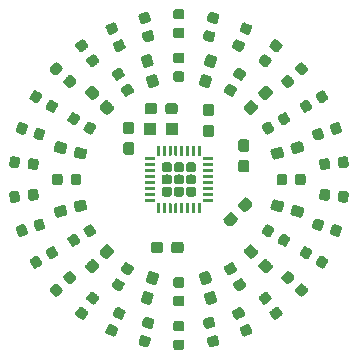
<source format=gtp>
G04 #@! TF.GenerationSoftware,KiCad,Pcbnew,5.0.1*
G04 #@! TF.CreationDate,2019-03-05T20:57:03+01:00*
G04 #@! TF.ProjectId,AnalogWatch,416E616C6F6757617463682E6B696361,rev?*
G04 #@! TF.SameCoordinates,Original*
G04 #@! TF.FileFunction,Paste,Top*
G04 #@! TF.FilePolarity,Positive*
%FSLAX46Y46*%
G04 Gerber Fmt 4.6, Leading zero omitted, Abs format (unit mm)*
G04 Created by KiCad (PCBNEW 5.0.1) date Di 05 Mär 2019 20:57:03 CET*
%MOMM*%
%LPD*%
G01*
G04 APERTURE LIST*
%ADD10C,0.100000*%
%ADD11C,0.875000*%
%ADD12C,0.950000*%
%ADD13R,1.050000X1.100000*%
%ADD14C,0.830000*%
%ADD15C,0.250000*%
G04 APERTURE END LIST*
D10*
G04 #@! TO.C,D38*
G36*
X100277691Y-113551053D02*
X100298926Y-113554203D01*
X100319750Y-113559419D01*
X100339962Y-113566651D01*
X100359368Y-113575830D01*
X100377781Y-113586866D01*
X100395024Y-113599654D01*
X100410930Y-113614070D01*
X100425346Y-113629976D01*
X100438134Y-113647219D01*
X100449170Y-113665632D01*
X100458349Y-113685038D01*
X100465581Y-113705250D01*
X100470797Y-113726074D01*
X100473947Y-113747309D01*
X100475000Y-113768750D01*
X100475000Y-114206250D01*
X100473947Y-114227691D01*
X100470797Y-114248926D01*
X100465581Y-114269750D01*
X100458349Y-114289962D01*
X100449170Y-114309368D01*
X100438134Y-114327781D01*
X100425346Y-114345024D01*
X100410930Y-114360930D01*
X100395024Y-114375346D01*
X100377781Y-114388134D01*
X100359368Y-114399170D01*
X100339962Y-114408349D01*
X100319750Y-114415581D01*
X100298926Y-114420797D01*
X100277691Y-114423947D01*
X100256250Y-114425000D01*
X99743750Y-114425000D01*
X99722309Y-114423947D01*
X99701074Y-114420797D01*
X99680250Y-114415581D01*
X99660038Y-114408349D01*
X99640632Y-114399170D01*
X99622219Y-114388134D01*
X99604976Y-114375346D01*
X99589070Y-114360930D01*
X99574654Y-114345024D01*
X99561866Y-114327781D01*
X99550830Y-114309368D01*
X99541651Y-114289962D01*
X99534419Y-114269750D01*
X99529203Y-114248926D01*
X99526053Y-114227691D01*
X99525000Y-114206250D01*
X99525000Y-113768750D01*
X99526053Y-113747309D01*
X99529203Y-113726074D01*
X99534419Y-113705250D01*
X99541651Y-113685038D01*
X99550830Y-113665632D01*
X99561866Y-113647219D01*
X99574654Y-113629976D01*
X99589070Y-113614070D01*
X99604976Y-113599654D01*
X99622219Y-113586866D01*
X99640632Y-113575830D01*
X99660038Y-113566651D01*
X99680250Y-113559419D01*
X99701074Y-113554203D01*
X99722309Y-113551053D01*
X99743750Y-113550000D01*
X100256250Y-113550000D01*
X100277691Y-113551053D01*
X100277691Y-113551053D01*
G37*
D11*
X100000000Y-113987500D03*
D10*
G36*
X100277691Y-111976053D02*
X100298926Y-111979203D01*
X100319750Y-111984419D01*
X100339962Y-111991651D01*
X100359368Y-112000830D01*
X100377781Y-112011866D01*
X100395024Y-112024654D01*
X100410930Y-112039070D01*
X100425346Y-112054976D01*
X100438134Y-112072219D01*
X100449170Y-112090632D01*
X100458349Y-112110038D01*
X100465581Y-112130250D01*
X100470797Y-112151074D01*
X100473947Y-112172309D01*
X100475000Y-112193750D01*
X100475000Y-112631250D01*
X100473947Y-112652691D01*
X100470797Y-112673926D01*
X100465581Y-112694750D01*
X100458349Y-112714962D01*
X100449170Y-112734368D01*
X100438134Y-112752781D01*
X100425346Y-112770024D01*
X100410930Y-112785930D01*
X100395024Y-112800346D01*
X100377781Y-112813134D01*
X100359368Y-112824170D01*
X100339962Y-112833349D01*
X100319750Y-112840581D01*
X100298926Y-112845797D01*
X100277691Y-112848947D01*
X100256250Y-112850000D01*
X99743750Y-112850000D01*
X99722309Y-112848947D01*
X99701074Y-112845797D01*
X99680250Y-112840581D01*
X99660038Y-112833349D01*
X99640632Y-112824170D01*
X99622219Y-112813134D01*
X99604976Y-112800346D01*
X99589070Y-112785930D01*
X99574654Y-112770024D01*
X99561866Y-112752781D01*
X99550830Y-112734368D01*
X99541651Y-112714962D01*
X99534419Y-112694750D01*
X99529203Y-112673926D01*
X99526053Y-112652691D01*
X99525000Y-112631250D01*
X99525000Y-112193750D01*
X99526053Y-112172309D01*
X99529203Y-112151074D01*
X99534419Y-112130250D01*
X99541651Y-112110038D01*
X99550830Y-112090632D01*
X99561866Y-112072219D01*
X99574654Y-112054976D01*
X99589070Y-112039070D01*
X99604976Y-112024654D01*
X99622219Y-112011866D01*
X99640632Y-112000830D01*
X99660038Y-111991651D01*
X99680250Y-111984419D01*
X99701074Y-111979203D01*
X99722309Y-111976053D01*
X99743750Y-111975000D01*
X100256250Y-111975000D01*
X100277691Y-111976053D01*
X100277691Y-111976053D01*
G37*
D11*
X100000000Y-112412500D03*
G04 #@! TD*
D10*
G04 #@! TO.C,R12*
G36*
X102760779Y-95351144D02*
X102783834Y-95354563D01*
X102806443Y-95360227D01*
X102828387Y-95368079D01*
X102849457Y-95378044D01*
X102869448Y-95390026D01*
X102888168Y-95403910D01*
X102905438Y-95419562D01*
X102921090Y-95436832D01*
X102934974Y-95455552D01*
X102946956Y-95475543D01*
X102956921Y-95496613D01*
X102964773Y-95518557D01*
X102970437Y-95541166D01*
X102973856Y-95564221D01*
X102975000Y-95587500D01*
X102975000Y-96162500D01*
X102973856Y-96185779D01*
X102970437Y-96208834D01*
X102964773Y-96231443D01*
X102956921Y-96253387D01*
X102946956Y-96274457D01*
X102934974Y-96294448D01*
X102921090Y-96313168D01*
X102905438Y-96330438D01*
X102888168Y-96346090D01*
X102869448Y-96359974D01*
X102849457Y-96371956D01*
X102828387Y-96381921D01*
X102806443Y-96389773D01*
X102783834Y-96395437D01*
X102760779Y-96398856D01*
X102737500Y-96400000D01*
X102262500Y-96400000D01*
X102239221Y-96398856D01*
X102216166Y-96395437D01*
X102193557Y-96389773D01*
X102171613Y-96381921D01*
X102150543Y-96371956D01*
X102130552Y-96359974D01*
X102111832Y-96346090D01*
X102094562Y-96330438D01*
X102078910Y-96313168D01*
X102065026Y-96294448D01*
X102053044Y-96274457D01*
X102043079Y-96253387D01*
X102035227Y-96231443D01*
X102029563Y-96208834D01*
X102026144Y-96185779D01*
X102025000Y-96162500D01*
X102025000Y-95587500D01*
X102026144Y-95564221D01*
X102029563Y-95541166D01*
X102035227Y-95518557D01*
X102043079Y-95496613D01*
X102053044Y-95475543D01*
X102065026Y-95455552D01*
X102078910Y-95436832D01*
X102094562Y-95419562D01*
X102111832Y-95403910D01*
X102130552Y-95390026D01*
X102150543Y-95378044D01*
X102171613Y-95368079D01*
X102193557Y-95360227D01*
X102216166Y-95354563D01*
X102239221Y-95351144D01*
X102262500Y-95350000D01*
X102737500Y-95350000D01*
X102760779Y-95351144D01*
X102760779Y-95351144D01*
G37*
D12*
X102500000Y-95875000D03*
D10*
G36*
X102760779Y-93601144D02*
X102783834Y-93604563D01*
X102806443Y-93610227D01*
X102828387Y-93618079D01*
X102849457Y-93628044D01*
X102869448Y-93640026D01*
X102888168Y-93653910D01*
X102905438Y-93669562D01*
X102921090Y-93686832D01*
X102934974Y-93705552D01*
X102946956Y-93725543D01*
X102956921Y-93746613D01*
X102964773Y-93768557D01*
X102970437Y-93791166D01*
X102973856Y-93814221D01*
X102975000Y-93837500D01*
X102975000Y-94412500D01*
X102973856Y-94435779D01*
X102970437Y-94458834D01*
X102964773Y-94481443D01*
X102956921Y-94503387D01*
X102946956Y-94524457D01*
X102934974Y-94544448D01*
X102921090Y-94563168D01*
X102905438Y-94580438D01*
X102888168Y-94596090D01*
X102869448Y-94609974D01*
X102849457Y-94621956D01*
X102828387Y-94631921D01*
X102806443Y-94639773D01*
X102783834Y-94645437D01*
X102760779Y-94648856D01*
X102737500Y-94650000D01*
X102262500Y-94650000D01*
X102239221Y-94648856D01*
X102216166Y-94645437D01*
X102193557Y-94639773D01*
X102171613Y-94631921D01*
X102150543Y-94621956D01*
X102130552Y-94609974D01*
X102111832Y-94596090D01*
X102094562Y-94580438D01*
X102078910Y-94563168D01*
X102065026Y-94544448D01*
X102053044Y-94524457D01*
X102043079Y-94503387D01*
X102035227Y-94481443D01*
X102029563Y-94458834D01*
X102026144Y-94435779D01*
X102025000Y-94412500D01*
X102025000Y-93837500D01*
X102026144Y-93814221D01*
X102029563Y-93791166D01*
X102035227Y-93768557D01*
X102043079Y-93746613D01*
X102053044Y-93725543D01*
X102065026Y-93705552D01*
X102078910Y-93686832D01*
X102094562Y-93669562D01*
X102111832Y-93653910D01*
X102130552Y-93640026D01*
X102150543Y-93628044D01*
X102171613Y-93618079D01*
X102193557Y-93610227D01*
X102216166Y-93604563D01*
X102239221Y-93601144D01*
X102262500Y-93600000D01*
X102737500Y-93600000D01*
X102760779Y-93601144D01*
X102760779Y-93601144D01*
G37*
D12*
X102500000Y-94125000D03*
G04 #@! TD*
D13*
G04 #@! TO.C,Y1*
X97575000Y-95750000D03*
X99425000Y-95750000D03*
G04 #@! TD*
D10*
G04 #@! TO.C,D11*
G36*
X113448924Y-95148243D02*
X113470216Y-95150976D01*
X113491139Y-95155782D01*
X113511489Y-95162616D01*
X113531071Y-95171411D01*
X113549697Y-95182084D01*
X113567188Y-95194531D01*
X113583374Y-95208632D01*
X113598100Y-95224252D01*
X113611224Y-95241240D01*
X113622619Y-95259433D01*
X113632177Y-95278655D01*
X113639805Y-95298722D01*
X113798176Y-95786139D01*
X113803800Y-95806856D01*
X113807366Y-95828025D01*
X113808840Y-95849441D01*
X113808208Y-95870899D01*
X113805475Y-95892192D01*
X113800669Y-95913114D01*
X113793835Y-95933464D01*
X113785040Y-95953047D01*
X113774367Y-95971673D01*
X113761920Y-95989163D01*
X113747819Y-96005349D01*
X113732199Y-96020075D01*
X113715210Y-96033199D01*
X113697018Y-96044595D01*
X113677796Y-96054152D01*
X113657730Y-96061780D01*
X113241643Y-96196975D01*
X113220925Y-96202599D01*
X113199756Y-96206165D01*
X113178340Y-96207639D01*
X113156882Y-96207007D01*
X113135590Y-96204274D01*
X113114667Y-96199468D01*
X113094317Y-96192634D01*
X113074735Y-96183839D01*
X113056109Y-96173166D01*
X113038618Y-96160719D01*
X113022432Y-96146618D01*
X113007706Y-96130998D01*
X112994582Y-96114010D01*
X112983187Y-96095817D01*
X112973629Y-96076595D01*
X112966001Y-96056528D01*
X112807630Y-95569111D01*
X112802006Y-95548394D01*
X112798440Y-95527225D01*
X112796966Y-95505809D01*
X112797598Y-95484351D01*
X112800331Y-95463058D01*
X112805137Y-95442136D01*
X112811971Y-95421786D01*
X112820766Y-95402203D01*
X112831439Y-95383577D01*
X112843886Y-95366087D01*
X112857987Y-95349901D01*
X112873607Y-95335175D01*
X112890596Y-95322051D01*
X112908788Y-95310655D01*
X112928010Y-95301098D01*
X112948076Y-95293470D01*
X113364163Y-95158275D01*
X113384881Y-95152651D01*
X113406050Y-95149085D01*
X113427466Y-95147611D01*
X113448924Y-95148243D01*
X113448924Y-95148243D01*
G37*
D11*
X113302903Y-95677625D03*
D10*
G36*
X111951010Y-95634945D02*
X111972302Y-95637678D01*
X111993225Y-95642484D01*
X112013575Y-95649318D01*
X112033157Y-95658113D01*
X112051783Y-95668786D01*
X112069274Y-95681233D01*
X112085460Y-95695334D01*
X112100186Y-95710954D01*
X112113310Y-95727942D01*
X112124705Y-95746135D01*
X112134263Y-95765357D01*
X112141891Y-95785424D01*
X112300262Y-96272841D01*
X112305886Y-96293558D01*
X112309452Y-96314727D01*
X112310926Y-96336143D01*
X112310294Y-96357601D01*
X112307561Y-96378894D01*
X112302755Y-96399816D01*
X112295921Y-96420166D01*
X112287126Y-96439749D01*
X112276453Y-96458375D01*
X112264006Y-96475865D01*
X112249905Y-96492051D01*
X112234285Y-96506777D01*
X112217296Y-96519901D01*
X112199104Y-96531297D01*
X112179882Y-96540854D01*
X112159816Y-96548482D01*
X111743729Y-96683677D01*
X111723011Y-96689301D01*
X111701842Y-96692867D01*
X111680426Y-96694341D01*
X111658968Y-96693709D01*
X111637676Y-96690976D01*
X111616753Y-96686170D01*
X111596403Y-96679336D01*
X111576821Y-96670541D01*
X111558195Y-96659868D01*
X111540704Y-96647421D01*
X111524518Y-96633320D01*
X111509792Y-96617700D01*
X111496668Y-96600712D01*
X111485273Y-96582519D01*
X111475715Y-96563297D01*
X111468087Y-96543230D01*
X111309716Y-96055813D01*
X111304092Y-96035096D01*
X111300526Y-96013927D01*
X111299052Y-95992511D01*
X111299684Y-95971053D01*
X111302417Y-95949760D01*
X111307223Y-95928838D01*
X111314057Y-95908488D01*
X111322852Y-95888905D01*
X111333525Y-95870279D01*
X111345972Y-95852789D01*
X111360073Y-95836603D01*
X111375693Y-95821877D01*
X111392682Y-95808753D01*
X111410874Y-95797357D01*
X111430096Y-95787800D01*
X111450162Y-95780172D01*
X111866249Y-95644977D01*
X111886967Y-95639353D01*
X111908136Y-95635787D01*
X111929552Y-95634313D01*
X111951010Y-95634945D01*
X111951010Y-95634945D01*
G37*
D11*
X111804989Y-96164327D03*
G04 #@! TD*
D10*
G04 #@! TO.C,D12*
G36*
X110825165Y-93244174D02*
X110846491Y-93246628D01*
X110867475Y-93251160D01*
X110887913Y-93257727D01*
X110907609Y-93266265D01*
X110926373Y-93276693D01*
X110944025Y-93288910D01*
X110960394Y-93302798D01*
X110975323Y-93318224D01*
X110988668Y-93335039D01*
X111000301Y-93353081D01*
X111256551Y-93796919D01*
X111266359Y-93816014D01*
X111274249Y-93835979D01*
X111280144Y-93856621D01*
X111283987Y-93877741D01*
X111285741Y-93899137D01*
X111285390Y-93920601D01*
X111282936Y-93941927D01*
X111278404Y-93962911D01*
X111271837Y-93983349D01*
X111263299Y-94003045D01*
X111252871Y-94021809D01*
X111240654Y-94039461D01*
X111226766Y-94055830D01*
X111211340Y-94070759D01*
X111194525Y-94084104D01*
X111176483Y-94095737D01*
X110797597Y-94314487D01*
X110778502Y-94324295D01*
X110758537Y-94332185D01*
X110737895Y-94338080D01*
X110716775Y-94341923D01*
X110695379Y-94343677D01*
X110673915Y-94343326D01*
X110652589Y-94340872D01*
X110631605Y-94336340D01*
X110611167Y-94329773D01*
X110591471Y-94321235D01*
X110572707Y-94310807D01*
X110555055Y-94298590D01*
X110538686Y-94284702D01*
X110523757Y-94269276D01*
X110510412Y-94252461D01*
X110498779Y-94234419D01*
X110242529Y-93790581D01*
X110232721Y-93771486D01*
X110224831Y-93751521D01*
X110218936Y-93730879D01*
X110215093Y-93709759D01*
X110213339Y-93688363D01*
X110213690Y-93666899D01*
X110216144Y-93645573D01*
X110220676Y-93624589D01*
X110227243Y-93604151D01*
X110235781Y-93584455D01*
X110246209Y-93565691D01*
X110258426Y-93548039D01*
X110272314Y-93531670D01*
X110287740Y-93516741D01*
X110304555Y-93503396D01*
X110322597Y-93491763D01*
X110701483Y-93273013D01*
X110720578Y-93263205D01*
X110740543Y-93255315D01*
X110761185Y-93249420D01*
X110782305Y-93245577D01*
X110803701Y-93243823D01*
X110825165Y-93244174D01*
X110825165Y-93244174D01*
G37*
D11*
X110749540Y-93793750D03*
D10*
G36*
X112189155Y-92456674D02*
X112210481Y-92459128D01*
X112231465Y-92463660D01*
X112251903Y-92470227D01*
X112271599Y-92478765D01*
X112290363Y-92489193D01*
X112308015Y-92501410D01*
X112324384Y-92515298D01*
X112339313Y-92530724D01*
X112352658Y-92547539D01*
X112364291Y-92565581D01*
X112620541Y-93009419D01*
X112630349Y-93028514D01*
X112638239Y-93048479D01*
X112644134Y-93069121D01*
X112647977Y-93090241D01*
X112649731Y-93111637D01*
X112649380Y-93133101D01*
X112646926Y-93154427D01*
X112642394Y-93175411D01*
X112635827Y-93195849D01*
X112627289Y-93215545D01*
X112616861Y-93234309D01*
X112604644Y-93251961D01*
X112590756Y-93268330D01*
X112575330Y-93283259D01*
X112558515Y-93296604D01*
X112540473Y-93308237D01*
X112161587Y-93526987D01*
X112142492Y-93536795D01*
X112122527Y-93544685D01*
X112101885Y-93550580D01*
X112080765Y-93554423D01*
X112059369Y-93556177D01*
X112037905Y-93555826D01*
X112016579Y-93553372D01*
X111995595Y-93548840D01*
X111975157Y-93542273D01*
X111955461Y-93533735D01*
X111936697Y-93523307D01*
X111919045Y-93511090D01*
X111902676Y-93497202D01*
X111887747Y-93481776D01*
X111874402Y-93464961D01*
X111862769Y-93446919D01*
X111606519Y-93003081D01*
X111596711Y-92983986D01*
X111588821Y-92964021D01*
X111582926Y-92943379D01*
X111579083Y-92922259D01*
X111577329Y-92900863D01*
X111577680Y-92879399D01*
X111580134Y-92858073D01*
X111584666Y-92837089D01*
X111591233Y-92816651D01*
X111599771Y-92796955D01*
X111610199Y-92778191D01*
X111622416Y-92760539D01*
X111636304Y-92744170D01*
X111651730Y-92729241D01*
X111668545Y-92715896D01*
X111686587Y-92704263D01*
X112065473Y-92485513D01*
X112084568Y-92475705D01*
X112104533Y-92467815D01*
X112125175Y-92461920D01*
X112146295Y-92458077D01*
X112167691Y-92456323D01*
X112189155Y-92456674D01*
X112189155Y-92456674D01*
G37*
D11*
X112113530Y-93006250D03*
G04 #@! TD*
D10*
G04 #@! TO.C,D13*
G36*
X110397286Y-90085283D02*
X110418643Y-90087457D01*
X110439683Y-90091714D01*
X110460206Y-90098013D01*
X110480012Y-90106293D01*
X110498911Y-90116474D01*
X110516721Y-90128459D01*
X110533270Y-90142132D01*
X110548400Y-90157361D01*
X110891330Y-90538223D01*
X110904894Y-90554861D01*
X110916762Y-90572750D01*
X110926820Y-90591715D01*
X110934970Y-90611575D01*
X110941134Y-90632138D01*
X110945253Y-90653206D01*
X110947287Y-90674576D01*
X110947217Y-90696043D01*
X110945043Y-90717400D01*
X110940786Y-90738441D01*
X110934488Y-90758963D01*
X110926208Y-90778769D01*
X110916026Y-90797668D01*
X110904041Y-90815478D01*
X110890369Y-90832028D01*
X110875139Y-90847158D01*
X110550013Y-91139902D01*
X110533374Y-91153466D01*
X110515486Y-91165334D01*
X110496521Y-91175392D01*
X110476661Y-91183542D01*
X110456098Y-91189706D01*
X110435030Y-91193825D01*
X110413659Y-91195859D01*
X110392192Y-91195789D01*
X110370835Y-91193615D01*
X110349795Y-91189358D01*
X110329272Y-91183059D01*
X110309466Y-91174779D01*
X110290567Y-91164598D01*
X110272757Y-91152613D01*
X110256208Y-91138940D01*
X110241078Y-91123711D01*
X109898148Y-90742849D01*
X109884584Y-90726211D01*
X109872716Y-90708322D01*
X109862658Y-90689357D01*
X109854508Y-90669497D01*
X109848344Y-90648934D01*
X109844225Y-90627866D01*
X109842191Y-90606496D01*
X109842261Y-90585029D01*
X109844435Y-90563672D01*
X109848692Y-90542631D01*
X109854990Y-90522109D01*
X109863270Y-90502303D01*
X109873452Y-90483404D01*
X109885437Y-90465594D01*
X109899109Y-90449044D01*
X109914339Y-90433914D01*
X110239465Y-90141170D01*
X110256104Y-90127606D01*
X110273992Y-90115738D01*
X110292957Y-90105680D01*
X110312817Y-90097530D01*
X110333380Y-90091366D01*
X110354448Y-90087247D01*
X110375819Y-90085213D01*
X110397286Y-90085283D01*
X110397286Y-90085283D01*
G37*
D11*
X110394739Y-90640536D03*
D10*
G36*
X109226832Y-91139163D02*
X109248189Y-91141337D01*
X109269229Y-91145594D01*
X109289752Y-91151893D01*
X109309558Y-91160173D01*
X109328457Y-91170354D01*
X109346267Y-91182339D01*
X109362816Y-91196012D01*
X109377946Y-91211241D01*
X109720876Y-91592103D01*
X109734440Y-91608741D01*
X109746308Y-91626630D01*
X109756366Y-91645595D01*
X109764516Y-91665455D01*
X109770680Y-91686018D01*
X109774799Y-91707086D01*
X109776833Y-91728456D01*
X109776763Y-91749923D01*
X109774589Y-91771280D01*
X109770332Y-91792321D01*
X109764034Y-91812843D01*
X109755754Y-91832649D01*
X109745572Y-91851548D01*
X109733587Y-91869358D01*
X109719915Y-91885908D01*
X109704685Y-91901038D01*
X109379559Y-92193782D01*
X109362920Y-92207346D01*
X109345032Y-92219214D01*
X109326067Y-92229272D01*
X109306207Y-92237422D01*
X109285644Y-92243586D01*
X109264576Y-92247705D01*
X109243205Y-92249739D01*
X109221738Y-92249669D01*
X109200381Y-92247495D01*
X109179341Y-92243238D01*
X109158818Y-92236939D01*
X109139012Y-92228659D01*
X109120113Y-92218478D01*
X109102303Y-92206493D01*
X109085754Y-92192820D01*
X109070624Y-92177591D01*
X108727694Y-91796729D01*
X108714130Y-91780091D01*
X108702262Y-91762202D01*
X108692204Y-91743237D01*
X108684054Y-91723377D01*
X108677890Y-91702814D01*
X108673771Y-91681746D01*
X108671737Y-91660376D01*
X108671807Y-91638909D01*
X108673981Y-91617552D01*
X108678238Y-91596511D01*
X108684536Y-91575989D01*
X108692816Y-91556183D01*
X108702998Y-91537284D01*
X108714983Y-91519474D01*
X108728655Y-91502924D01*
X108743885Y-91487794D01*
X109069011Y-91195050D01*
X109085650Y-91181486D01*
X109103538Y-91169618D01*
X109122503Y-91159560D01*
X109142363Y-91151410D01*
X109162926Y-91145246D01*
X109183994Y-91141127D01*
X109205365Y-91139093D01*
X109226832Y-91139163D01*
X109226832Y-91139163D01*
G37*
D11*
X109224285Y-91694416D03*
G04 #@! TD*
D10*
G04 #@! TO.C,D14*
G36*
X107247123Y-89413798D02*
X107268217Y-89417779D01*
X107288820Y-89423809D01*
X107308733Y-89431829D01*
X107327764Y-89441762D01*
X107345729Y-89453512D01*
X107760351Y-89754752D01*
X107777078Y-89768207D01*
X107792406Y-89783237D01*
X107806187Y-89799697D01*
X107818288Y-89817428D01*
X107828593Y-89836260D01*
X107837002Y-89856012D01*
X107843435Y-89876492D01*
X107847830Y-89897505D01*
X107850144Y-89918847D01*
X107850354Y-89940313D01*
X107848460Y-89961696D01*
X107844479Y-89982791D01*
X107838449Y-90003394D01*
X107830429Y-90023307D01*
X107820496Y-90042337D01*
X107808745Y-90060303D01*
X107551589Y-90414247D01*
X107538134Y-90430974D01*
X107523104Y-90446302D01*
X107506645Y-90460083D01*
X107488913Y-90472184D01*
X107470081Y-90482489D01*
X107450330Y-90490898D01*
X107429849Y-90497331D01*
X107408837Y-90501726D01*
X107387495Y-90504040D01*
X107366029Y-90504250D01*
X107344645Y-90502356D01*
X107323551Y-90498375D01*
X107302948Y-90492345D01*
X107283035Y-90484325D01*
X107264004Y-90474392D01*
X107246039Y-90462642D01*
X106831417Y-90161402D01*
X106814690Y-90147947D01*
X106799362Y-90132917D01*
X106785581Y-90116457D01*
X106773480Y-90098726D01*
X106763175Y-90079894D01*
X106754766Y-90060142D01*
X106748333Y-90039662D01*
X106743938Y-90018649D01*
X106741624Y-89997307D01*
X106741414Y-89975841D01*
X106743308Y-89954458D01*
X106747289Y-89933363D01*
X106753319Y-89912760D01*
X106761339Y-89892847D01*
X106771272Y-89873817D01*
X106783023Y-89855851D01*
X107040179Y-89501907D01*
X107053634Y-89485180D01*
X107068664Y-89469852D01*
X107085123Y-89456071D01*
X107102855Y-89443970D01*
X107121687Y-89433665D01*
X107141438Y-89425256D01*
X107161919Y-89418823D01*
X107182931Y-89414428D01*
X107204273Y-89412114D01*
X107225739Y-89411904D01*
X107247123Y-89413798D01*
X107247123Y-89413798D01*
G37*
D11*
X107295884Y-89958077D03*
D10*
G36*
X108172885Y-88139596D02*
X108193979Y-88143577D01*
X108214582Y-88149607D01*
X108234495Y-88157627D01*
X108253526Y-88167560D01*
X108271491Y-88179310D01*
X108686113Y-88480550D01*
X108702840Y-88494005D01*
X108718168Y-88509035D01*
X108731949Y-88525495D01*
X108744050Y-88543226D01*
X108754355Y-88562058D01*
X108762764Y-88581810D01*
X108769197Y-88602290D01*
X108773592Y-88623303D01*
X108775906Y-88644645D01*
X108776116Y-88666111D01*
X108774222Y-88687494D01*
X108770241Y-88708589D01*
X108764211Y-88729192D01*
X108756191Y-88749105D01*
X108746258Y-88768135D01*
X108734507Y-88786101D01*
X108477351Y-89140045D01*
X108463896Y-89156772D01*
X108448866Y-89172100D01*
X108432407Y-89185881D01*
X108414675Y-89197982D01*
X108395843Y-89208287D01*
X108376092Y-89216696D01*
X108355611Y-89223129D01*
X108334599Y-89227524D01*
X108313257Y-89229838D01*
X108291791Y-89230048D01*
X108270407Y-89228154D01*
X108249313Y-89224173D01*
X108228710Y-89218143D01*
X108208797Y-89210123D01*
X108189766Y-89200190D01*
X108171801Y-89188440D01*
X107757179Y-88887200D01*
X107740452Y-88873745D01*
X107725124Y-88858715D01*
X107711343Y-88842255D01*
X107699242Y-88824524D01*
X107688937Y-88805692D01*
X107680528Y-88785940D01*
X107674095Y-88765460D01*
X107669700Y-88744447D01*
X107667386Y-88723105D01*
X107667176Y-88701639D01*
X107669070Y-88680256D01*
X107673051Y-88659161D01*
X107679081Y-88638558D01*
X107687101Y-88618645D01*
X107697034Y-88599615D01*
X107708785Y-88581649D01*
X107965941Y-88227705D01*
X107979396Y-88210978D01*
X107994426Y-88195650D01*
X108010885Y-88181869D01*
X108028617Y-88169768D01*
X108047449Y-88159463D01*
X108067200Y-88151054D01*
X108087681Y-88144621D01*
X108108693Y-88140226D01*
X108130035Y-88137912D01*
X108151501Y-88137702D01*
X108172885Y-88139596D01*
X108172885Y-88139596D01*
G37*
D11*
X108221646Y-88683875D03*
G04 #@! TD*
D10*
G04 #@! TO.C,D15*
G36*
X105571240Y-86700658D02*
X105592385Y-86704363D01*
X105613065Y-86710122D01*
X105633080Y-86717881D01*
X106101272Y-86926333D01*
X106120432Y-86936016D01*
X106138549Y-86947531D01*
X106155451Y-86960765D01*
X106170975Y-86975593D01*
X106184970Y-86991871D01*
X106197302Y-87009443D01*
X106207852Y-87028138D01*
X106216520Y-87047778D01*
X106223220Y-87068172D01*
X106227889Y-87089126D01*
X106230482Y-87110436D01*
X106230974Y-87131897D01*
X106229360Y-87153303D01*
X106225655Y-87174448D01*
X106219896Y-87195128D01*
X106212137Y-87215145D01*
X106034189Y-87614821D01*
X106024506Y-87633980D01*
X106012991Y-87652098D01*
X105999756Y-87669000D01*
X105984928Y-87684523D01*
X105968650Y-87698518D01*
X105951079Y-87710850D01*
X105932383Y-87721401D01*
X105912744Y-87730068D01*
X105892349Y-87736768D01*
X105871396Y-87741437D01*
X105850086Y-87744030D01*
X105828624Y-87744522D01*
X105807218Y-87742908D01*
X105786073Y-87739203D01*
X105765393Y-87733444D01*
X105745378Y-87725685D01*
X105277186Y-87517233D01*
X105258026Y-87507550D01*
X105239909Y-87496035D01*
X105223007Y-87482801D01*
X105207483Y-87467973D01*
X105193488Y-87451695D01*
X105181156Y-87434123D01*
X105170606Y-87415428D01*
X105161938Y-87395788D01*
X105155238Y-87375394D01*
X105150569Y-87354440D01*
X105147976Y-87333130D01*
X105147484Y-87311669D01*
X105149098Y-87290263D01*
X105152803Y-87269118D01*
X105158562Y-87248438D01*
X105166321Y-87228421D01*
X105344269Y-86828745D01*
X105353952Y-86809586D01*
X105365467Y-86791468D01*
X105378702Y-86774566D01*
X105393530Y-86759043D01*
X105409808Y-86745048D01*
X105427379Y-86732716D01*
X105446075Y-86722165D01*
X105465714Y-86713498D01*
X105486109Y-86706798D01*
X105507062Y-86702129D01*
X105528372Y-86699536D01*
X105549834Y-86699044D01*
X105571240Y-86700658D01*
X105571240Y-86700658D01*
G37*
D11*
X105689229Y-87221783D03*
D10*
G36*
X104930630Y-88139492D02*
X104951775Y-88143197D01*
X104972455Y-88148956D01*
X104992470Y-88156715D01*
X105460662Y-88365167D01*
X105479822Y-88374850D01*
X105497939Y-88386365D01*
X105514841Y-88399599D01*
X105530365Y-88414427D01*
X105544360Y-88430705D01*
X105556692Y-88448277D01*
X105567242Y-88466972D01*
X105575910Y-88486612D01*
X105582610Y-88507006D01*
X105587279Y-88527960D01*
X105589872Y-88549270D01*
X105590364Y-88570731D01*
X105588750Y-88592137D01*
X105585045Y-88613282D01*
X105579286Y-88633962D01*
X105571527Y-88653979D01*
X105393579Y-89053655D01*
X105383896Y-89072814D01*
X105372381Y-89090932D01*
X105359146Y-89107834D01*
X105344318Y-89123357D01*
X105328040Y-89137352D01*
X105310469Y-89149684D01*
X105291773Y-89160235D01*
X105272134Y-89168902D01*
X105251739Y-89175602D01*
X105230786Y-89180271D01*
X105209476Y-89182864D01*
X105188014Y-89183356D01*
X105166608Y-89181742D01*
X105145463Y-89178037D01*
X105124783Y-89172278D01*
X105104768Y-89164519D01*
X104636576Y-88956067D01*
X104617416Y-88946384D01*
X104599299Y-88934869D01*
X104582397Y-88921635D01*
X104566873Y-88906807D01*
X104552878Y-88890529D01*
X104540546Y-88872957D01*
X104529996Y-88854262D01*
X104521328Y-88834622D01*
X104514628Y-88814228D01*
X104509959Y-88793274D01*
X104507366Y-88771964D01*
X104506874Y-88750503D01*
X104508488Y-88729097D01*
X104512193Y-88707952D01*
X104517952Y-88687272D01*
X104525711Y-88667255D01*
X104703659Y-88267579D01*
X104713342Y-88248420D01*
X104724857Y-88230302D01*
X104738092Y-88213400D01*
X104752920Y-88197877D01*
X104769198Y-88183882D01*
X104786769Y-88171550D01*
X104805465Y-88160999D01*
X104825104Y-88152332D01*
X104845499Y-88145632D01*
X104866452Y-88140963D01*
X104887762Y-88138370D01*
X104909224Y-88137878D01*
X104930630Y-88139492D01*
X104930630Y-88139492D01*
G37*
D11*
X105048619Y-88660617D03*
G04 #@! TD*
D10*
G04 #@! TO.C,D16*
G36*
X102399823Y-87374099D02*
X102421015Y-87377526D01*
X102922316Y-87484081D01*
X102943069Y-87489569D01*
X102963185Y-87497065D01*
X102982470Y-87506497D01*
X103000736Y-87517773D01*
X103017810Y-87530786D01*
X103033526Y-87545409D01*
X103047733Y-87561503D01*
X103060294Y-87578911D01*
X103071089Y-87597467D01*
X103080012Y-87616992D01*
X103086979Y-87637297D01*
X103091922Y-87658187D01*
X103094794Y-87679461D01*
X103095566Y-87700914D01*
X103094232Y-87722340D01*
X103090805Y-87743532D01*
X102999844Y-88171471D01*
X102994356Y-88192224D01*
X102986860Y-88212340D01*
X102977428Y-88231624D01*
X102966152Y-88249891D01*
X102953139Y-88266965D01*
X102938516Y-88282681D01*
X102922422Y-88296888D01*
X102905014Y-88309449D01*
X102886458Y-88320243D01*
X102866934Y-88329167D01*
X102846628Y-88336134D01*
X102825738Y-88341077D01*
X102804464Y-88343949D01*
X102783011Y-88344721D01*
X102761585Y-88343387D01*
X102740393Y-88339960D01*
X102239092Y-88233405D01*
X102218339Y-88227917D01*
X102198223Y-88220421D01*
X102178938Y-88210989D01*
X102160672Y-88199713D01*
X102143598Y-88186700D01*
X102127882Y-88172077D01*
X102113675Y-88155983D01*
X102101114Y-88138575D01*
X102090319Y-88120019D01*
X102081396Y-88100494D01*
X102074429Y-88080189D01*
X102069486Y-88059299D01*
X102066614Y-88038025D01*
X102065842Y-88016572D01*
X102067176Y-87995146D01*
X102070603Y-87973954D01*
X102161564Y-87546015D01*
X102167052Y-87525262D01*
X102174548Y-87505146D01*
X102183980Y-87485862D01*
X102195256Y-87467595D01*
X102208269Y-87450521D01*
X102222892Y-87434805D01*
X102238986Y-87420598D01*
X102256394Y-87408037D01*
X102274950Y-87397243D01*
X102294474Y-87388319D01*
X102314780Y-87381352D01*
X102335670Y-87376409D01*
X102356944Y-87373537D01*
X102378397Y-87372765D01*
X102399823Y-87374099D01*
X102399823Y-87374099D01*
G37*
D11*
X102580704Y-87858743D03*
D10*
G36*
X102727283Y-85833517D02*
X102748475Y-85836944D01*
X103249776Y-85943499D01*
X103270529Y-85948987D01*
X103290645Y-85956483D01*
X103309930Y-85965915D01*
X103328196Y-85977191D01*
X103345270Y-85990204D01*
X103360986Y-86004827D01*
X103375193Y-86020921D01*
X103387754Y-86038329D01*
X103398549Y-86056885D01*
X103407472Y-86076410D01*
X103414439Y-86096715D01*
X103419382Y-86117605D01*
X103422254Y-86138879D01*
X103423026Y-86160332D01*
X103421692Y-86181758D01*
X103418265Y-86202950D01*
X103327304Y-86630889D01*
X103321816Y-86651642D01*
X103314320Y-86671758D01*
X103304888Y-86691042D01*
X103293612Y-86709309D01*
X103280599Y-86726383D01*
X103265976Y-86742099D01*
X103249882Y-86756306D01*
X103232474Y-86768867D01*
X103213918Y-86779661D01*
X103194394Y-86788585D01*
X103174088Y-86795552D01*
X103153198Y-86800495D01*
X103131924Y-86803367D01*
X103110471Y-86804139D01*
X103089045Y-86802805D01*
X103067853Y-86799378D01*
X102566552Y-86692823D01*
X102545799Y-86687335D01*
X102525683Y-86679839D01*
X102506398Y-86670407D01*
X102488132Y-86659131D01*
X102471058Y-86646118D01*
X102455342Y-86631495D01*
X102441135Y-86615401D01*
X102428574Y-86597993D01*
X102417779Y-86579437D01*
X102408856Y-86559912D01*
X102401889Y-86539607D01*
X102396946Y-86518717D01*
X102394074Y-86497443D01*
X102393302Y-86475990D01*
X102394636Y-86454564D01*
X102398063Y-86433372D01*
X102489024Y-86005433D01*
X102494512Y-85984680D01*
X102502008Y-85964564D01*
X102511440Y-85945280D01*
X102522716Y-85927013D01*
X102535729Y-85909939D01*
X102550352Y-85894223D01*
X102566446Y-85880016D01*
X102583854Y-85867455D01*
X102602410Y-85856661D01*
X102621934Y-85847737D01*
X102642240Y-85840770D01*
X102663130Y-85835827D01*
X102684404Y-85832955D01*
X102705857Y-85832183D01*
X102727283Y-85833517D01*
X102727283Y-85833517D01*
G37*
D11*
X102908164Y-86318161D03*
G04 #@! TD*
D10*
G04 #@! TO.C,D17*
G36*
X100277691Y-87151053D02*
X100298926Y-87154203D01*
X100319750Y-87159419D01*
X100339962Y-87166651D01*
X100359368Y-87175830D01*
X100377781Y-87186866D01*
X100395024Y-87199654D01*
X100410930Y-87214070D01*
X100425346Y-87229976D01*
X100438134Y-87247219D01*
X100449170Y-87265632D01*
X100458349Y-87285038D01*
X100465581Y-87305250D01*
X100470797Y-87326074D01*
X100473947Y-87347309D01*
X100475000Y-87368750D01*
X100475000Y-87806250D01*
X100473947Y-87827691D01*
X100470797Y-87848926D01*
X100465581Y-87869750D01*
X100458349Y-87889962D01*
X100449170Y-87909368D01*
X100438134Y-87927781D01*
X100425346Y-87945024D01*
X100410930Y-87960930D01*
X100395024Y-87975346D01*
X100377781Y-87988134D01*
X100359368Y-87999170D01*
X100339962Y-88008349D01*
X100319750Y-88015581D01*
X100298926Y-88020797D01*
X100277691Y-88023947D01*
X100256250Y-88025000D01*
X99743750Y-88025000D01*
X99722309Y-88023947D01*
X99701074Y-88020797D01*
X99680250Y-88015581D01*
X99660038Y-88008349D01*
X99640632Y-87999170D01*
X99622219Y-87988134D01*
X99604976Y-87975346D01*
X99589070Y-87960930D01*
X99574654Y-87945024D01*
X99561866Y-87927781D01*
X99550830Y-87909368D01*
X99541651Y-87889962D01*
X99534419Y-87869750D01*
X99529203Y-87848926D01*
X99526053Y-87827691D01*
X99525000Y-87806250D01*
X99525000Y-87368750D01*
X99526053Y-87347309D01*
X99529203Y-87326074D01*
X99534419Y-87305250D01*
X99541651Y-87285038D01*
X99550830Y-87265632D01*
X99561866Y-87247219D01*
X99574654Y-87229976D01*
X99589070Y-87214070D01*
X99604976Y-87199654D01*
X99622219Y-87186866D01*
X99640632Y-87175830D01*
X99660038Y-87166651D01*
X99680250Y-87159419D01*
X99701074Y-87154203D01*
X99722309Y-87151053D01*
X99743750Y-87150000D01*
X100256250Y-87150000D01*
X100277691Y-87151053D01*
X100277691Y-87151053D01*
G37*
D11*
X100000000Y-87587500D03*
D10*
G36*
X100277691Y-85576053D02*
X100298926Y-85579203D01*
X100319750Y-85584419D01*
X100339962Y-85591651D01*
X100359368Y-85600830D01*
X100377781Y-85611866D01*
X100395024Y-85624654D01*
X100410930Y-85639070D01*
X100425346Y-85654976D01*
X100438134Y-85672219D01*
X100449170Y-85690632D01*
X100458349Y-85710038D01*
X100465581Y-85730250D01*
X100470797Y-85751074D01*
X100473947Y-85772309D01*
X100475000Y-85793750D01*
X100475000Y-86231250D01*
X100473947Y-86252691D01*
X100470797Y-86273926D01*
X100465581Y-86294750D01*
X100458349Y-86314962D01*
X100449170Y-86334368D01*
X100438134Y-86352781D01*
X100425346Y-86370024D01*
X100410930Y-86385930D01*
X100395024Y-86400346D01*
X100377781Y-86413134D01*
X100359368Y-86424170D01*
X100339962Y-86433349D01*
X100319750Y-86440581D01*
X100298926Y-86445797D01*
X100277691Y-86448947D01*
X100256250Y-86450000D01*
X99743750Y-86450000D01*
X99722309Y-86448947D01*
X99701074Y-86445797D01*
X99680250Y-86440581D01*
X99660038Y-86433349D01*
X99640632Y-86424170D01*
X99622219Y-86413134D01*
X99604976Y-86400346D01*
X99589070Y-86385930D01*
X99574654Y-86370024D01*
X99561866Y-86352781D01*
X99550830Y-86334368D01*
X99541651Y-86314962D01*
X99534419Y-86294750D01*
X99529203Y-86273926D01*
X99526053Y-86252691D01*
X99525000Y-86231250D01*
X99525000Y-85793750D01*
X99526053Y-85772309D01*
X99529203Y-85751074D01*
X99534419Y-85730250D01*
X99541651Y-85710038D01*
X99550830Y-85690632D01*
X99561866Y-85672219D01*
X99574654Y-85654976D01*
X99589070Y-85639070D01*
X99604976Y-85624654D01*
X99622219Y-85611866D01*
X99640632Y-85600830D01*
X99660038Y-85591651D01*
X99680250Y-85584419D01*
X99701074Y-85579203D01*
X99722309Y-85576053D01*
X99743750Y-85575000D01*
X100256250Y-85575000D01*
X100277691Y-85576053D01*
X100277691Y-85576053D01*
G37*
D11*
X100000000Y-86012500D03*
G04 #@! TD*
D10*
G04 #@! TO.C,D18*
G36*
X97315596Y-85832955D02*
X97336870Y-85835827D01*
X97357760Y-85840770D01*
X97378065Y-85847737D01*
X97397590Y-85856660D01*
X97416146Y-85867455D01*
X97433554Y-85880016D01*
X97449648Y-85894223D01*
X97464271Y-85909939D01*
X97477284Y-85927013D01*
X97488560Y-85945279D01*
X97497992Y-85964564D01*
X97505488Y-85984680D01*
X97510976Y-86005433D01*
X97601937Y-86433372D01*
X97605364Y-86454564D01*
X97606698Y-86475990D01*
X97605926Y-86497443D01*
X97603054Y-86518717D01*
X97598111Y-86539607D01*
X97591144Y-86559913D01*
X97582220Y-86579437D01*
X97571426Y-86597993D01*
X97558865Y-86615401D01*
X97544658Y-86631495D01*
X97528942Y-86646118D01*
X97511868Y-86659131D01*
X97493601Y-86670407D01*
X97474317Y-86679839D01*
X97454201Y-86687335D01*
X97433448Y-86692823D01*
X96932147Y-86799378D01*
X96910955Y-86802805D01*
X96889529Y-86804139D01*
X96868076Y-86803367D01*
X96846802Y-86800495D01*
X96825912Y-86795552D01*
X96805607Y-86788585D01*
X96786082Y-86779662D01*
X96767526Y-86768867D01*
X96750118Y-86756306D01*
X96734024Y-86742099D01*
X96719401Y-86726383D01*
X96706388Y-86709309D01*
X96695112Y-86691043D01*
X96685680Y-86671758D01*
X96678184Y-86651642D01*
X96672696Y-86630889D01*
X96581735Y-86202950D01*
X96578308Y-86181758D01*
X96576974Y-86160332D01*
X96577746Y-86138879D01*
X96580618Y-86117605D01*
X96585561Y-86096715D01*
X96592528Y-86076409D01*
X96601452Y-86056885D01*
X96612246Y-86038329D01*
X96624807Y-86020921D01*
X96639014Y-86004827D01*
X96654730Y-85990204D01*
X96671804Y-85977191D01*
X96690071Y-85965915D01*
X96709355Y-85956483D01*
X96729471Y-85948987D01*
X96750224Y-85943499D01*
X97251525Y-85836944D01*
X97272717Y-85833517D01*
X97294143Y-85832183D01*
X97315596Y-85832955D01*
X97315596Y-85832955D01*
G37*
D11*
X97091836Y-86318161D03*
D10*
G36*
X97643056Y-87373537D02*
X97664330Y-87376409D01*
X97685220Y-87381352D01*
X97705525Y-87388319D01*
X97725050Y-87397242D01*
X97743606Y-87408037D01*
X97761014Y-87420598D01*
X97777108Y-87434805D01*
X97791731Y-87450521D01*
X97804744Y-87467595D01*
X97816020Y-87485861D01*
X97825452Y-87505146D01*
X97832948Y-87525262D01*
X97838436Y-87546015D01*
X97929397Y-87973954D01*
X97932824Y-87995146D01*
X97934158Y-88016572D01*
X97933386Y-88038025D01*
X97930514Y-88059299D01*
X97925571Y-88080189D01*
X97918604Y-88100495D01*
X97909680Y-88120019D01*
X97898886Y-88138575D01*
X97886325Y-88155983D01*
X97872118Y-88172077D01*
X97856402Y-88186700D01*
X97839328Y-88199713D01*
X97821061Y-88210989D01*
X97801777Y-88220421D01*
X97781661Y-88227917D01*
X97760908Y-88233405D01*
X97259607Y-88339960D01*
X97238415Y-88343387D01*
X97216989Y-88344721D01*
X97195536Y-88343949D01*
X97174262Y-88341077D01*
X97153372Y-88336134D01*
X97133067Y-88329167D01*
X97113542Y-88320244D01*
X97094986Y-88309449D01*
X97077578Y-88296888D01*
X97061484Y-88282681D01*
X97046861Y-88266965D01*
X97033848Y-88249891D01*
X97022572Y-88231625D01*
X97013140Y-88212340D01*
X97005644Y-88192224D01*
X97000156Y-88171471D01*
X96909195Y-87743532D01*
X96905768Y-87722340D01*
X96904434Y-87700914D01*
X96905206Y-87679461D01*
X96908078Y-87658187D01*
X96913021Y-87637297D01*
X96919988Y-87616991D01*
X96928912Y-87597467D01*
X96939706Y-87578911D01*
X96952267Y-87561503D01*
X96966474Y-87545409D01*
X96982190Y-87530786D01*
X96999264Y-87517773D01*
X97017531Y-87506497D01*
X97036815Y-87497065D01*
X97056931Y-87489569D01*
X97077684Y-87484081D01*
X97578985Y-87377526D01*
X97600177Y-87374099D01*
X97621603Y-87372765D01*
X97643056Y-87373537D01*
X97643056Y-87373537D01*
G37*
D11*
X97419296Y-87858743D03*
G04 #@! TD*
D10*
G04 #@! TO.C,D19*
G36*
X95112238Y-88138370D02*
X95133548Y-88140963D01*
X95154502Y-88145632D01*
X95174896Y-88152332D01*
X95194536Y-88161000D01*
X95213231Y-88171550D01*
X95230803Y-88183882D01*
X95247081Y-88197877D01*
X95261909Y-88213401D01*
X95275143Y-88230303D01*
X95286658Y-88248420D01*
X95296341Y-88267579D01*
X95474289Y-88667255D01*
X95482048Y-88687271D01*
X95487807Y-88707951D01*
X95491512Y-88729096D01*
X95493126Y-88750502D01*
X95492634Y-88771964D01*
X95490041Y-88793274D01*
X95485372Y-88814227D01*
X95478672Y-88834622D01*
X95470005Y-88854261D01*
X95459454Y-88872957D01*
X95447122Y-88890528D01*
X95433127Y-88906806D01*
X95417604Y-88921634D01*
X95400702Y-88934869D01*
X95382584Y-88946384D01*
X95363424Y-88956067D01*
X94895232Y-89164519D01*
X94875216Y-89172278D01*
X94854536Y-89178037D01*
X94833391Y-89181742D01*
X94811985Y-89183356D01*
X94790524Y-89182864D01*
X94769214Y-89180271D01*
X94748260Y-89175602D01*
X94727866Y-89168902D01*
X94708226Y-89160234D01*
X94689531Y-89149684D01*
X94671959Y-89137352D01*
X94655681Y-89123357D01*
X94640853Y-89107833D01*
X94627619Y-89090931D01*
X94616104Y-89072814D01*
X94606421Y-89053655D01*
X94428473Y-88653979D01*
X94420714Y-88633963D01*
X94414955Y-88613283D01*
X94411250Y-88592138D01*
X94409636Y-88570732D01*
X94410128Y-88549270D01*
X94412721Y-88527960D01*
X94417390Y-88507007D01*
X94424090Y-88486612D01*
X94432757Y-88466973D01*
X94443308Y-88448277D01*
X94455640Y-88430706D01*
X94469635Y-88414428D01*
X94485158Y-88399600D01*
X94502060Y-88386365D01*
X94520178Y-88374850D01*
X94539338Y-88365167D01*
X95007530Y-88156715D01*
X95027546Y-88148956D01*
X95048226Y-88143197D01*
X95069371Y-88139492D01*
X95090777Y-88137878D01*
X95112238Y-88138370D01*
X95112238Y-88138370D01*
G37*
D11*
X94951381Y-88660617D03*
D10*
G36*
X94471628Y-86699536D02*
X94492938Y-86702129D01*
X94513892Y-86706798D01*
X94534286Y-86713498D01*
X94553926Y-86722166D01*
X94572621Y-86732716D01*
X94590193Y-86745048D01*
X94606471Y-86759043D01*
X94621299Y-86774567D01*
X94634533Y-86791469D01*
X94646048Y-86809586D01*
X94655731Y-86828745D01*
X94833679Y-87228421D01*
X94841438Y-87248437D01*
X94847197Y-87269117D01*
X94850902Y-87290262D01*
X94852516Y-87311668D01*
X94852024Y-87333130D01*
X94849431Y-87354440D01*
X94844762Y-87375393D01*
X94838062Y-87395788D01*
X94829395Y-87415427D01*
X94818844Y-87434123D01*
X94806512Y-87451694D01*
X94792517Y-87467972D01*
X94776994Y-87482800D01*
X94760092Y-87496035D01*
X94741974Y-87507550D01*
X94722814Y-87517233D01*
X94254622Y-87725685D01*
X94234606Y-87733444D01*
X94213926Y-87739203D01*
X94192781Y-87742908D01*
X94171375Y-87744522D01*
X94149914Y-87744030D01*
X94128604Y-87741437D01*
X94107650Y-87736768D01*
X94087256Y-87730068D01*
X94067616Y-87721400D01*
X94048921Y-87710850D01*
X94031349Y-87698518D01*
X94015071Y-87684523D01*
X94000243Y-87668999D01*
X93987009Y-87652097D01*
X93975494Y-87633980D01*
X93965811Y-87614821D01*
X93787863Y-87215145D01*
X93780104Y-87195129D01*
X93774345Y-87174449D01*
X93770640Y-87153304D01*
X93769026Y-87131898D01*
X93769518Y-87110436D01*
X93772111Y-87089126D01*
X93776780Y-87068173D01*
X93783480Y-87047778D01*
X93792147Y-87028139D01*
X93802698Y-87009443D01*
X93815030Y-86991872D01*
X93829025Y-86975594D01*
X93844548Y-86960766D01*
X93861450Y-86947531D01*
X93879568Y-86936016D01*
X93898728Y-86926333D01*
X94366920Y-86717881D01*
X94386936Y-86710122D01*
X94407616Y-86704363D01*
X94428761Y-86700658D01*
X94450167Y-86699044D01*
X94471628Y-86699536D01*
X94471628Y-86699536D01*
G37*
D11*
X94310771Y-87221783D03*
G04 #@! TD*
D10*
G04 #@! TO.C,D21*
G36*
X103131924Y-113196633D02*
X103153198Y-113199505D01*
X103174088Y-113204448D01*
X103194393Y-113211415D01*
X103213918Y-113220338D01*
X103232474Y-113231133D01*
X103249882Y-113243694D01*
X103265976Y-113257901D01*
X103280599Y-113273617D01*
X103293612Y-113290691D01*
X103304888Y-113308957D01*
X103314320Y-113328242D01*
X103321816Y-113348358D01*
X103327304Y-113369111D01*
X103418265Y-113797050D01*
X103421692Y-113818242D01*
X103423026Y-113839668D01*
X103422254Y-113861121D01*
X103419382Y-113882395D01*
X103414439Y-113903285D01*
X103407472Y-113923591D01*
X103398548Y-113943115D01*
X103387754Y-113961671D01*
X103375193Y-113979079D01*
X103360986Y-113995173D01*
X103345270Y-114009796D01*
X103328196Y-114022809D01*
X103309929Y-114034085D01*
X103290645Y-114043517D01*
X103270529Y-114051013D01*
X103249776Y-114056501D01*
X102748475Y-114163056D01*
X102727283Y-114166483D01*
X102705857Y-114167817D01*
X102684404Y-114167045D01*
X102663130Y-114164173D01*
X102642240Y-114159230D01*
X102621935Y-114152263D01*
X102602410Y-114143340D01*
X102583854Y-114132545D01*
X102566446Y-114119984D01*
X102550352Y-114105777D01*
X102535729Y-114090061D01*
X102522716Y-114072987D01*
X102511440Y-114054721D01*
X102502008Y-114035436D01*
X102494512Y-114015320D01*
X102489024Y-113994567D01*
X102398063Y-113566628D01*
X102394636Y-113545436D01*
X102393302Y-113524010D01*
X102394074Y-113502557D01*
X102396946Y-113481283D01*
X102401889Y-113460393D01*
X102408856Y-113440087D01*
X102417780Y-113420563D01*
X102428574Y-113402007D01*
X102441135Y-113384599D01*
X102455342Y-113368505D01*
X102471058Y-113353882D01*
X102488132Y-113340869D01*
X102506399Y-113329593D01*
X102525683Y-113320161D01*
X102545799Y-113312665D01*
X102566552Y-113307177D01*
X103067853Y-113200622D01*
X103089045Y-113197195D01*
X103110471Y-113195861D01*
X103131924Y-113196633D01*
X103131924Y-113196633D01*
G37*
D11*
X102908164Y-113681839D03*
D10*
G36*
X102804464Y-111656051D02*
X102825738Y-111658923D01*
X102846628Y-111663866D01*
X102866933Y-111670833D01*
X102886458Y-111679756D01*
X102905014Y-111690551D01*
X102922422Y-111703112D01*
X102938516Y-111717319D01*
X102953139Y-111733035D01*
X102966152Y-111750109D01*
X102977428Y-111768375D01*
X102986860Y-111787660D01*
X102994356Y-111807776D01*
X102999844Y-111828529D01*
X103090805Y-112256468D01*
X103094232Y-112277660D01*
X103095566Y-112299086D01*
X103094794Y-112320539D01*
X103091922Y-112341813D01*
X103086979Y-112362703D01*
X103080012Y-112383009D01*
X103071088Y-112402533D01*
X103060294Y-112421089D01*
X103047733Y-112438497D01*
X103033526Y-112454591D01*
X103017810Y-112469214D01*
X103000736Y-112482227D01*
X102982469Y-112493503D01*
X102963185Y-112502935D01*
X102943069Y-112510431D01*
X102922316Y-112515919D01*
X102421015Y-112622474D01*
X102399823Y-112625901D01*
X102378397Y-112627235D01*
X102356944Y-112626463D01*
X102335670Y-112623591D01*
X102314780Y-112618648D01*
X102294475Y-112611681D01*
X102274950Y-112602758D01*
X102256394Y-112591963D01*
X102238986Y-112579402D01*
X102222892Y-112565195D01*
X102208269Y-112549479D01*
X102195256Y-112532405D01*
X102183980Y-112514139D01*
X102174548Y-112494854D01*
X102167052Y-112474738D01*
X102161564Y-112453985D01*
X102070603Y-112026046D01*
X102067176Y-112004854D01*
X102065842Y-111983428D01*
X102066614Y-111961975D01*
X102069486Y-111940701D01*
X102074429Y-111919811D01*
X102081396Y-111899505D01*
X102090320Y-111879981D01*
X102101114Y-111861425D01*
X102113675Y-111844017D01*
X102127882Y-111827923D01*
X102143598Y-111813300D01*
X102160672Y-111800287D01*
X102178939Y-111789011D01*
X102198223Y-111779579D01*
X102218339Y-111772083D01*
X102239092Y-111766595D01*
X102740393Y-111660040D01*
X102761585Y-111656613D01*
X102783011Y-111655279D01*
X102804464Y-111656051D01*
X102804464Y-111656051D01*
G37*
D11*
X102580704Y-112141257D03*
G04 #@! TD*
D10*
G04 #@! TO.C,D22*
G36*
X105209476Y-110817136D02*
X105230786Y-110819729D01*
X105251740Y-110824398D01*
X105272134Y-110831098D01*
X105291774Y-110839766D01*
X105310469Y-110850316D01*
X105328041Y-110862648D01*
X105344319Y-110876643D01*
X105359147Y-110892167D01*
X105372381Y-110909069D01*
X105383896Y-110927186D01*
X105393579Y-110946345D01*
X105571527Y-111346021D01*
X105579286Y-111366037D01*
X105585045Y-111386717D01*
X105588750Y-111407862D01*
X105590364Y-111429268D01*
X105589872Y-111450730D01*
X105587279Y-111472040D01*
X105582610Y-111492993D01*
X105575910Y-111513388D01*
X105567243Y-111533027D01*
X105556692Y-111551723D01*
X105544360Y-111569294D01*
X105530365Y-111585572D01*
X105514842Y-111600400D01*
X105497940Y-111613635D01*
X105479822Y-111625150D01*
X105460662Y-111634833D01*
X104992470Y-111843285D01*
X104972454Y-111851044D01*
X104951774Y-111856803D01*
X104930629Y-111860508D01*
X104909223Y-111862122D01*
X104887762Y-111861630D01*
X104866452Y-111859037D01*
X104845498Y-111854368D01*
X104825104Y-111847668D01*
X104805464Y-111839000D01*
X104786769Y-111828450D01*
X104769197Y-111816118D01*
X104752919Y-111802123D01*
X104738091Y-111786599D01*
X104724857Y-111769697D01*
X104713342Y-111751580D01*
X104703659Y-111732421D01*
X104525711Y-111332745D01*
X104517952Y-111312729D01*
X104512193Y-111292049D01*
X104508488Y-111270904D01*
X104506874Y-111249498D01*
X104507366Y-111228036D01*
X104509959Y-111206726D01*
X104514628Y-111185773D01*
X104521328Y-111165378D01*
X104529995Y-111145739D01*
X104540546Y-111127043D01*
X104552878Y-111109472D01*
X104566873Y-111093194D01*
X104582396Y-111078366D01*
X104599298Y-111065131D01*
X104617416Y-111053616D01*
X104636576Y-111043933D01*
X105104768Y-110835481D01*
X105124784Y-110827722D01*
X105145464Y-110821963D01*
X105166609Y-110818258D01*
X105188015Y-110816644D01*
X105209476Y-110817136D01*
X105209476Y-110817136D01*
G37*
D11*
X105048619Y-111339383D03*
D10*
G36*
X105850086Y-112255970D02*
X105871396Y-112258563D01*
X105892350Y-112263232D01*
X105912744Y-112269932D01*
X105932384Y-112278600D01*
X105951079Y-112289150D01*
X105968651Y-112301482D01*
X105984929Y-112315477D01*
X105999757Y-112331001D01*
X106012991Y-112347903D01*
X106024506Y-112366020D01*
X106034189Y-112385179D01*
X106212137Y-112784855D01*
X106219896Y-112804871D01*
X106225655Y-112825551D01*
X106229360Y-112846696D01*
X106230974Y-112868102D01*
X106230482Y-112889564D01*
X106227889Y-112910874D01*
X106223220Y-112931827D01*
X106216520Y-112952222D01*
X106207853Y-112971861D01*
X106197302Y-112990557D01*
X106184970Y-113008128D01*
X106170975Y-113024406D01*
X106155452Y-113039234D01*
X106138550Y-113052469D01*
X106120432Y-113063984D01*
X106101272Y-113073667D01*
X105633080Y-113282119D01*
X105613064Y-113289878D01*
X105592384Y-113295637D01*
X105571239Y-113299342D01*
X105549833Y-113300956D01*
X105528372Y-113300464D01*
X105507062Y-113297871D01*
X105486108Y-113293202D01*
X105465714Y-113286502D01*
X105446074Y-113277834D01*
X105427379Y-113267284D01*
X105409807Y-113254952D01*
X105393529Y-113240957D01*
X105378701Y-113225433D01*
X105365467Y-113208531D01*
X105353952Y-113190414D01*
X105344269Y-113171255D01*
X105166321Y-112771579D01*
X105158562Y-112751563D01*
X105152803Y-112730883D01*
X105149098Y-112709738D01*
X105147484Y-112688332D01*
X105147976Y-112666870D01*
X105150569Y-112645560D01*
X105155238Y-112624607D01*
X105161938Y-112604212D01*
X105170605Y-112584573D01*
X105181156Y-112565877D01*
X105193488Y-112548306D01*
X105207483Y-112532028D01*
X105223006Y-112517200D01*
X105239908Y-112503965D01*
X105258026Y-112492450D01*
X105277186Y-112482767D01*
X105745378Y-112274315D01*
X105765394Y-112266556D01*
X105786074Y-112260797D01*
X105807219Y-112257092D01*
X105828625Y-112255478D01*
X105850086Y-112255970D01*
X105850086Y-112255970D01*
G37*
D11*
X105689229Y-112778217D03*
G04 #@! TD*
D10*
G04 #@! TO.C,D23*
G36*
X108313257Y-110770162D02*
X108334599Y-110772476D01*
X108355612Y-110776871D01*
X108376092Y-110783304D01*
X108395844Y-110791713D01*
X108414676Y-110802018D01*
X108432407Y-110814119D01*
X108448867Y-110827900D01*
X108463897Y-110843228D01*
X108477351Y-110859955D01*
X108734507Y-111213899D01*
X108746258Y-111231864D01*
X108756191Y-111250895D01*
X108764211Y-111270808D01*
X108770241Y-111291411D01*
X108774222Y-111312505D01*
X108776116Y-111333889D01*
X108775906Y-111355355D01*
X108773592Y-111376697D01*
X108769197Y-111397709D01*
X108762764Y-111418190D01*
X108754355Y-111437941D01*
X108744050Y-111456773D01*
X108731949Y-111474505D01*
X108718168Y-111490964D01*
X108702840Y-111505994D01*
X108686113Y-111519450D01*
X108271491Y-111820690D01*
X108253525Y-111832440D01*
X108234495Y-111842373D01*
X108214582Y-111850393D01*
X108193979Y-111856423D01*
X108172884Y-111860404D01*
X108151501Y-111862298D01*
X108130035Y-111862088D01*
X108108693Y-111859774D01*
X108087680Y-111855379D01*
X108067200Y-111848946D01*
X108047448Y-111840537D01*
X108028616Y-111830232D01*
X108010885Y-111818131D01*
X107994425Y-111804350D01*
X107979395Y-111789022D01*
X107965941Y-111772295D01*
X107708785Y-111418351D01*
X107697034Y-111400386D01*
X107687101Y-111381355D01*
X107679081Y-111361442D01*
X107673051Y-111340839D01*
X107669070Y-111319745D01*
X107667176Y-111298361D01*
X107667386Y-111276895D01*
X107669700Y-111255553D01*
X107674095Y-111234541D01*
X107680528Y-111214060D01*
X107688937Y-111194309D01*
X107699242Y-111175477D01*
X107711343Y-111157745D01*
X107725124Y-111141286D01*
X107740452Y-111126256D01*
X107757179Y-111112800D01*
X108171801Y-110811560D01*
X108189767Y-110799810D01*
X108208797Y-110789877D01*
X108228710Y-110781857D01*
X108249313Y-110775827D01*
X108270408Y-110771846D01*
X108291791Y-110769952D01*
X108313257Y-110770162D01*
X108313257Y-110770162D01*
G37*
D11*
X108221646Y-111316125D03*
D10*
G36*
X107387495Y-109495960D02*
X107408837Y-109498274D01*
X107429850Y-109502669D01*
X107450330Y-109509102D01*
X107470082Y-109517511D01*
X107488914Y-109527816D01*
X107506645Y-109539917D01*
X107523105Y-109553698D01*
X107538135Y-109569026D01*
X107551589Y-109585753D01*
X107808745Y-109939697D01*
X107820496Y-109957662D01*
X107830429Y-109976693D01*
X107838449Y-109996606D01*
X107844479Y-110017209D01*
X107848460Y-110038303D01*
X107850354Y-110059687D01*
X107850144Y-110081153D01*
X107847830Y-110102495D01*
X107843435Y-110123507D01*
X107837002Y-110143988D01*
X107828593Y-110163739D01*
X107818288Y-110182571D01*
X107806187Y-110200303D01*
X107792406Y-110216762D01*
X107777078Y-110231792D01*
X107760351Y-110245248D01*
X107345729Y-110546488D01*
X107327763Y-110558238D01*
X107308733Y-110568171D01*
X107288820Y-110576191D01*
X107268217Y-110582221D01*
X107247122Y-110586202D01*
X107225739Y-110588096D01*
X107204273Y-110587886D01*
X107182931Y-110585572D01*
X107161918Y-110581177D01*
X107141438Y-110574744D01*
X107121686Y-110566335D01*
X107102854Y-110556030D01*
X107085123Y-110543929D01*
X107068663Y-110530148D01*
X107053633Y-110514820D01*
X107040179Y-110498093D01*
X106783023Y-110144149D01*
X106771272Y-110126184D01*
X106761339Y-110107153D01*
X106753319Y-110087240D01*
X106747289Y-110066637D01*
X106743308Y-110045543D01*
X106741414Y-110024159D01*
X106741624Y-110002693D01*
X106743938Y-109981351D01*
X106748333Y-109960339D01*
X106754766Y-109939858D01*
X106763175Y-109920107D01*
X106773480Y-109901275D01*
X106785581Y-109883543D01*
X106799362Y-109867084D01*
X106814690Y-109852054D01*
X106831417Y-109838598D01*
X107246039Y-109537358D01*
X107264005Y-109525608D01*
X107283035Y-109515675D01*
X107302948Y-109507655D01*
X107323551Y-109501625D01*
X107344646Y-109497644D01*
X107366029Y-109495750D01*
X107387495Y-109495960D01*
X107387495Y-109495960D01*
G37*
D11*
X107295884Y-110041923D03*
G04 #@! TD*
D10*
G04 #@! TO.C,D24*
G36*
X109264576Y-107752295D02*
X109285644Y-107756414D01*
X109306207Y-107762578D01*
X109326067Y-107770728D01*
X109345032Y-107780786D01*
X109362921Y-107792654D01*
X109379559Y-107806218D01*
X109704685Y-108098962D01*
X109719914Y-108114092D01*
X109733587Y-108130641D01*
X109745572Y-108148451D01*
X109755753Y-108167350D01*
X109764033Y-108187156D01*
X109770332Y-108207679D01*
X109774589Y-108228719D01*
X109776763Y-108250076D01*
X109776833Y-108271543D01*
X109774799Y-108292914D01*
X109770680Y-108313982D01*
X109764516Y-108334545D01*
X109756366Y-108354405D01*
X109746308Y-108373370D01*
X109734440Y-108391258D01*
X109720876Y-108407897D01*
X109377946Y-108788759D01*
X109362816Y-108803989D01*
X109346266Y-108817661D01*
X109328456Y-108829646D01*
X109309557Y-108839828D01*
X109289751Y-108848108D01*
X109269229Y-108854406D01*
X109248188Y-108858663D01*
X109226831Y-108860837D01*
X109205364Y-108860907D01*
X109183994Y-108858873D01*
X109162926Y-108854754D01*
X109142363Y-108848590D01*
X109122503Y-108840440D01*
X109103538Y-108830382D01*
X109085649Y-108818514D01*
X109069011Y-108804950D01*
X108743885Y-108512206D01*
X108728656Y-108497076D01*
X108714983Y-108480527D01*
X108702998Y-108462717D01*
X108692817Y-108443818D01*
X108684537Y-108424012D01*
X108678238Y-108403489D01*
X108673981Y-108382449D01*
X108671807Y-108361092D01*
X108671737Y-108339625D01*
X108673771Y-108318254D01*
X108677890Y-108297186D01*
X108684054Y-108276623D01*
X108692204Y-108256763D01*
X108702262Y-108237798D01*
X108714130Y-108219910D01*
X108727694Y-108203271D01*
X109070624Y-107822409D01*
X109085754Y-107807179D01*
X109102304Y-107793507D01*
X109120114Y-107781522D01*
X109139013Y-107771340D01*
X109158819Y-107763060D01*
X109179341Y-107756762D01*
X109200382Y-107752505D01*
X109221739Y-107750331D01*
X109243206Y-107750261D01*
X109264576Y-107752295D01*
X109264576Y-107752295D01*
G37*
D11*
X109224285Y-108305584D03*
D10*
G36*
X110435030Y-108806175D02*
X110456098Y-108810294D01*
X110476661Y-108816458D01*
X110496521Y-108824608D01*
X110515486Y-108834666D01*
X110533375Y-108846534D01*
X110550013Y-108860098D01*
X110875139Y-109152842D01*
X110890368Y-109167972D01*
X110904041Y-109184521D01*
X110916026Y-109202331D01*
X110926207Y-109221230D01*
X110934487Y-109241036D01*
X110940786Y-109261559D01*
X110945043Y-109282599D01*
X110947217Y-109303956D01*
X110947287Y-109325423D01*
X110945253Y-109346794D01*
X110941134Y-109367862D01*
X110934970Y-109388425D01*
X110926820Y-109408285D01*
X110916762Y-109427250D01*
X110904894Y-109445138D01*
X110891330Y-109461777D01*
X110548400Y-109842639D01*
X110533270Y-109857869D01*
X110516720Y-109871541D01*
X110498910Y-109883526D01*
X110480011Y-109893708D01*
X110460205Y-109901988D01*
X110439683Y-109908286D01*
X110418642Y-109912543D01*
X110397285Y-109914717D01*
X110375818Y-109914787D01*
X110354448Y-109912753D01*
X110333380Y-109908634D01*
X110312817Y-109902470D01*
X110292957Y-109894320D01*
X110273992Y-109884262D01*
X110256103Y-109872394D01*
X110239465Y-109858830D01*
X109914339Y-109566086D01*
X109899110Y-109550956D01*
X109885437Y-109534407D01*
X109873452Y-109516597D01*
X109863271Y-109497698D01*
X109854991Y-109477892D01*
X109848692Y-109457369D01*
X109844435Y-109436329D01*
X109842261Y-109414972D01*
X109842191Y-109393505D01*
X109844225Y-109372134D01*
X109848344Y-109351066D01*
X109854508Y-109330503D01*
X109862658Y-109310643D01*
X109872716Y-109291678D01*
X109884584Y-109273790D01*
X109898148Y-109257151D01*
X110241078Y-108876289D01*
X110256208Y-108861059D01*
X110272758Y-108847387D01*
X110290568Y-108835402D01*
X110309467Y-108825220D01*
X110329273Y-108816940D01*
X110349795Y-108810642D01*
X110370836Y-108806385D01*
X110392193Y-108804211D01*
X110413660Y-108804141D01*
X110435030Y-108806175D01*
X110435030Y-108806175D01*
G37*
D11*
X110394739Y-109359464D03*
G04 #@! TD*
D10*
G04 #@! TO.C,D25*
G36*
X112080765Y-106445577D02*
X112101885Y-106449420D01*
X112122527Y-106455315D01*
X112142492Y-106463205D01*
X112161587Y-106473013D01*
X112540473Y-106691763D01*
X112558515Y-106703396D01*
X112575330Y-106716741D01*
X112590756Y-106731670D01*
X112604644Y-106748039D01*
X112616861Y-106765691D01*
X112627289Y-106784455D01*
X112635827Y-106804151D01*
X112642394Y-106824589D01*
X112646926Y-106845573D01*
X112649380Y-106866899D01*
X112649731Y-106888363D01*
X112647977Y-106909759D01*
X112644134Y-106930879D01*
X112638239Y-106951521D01*
X112630349Y-106971486D01*
X112620541Y-106990581D01*
X112364291Y-107434419D01*
X112352658Y-107452461D01*
X112339313Y-107469276D01*
X112324384Y-107484702D01*
X112308015Y-107498590D01*
X112290363Y-107510807D01*
X112271599Y-107521235D01*
X112251903Y-107529773D01*
X112231465Y-107536340D01*
X112210481Y-107540872D01*
X112189155Y-107543326D01*
X112167691Y-107543677D01*
X112146295Y-107541923D01*
X112125175Y-107538080D01*
X112104533Y-107532185D01*
X112084568Y-107524295D01*
X112065473Y-107514487D01*
X111686587Y-107295737D01*
X111668545Y-107284104D01*
X111651730Y-107270759D01*
X111636304Y-107255830D01*
X111622416Y-107239461D01*
X111610199Y-107221809D01*
X111599771Y-107203045D01*
X111591233Y-107183349D01*
X111584666Y-107162911D01*
X111580134Y-107141927D01*
X111577680Y-107120601D01*
X111577329Y-107099137D01*
X111579083Y-107077741D01*
X111582926Y-107056621D01*
X111588821Y-107035979D01*
X111596711Y-107016014D01*
X111606519Y-106996919D01*
X111862769Y-106553081D01*
X111874402Y-106535039D01*
X111887747Y-106518224D01*
X111902676Y-106502798D01*
X111919045Y-106488910D01*
X111936697Y-106476693D01*
X111955461Y-106466265D01*
X111975157Y-106457727D01*
X111995595Y-106451160D01*
X112016579Y-106446628D01*
X112037905Y-106444174D01*
X112059369Y-106443823D01*
X112080765Y-106445577D01*
X112080765Y-106445577D01*
G37*
D11*
X112113530Y-106993750D03*
D10*
G36*
X110716775Y-105658077D02*
X110737895Y-105661920D01*
X110758537Y-105667815D01*
X110778502Y-105675705D01*
X110797597Y-105685513D01*
X111176483Y-105904263D01*
X111194525Y-105915896D01*
X111211340Y-105929241D01*
X111226766Y-105944170D01*
X111240654Y-105960539D01*
X111252871Y-105978191D01*
X111263299Y-105996955D01*
X111271837Y-106016651D01*
X111278404Y-106037089D01*
X111282936Y-106058073D01*
X111285390Y-106079399D01*
X111285741Y-106100863D01*
X111283987Y-106122259D01*
X111280144Y-106143379D01*
X111274249Y-106164021D01*
X111266359Y-106183986D01*
X111256551Y-106203081D01*
X111000301Y-106646919D01*
X110988668Y-106664961D01*
X110975323Y-106681776D01*
X110960394Y-106697202D01*
X110944025Y-106711090D01*
X110926373Y-106723307D01*
X110907609Y-106733735D01*
X110887913Y-106742273D01*
X110867475Y-106748840D01*
X110846491Y-106753372D01*
X110825165Y-106755826D01*
X110803701Y-106756177D01*
X110782305Y-106754423D01*
X110761185Y-106750580D01*
X110740543Y-106744685D01*
X110720578Y-106736795D01*
X110701483Y-106726987D01*
X110322597Y-106508237D01*
X110304555Y-106496604D01*
X110287740Y-106483259D01*
X110272314Y-106468330D01*
X110258426Y-106451961D01*
X110246209Y-106434309D01*
X110235781Y-106415545D01*
X110227243Y-106395849D01*
X110220676Y-106375411D01*
X110216144Y-106354427D01*
X110213690Y-106333101D01*
X110213339Y-106311637D01*
X110215093Y-106290241D01*
X110218936Y-106269121D01*
X110224831Y-106248479D01*
X110232721Y-106228514D01*
X110242529Y-106209419D01*
X110498779Y-105765581D01*
X110510412Y-105747539D01*
X110523757Y-105730724D01*
X110538686Y-105715298D01*
X110555055Y-105701410D01*
X110572707Y-105689193D01*
X110591471Y-105678765D01*
X110611167Y-105670227D01*
X110631605Y-105663660D01*
X110652589Y-105659128D01*
X110673915Y-105656674D01*
X110695379Y-105656323D01*
X110716775Y-105658077D01*
X110716775Y-105658077D01*
G37*
D11*
X110749540Y-106206250D03*
G04 #@! TD*
D10*
G04 #@! TO.C,D26*
G36*
X111701842Y-103307133D02*
X111723011Y-103310699D01*
X111743729Y-103316323D01*
X112159816Y-103451518D01*
X112179882Y-103459146D01*
X112199104Y-103468704D01*
X112217297Y-103480099D01*
X112234285Y-103493223D01*
X112249905Y-103507949D01*
X112264006Y-103524135D01*
X112276453Y-103541626D01*
X112287126Y-103560252D01*
X112295921Y-103579834D01*
X112302755Y-103600184D01*
X112307561Y-103621107D01*
X112310294Y-103642399D01*
X112310926Y-103663857D01*
X112309452Y-103685273D01*
X112305886Y-103706442D01*
X112300262Y-103727159D01*
X112141891Y-104214576D01*
X112134263Y-104234643D01*
X112124706Y-104253865D01*
X112113310Y-104272057D01*
X112100186Y-104289046D01*
X112085460Y-104304666D01*
X112069274Y-104318767D01*
X112051784Y-104331214D01*
X112033158Y-104341887D01*
X112013575Y-104350682D01*
X111993225Y-104357516D01*
X111972303Y-104362322D01*
X111951010Y-104365055D01*
X111929552Y-104365687D01*
X111908136Y-104364213D01*
X111886967Y-104360647D01*
X111866249Y-104355023D01*
X111450162Y-104219828D01*
X111430096Y-104212200D01*
X111410874Y-104202642D01*
X111392681Y-104191247D01*
X111375693Y-104178123D01*
X111360073Y-104163397D01*
X111345972Y-104147211D01*
X111333525Y-104129720D01*
X111322852Y-104111094D01*
X111314057Y-104091512D01*
X111307223Y-104071162D01*
X111302417Y-104050239D01*
X111299684Y-104028947D01*
X111299052Y-104007489D01*
X111300526Y-103986073D01*
X111304092Y-103964904D01*
X111309716Y-103944187D01*
X111468087Y-103456770D01*
X111475715Y-103436703D01*
X111485272Y-103417481D01*
X111496668Y-103399289D01*
X111509792Y-103382300D01*
X111524518Y-103366680D01*
X111540704Y-103352579D01*
X111558194Y-103340132D01*
X111576820Y-103329459D01*
X111596403Y-103320664D01*
X111616753Y-103313830D01*
X111637675Y-103309024D01*
X111658968Y-103306291D01*
X111680426Y-103305659D01*
X111701842Y-103307133D01*
X111701842Y-103307133D01*
G37*
D11*
X111804989Y-103835673D03*
D10*
G36*
X113199756Y-103793835D02*
X113220925Y-103797401D01*
X113241643Y-103803025D01*
X113657730Y-103938220D01*
X113677796Y-103945848D01*
X113697018Y-103955406D01*
X113715211Y-103966801D01*
X113732199Y-103979925D01*
X113747819Y-103994651D01*
X113761920Y-104010837D01*
X113774367Y-104028328D01*
X113785040Y-104046954D01*
X113793835Y-104066536D01*
X113800669Y-104086886D01*
X113805475Y-104107809D01*
X113808208Y-104129101D01*
X113808840Y-104150559D01*
X113807366Y-104171975D01*
X113803800Y-104193144D01*
X113798176Y-104213861D01*
X113639805Y-104701278D01*
X113632177Y-104721345D01*
X113622620Y-104740567D01*
X113611224Y-104758759D01*
X113598100Y-104775748D01*
X113583374Y-104791368D01*
X113567188Y-104805469D01*
X113549698Y-104817916D01*
X113531072Y-104828589D01*
X113511489Y-104837384D01*
X113491139Y-104844218D01*
X113470217Y-104849024D01*
X113448924Y-104851757D01*
X113427466Y-104852389D01*
X113406050Y-104850915D01*
X113384881Y-104847349D01*
X113364163Y-104841725D01*
X112948076Y-104706530D01*
X112928010Y-104698902D01*
X112908788Y-104689344D01*
X112890595Y-104677949D01*
X112873607Y-104664825D01*
X112857987Y-104650099D01*
X112843886Y-104633913D01*
X112831439Y-104616422D01*
X112820766Y-104597796D01*
X112811971Y-104578214D01*
X112805137Y-104557864D01*
X112800331Y-104536941D01*
X112797598Y-104515649D01*
X112796966Y-104494191D01*
X112798440Y-104472775D01*
X112802006Y-104451606D01*
X112807630Y-104430889D01*
X112966001Y-103943472D01*
X112973629Y-103923405D01*
X112983186Y-103904183D01*
X112994582Y-103885991D01*
X113007706Y-103869002D01*
X113022432Y-103853382D01*
X113038618Y-103839281D01*
X113056108Y-103826834D01*
X113074734Y-103816161D01*
X113094317Y-103807366D01*
X113114667Y-103800532D01*
X113135589Y-103795726D01*
X113156882Y-103792993D01*
X113178340Y-103792361D01*
X113199756Y-103793835D01*
X113199756Y-103793835D01*
G37*
D11*
X113302903Y-104322375D03*
G04 #@! TD*
D10*
G04 #@! TO.C,D27*
G36*
X112176603Y-100802196D02*
X112611706Y-100847927D01*
X112632919Y-100851216D01*
X112653708Y-100856568D01*
X112673873Y-100863933D01*
X112693218Y-100873238D01*
X112711559Y-100884394D01*
X112728717Y-100897295D01*
X112744529Y-100911815D01*
X112758841Y-100927815D01*
X112771515Y-100945141D01*
X112782431Y-100963626D01*
X112791482Y-100983091D01*
X112798582Y-101003351D01*
X112803661Y-101024208D01*
X112806672Y-101045463D01*
X112807585Y-101066911D01*
X112806392Y-101088345D01*
X112752821Y-101598038D01*
X112749532Y-101619251D01*
X112744180Y-101640041D01*
X112736815Y-101660205D01*
X112727510Y-101679551D01*
X112716354Y-101697891D01*
X112703453Y-101715049D01*
X112688933Y-101730861D01*
X112672933Y-101745173D01*
X112655607Y-101757848D01*
X112637122Y-101768763D01*
X112617656Y-101777814D01*
X112597397Y-101784914D01*
X112576540Y-101789994D01*
X112555285Y-101793004D01*
X112533837Y-101793917D01*
X112512403Y-101792724D01*
X112077300Y-101746993D01*
X112056087Y-101743704D01*
X112035298Y-101738352D01*
X112015133Y-101730987D01*
X111995788Y-101721682D01*
X111977447Y-101710526D01*
X111960289Y-101697625D01*
X111944477Y-101683105D01*
X111930165Y-101667105D01*
X111917491Y-101649779D01*
X111906575Y-101631294D01*
X111897524Y-101611829D01*
X111890424Y-101591569D01*
X111885345Y-101570712D01*
X111882334Y-101549457D01*
X111881421Y-101528009D01*
X111882614Y-101506575D01*
X111936185Y-100996882D01*
X111939474Y-100975669D01*
X111944826Y-100954879D01*
X111952191Y-100934715D01*
X111961496Y-100915369D01*
X111972652Y-100897029D01*
X111985553Y-100879871D01*
X112000073Y-100864059D01*
X112016073Y-100849747D01*
X112033399Y-100837072D01*
X112051884Y-100826157D01*
X112071350Y-100817106D01*
X112091609Y-100810006D01*
X112112466Y-100804926D01*
X112133721Y-100801916D01*
X112155169Y-100801003D01*
X112176603Y-100802196D01*
X112176603Y-100802196D01*
G37*
D11*
X112344503Y-101297460D03*
D10*
G36*
X113742975Y-100966828D02*
X114178078Y-101012559D01*
X114199291Y-101015848D01*
X114220080Y-101021200D01*
X114240245Y-101028565D01*
X114259590Y-101037870D01*
X114277931Y-101049026D01*
X114295089Y-101061927D01*
X114310901Y-101076447D01*
X114325213Y-101092447D01*
X114337887Y-101109773D01*
X114348803Y-101128258D01*
X114357854Y-101147723D01*
X114364954Y-101167983D01*
X114370033Y-101188840D01*
X114373044Y-101210095D01*
X114373957Y-101231543D01*
X114372764Y-101252977D01*
X114319193Y-101762670D01*
X114315904Y-101783883D01*
X114310552Y-101804673D01*
X114303187Y-101824837D01*
X114293882Y-101844183D01*
X114282726Y-101862523D01*
X114269825Y-101879681D01*
X114255305Y-101895493D01*
X114239305Y-101909805D01*
X114221979Y-101922480D01*
X114203494Y-101933395D01*
X114184028Y-101942446D01*
X114163769Y-101949546D01*
X114142912Y-101954626D01*
X114121657Y-101957636D01*
X114100209Y-101958549D01*
X114078775Y-101957356D01*
X113643672Y-101911625D01*
X113622459Y-101908336D01*
X113601670Y-101902984D01*
X113581505Y-101895619D01*
X113562160Y-101886314D01*
X113543819Y-101875158D01*
X113526661Y-101862257D01*
X113510849Y-101847737D01*
X113496537Y-101831737D01*
X113483863Y-101814411D01*
X113472947Y-101795926D01*
X113463896Y-101776461D01*
X113456796Y-101756201D01*
X113451717Y-101735344D01*
X113448706Y-101714089D01*
X113447793Y-101692641D01*
X113448986Y-101671207D01*
X113502557Y-101161514D01*
X113505846Y-101140301D01*
X113511198Y-101119511D01*
X113518563Y-101099347D01*
X113527868Y-101080001D01*
X113539024Y-101061661D01*
X113551925Y-101044503D01*
X113566445Y-101028691D01*
X113582445Y-101014379D01*
X113599771Y-101001704D01*
X113618256Y-100990789D01*
X113637722Y-100981738D01*
X113657981Y-100974638D01*
X113678838Y-100969558D01*
X113700093Y-100966548D01*
X113721541Y-100965635D01*
X113742975Y-100966828D01*
X113742975Y-100966828D01*
G37*
D11*
X113910875Y-101462092D03*
G04 #@! TD*
D10*
G04 #@! TO.C,D28*
G36*
X112555285Y-98206996D02*
X112576540Y-98210007D01*
X112597397Y-98215086D01*
X112617657Y-98222186D01*
X112637122Y-98231237D01*
X112655607Y-98242153D01*
X112672933Y-98254827D01*
X112688933Y-98269139D01*
X112703453Y-98284951D01*
X112716354Y-98302109D01*
X112727510Y-98320450D01*
X112736815Y-98339795D01*
X112744180Y-98359960D01*
X112749532Y-98380749D01*
X112752821Y-98401962D01*
X112806392Y-98911655D01*
X112807585Y-98933089D01*
X112806672Y-98954537D01*
X112803662Y-98975792D01*
X112798582Y-98996649D01*
X112791482Y-99016908D01*
X112782431Y-99036374D01*
X112771516Y-99054859D01*
X112758841Y-99072185D01*
X112744529Y-99088185D01*
X112728717Y-99102705D01*
X112711559Y-99115606D01*
X112693219Y-99126762D01*
X112673873Y-99136067D01*
X112653709Y-99143432D01*
X112632919Y-99148784D01*
X112611706Y-99152073D01*
X112176603Y-99197804D01*
X112155169Y-99198997D01*
X112133721Y-99198084D01*
X112112466Y-99195073D01*
X112091609Y-99189994D01*
X112071349Y-99182894D01*
X112051884Y-99173843D01*
X112033399Y-99162927D01*
X112016073Y-99150253D01*
X112000073Y-99135941D01*
X111985553Y-99120129D01*
X111972652Y-99102971D01*
X111961496Y-99084630D01*
X111952191Y-99065285D01*
X111944826Y-99045120D01*
X111939474Y-99024331D01*
X111936185Y-99003118D01*
X111882614Y-98493425D01*
X111881421Y-98471991D01*
X111882334Y-98450543D01*
X111885344Y-98429288D01*
X111890424Y-98408431D01*
X111897524Y-98388172D01*
X111906575Y-98368706D01*
X111917490Y-98350221D01*
X111930165Y-98332895D01*
X111944477Y-98316895D01*
X111960289Y-98302375D01*
X111977447Y-98289474D01*
X111995787Y-98278318D01*
X112015133Y-98269013D01*
X112035297Y-98261648D01*
X112056087Y-98256296D01*
X112077300Y-98253007D01*
X112512403Y-98207276D01*
X112533837Y-98206083D01*
X112555285Y-98206996D01*
X112555285Y-98206996D01*
G37*
D11*
X112344503Y-98702540D03*
D10*
G36*
X114121657Y-98042364D02*
X114142912Y-98045375D01*
X114163769Y-98050454D01*
X114184029Y-98057554D01*
X114203494Y-98066605D01*
X114221979Y-98077521D01*
X114239305Y-98090195D01*
X114255305Y-98104507D01*
X114269825Y-98120319D01*
X114282726Y-98137477D01*
X114293882Y-98155818D01*
X114303187Y-98175163D01*
X114310552Y-98195328D01*
X114315904Y-98216117D01*
X114319193Y-98237330D01*
X114372764Y-98747023D01*
X114373957Y-98768457D01*
X114373044Y-98789905D01*
X114370034Y-98811160D01*
X114364954Y-98832017D01*
X114357854Y-98852276D01*
X114348803Y-98871742D01*
X114337888Y-98890227D01*
X114325213Y-98907553D01*
X114310901Y-98923553D01*
X114295089Y-98938073D01*
X114277931Y-98950974D01*
X114259591Y-98962130D01*
X114240245Y-98971435D01*
X114220081Y-98978800D01*
X114199291Y-98984152D01*
X114178078Y-98987441D01*
X113742975Y-99033172D01*
X113721541Y-99034365D01*
X113700093Y-99033452D01*
X113678838Y-99030441D01*
X113657981Y-99025362D01*
X113637721Y-99018262D01*
X113618256Y-99009211D01*
X113599771Y-98998295D01*
X113582445Y-98985621D01*
X113566445Y-98971309D01*
X113551925Y-98955497D01*
X113539024Y-98938339D01*
X113527868Y-98919998D01*
X113518563Y-98900653D01*
X113511198Y-98880488D01*
X113505846Y-98859699D01*
X113502557Y-98838486D01*
X113448986Y-98328793D01*
X113447793Y-98307359D01*
X113448706Y-98285911D01*
X113451716Y-98264656D01*
X113456796Y-98243799D01*
X113463896Y-98223540D01*
X113472947Y-98204074D01*
X113483862Y-98185589D01*
X113496537Y-98168263D01*
X113510849Y-98152263D01*
X113526661Y-98137743D01*
X113543819Y-98124842D01*
X113562159Y-98113686D01*
X113581505Y-98104381D01*
X113601669Y-98097016D01*
X113622459Y-98091664D01*
X113643672Y-98088375D01*
X114078775Y-98042644D01*
X114100209Y-98041451D01*
X114121657Y-98042364D01*
X114121657Y-98042364D01*
G37*
D11*
X113910875Y-98537908D03*
G04 #@! TD*
D10*
G04 #@! TO.C,D32*
G36*
X86843118Y-103792993D02*
X86864410Y-103795726D01*
X86885333Y-103800532D01*
X86905683Y-103807366D01*
X86925265Y-103816161D01*
X86943891Y-103826834D01*
X86961382Y-103839281D01*
X86977568Y-103853382D01*
X86992294Y-103869002D01*
X87005418Y-103885990D01*
X87016813Y-103904183D01*
X87026371Y-103923405D01*
X87033999Y-103943472D01*
X87192370Y-104430889D01*
X87197994Y-104451606D01*
X87201560Y-104472775D01*
X87203034Y-104494191D01*
X87202402Y-104515649D01*
X87199669Y-104536942D01*
X87194863Y-104557864D01*
X87188029Y-104578214D01*
X87179234Y-104597797D01*
X87168561Y-104616423D01*
X87156114Y-104633913D01*
X87142013Y-104650099D01*
X87126393Y-104664825D01*
X87109404Y-104677949D01*
X87091212Y-104689345D01*
X87071990Y-104698902D01*
X87051924Y-104706530D01*
X86635837Y-104841725D01*
X86615119Y-104847349D01*
X86593950Y-104850915D01*
X86572534Y-104852389D01*
X86551076Y-104851757D01*
X86529784Y-104849024D01*
X86508861Y-104844218D01*
X86488511Y-104837384D01*
X86468929Y-104828589D01*
X86450303Y-104817916D01*
X86432812Y-104805469D01*
X86416626Y-104791368D01*
X86401900Y-104775748D01*
X86388776Y-104758760D01*
X86377381Y-104740567D01*
X86367823Y-104721345D01*
X86360195Y-104701278D01*
X86201824Y-104213861D01*
X86196200Y-104193144D01*
X86192634Y-104171975D01*
X86191160Y-104150559D01*
X86191792Y-104129101D01*
X86194525Y-104107808D01*
X86199331Y-104086886D01*
X86206165Y-104066536D01*
X86214960Y-104046953D01*
X86225633Y-104028327D01*
X86238080Y-104010837D01*
X86252181Y-103994651D01*
X86267801Y-103979925D01*
X86284790Y-103966801D01*
X86302982Y-103955405D01*
X86322204Y-103945848D01*
X86342270Y-103938220D01*
X86758357Y-103803025D01*
X86779075Y-103797401D01*
X86800244Y-103793835D01*
X86821660Y-103792361D01*
X86843118Y-103792993D01*
X86843118Y-103792993D01*
G37*
D11*
X86697097Y-104322375D03*
D10*
G36*
X88341032Y-103306291D02*
X88362324Y-103309024D01*
X88383247Y-103313830D01*
X88403597Y-103320664D01*
X88423179Y-103329459D01*
X88441805Y-103340132D01*
X88459296Y-103352579D01*
X88475482Y-103366680D01*
X88490208Y-103382300D01*
X88503332Y-103399288D01*
X88514727Y-103417481D01*
X88524285Y-103436703D01*
X88531913Y-103456770D01*
X88690284Y-103944187D01*
X88695908Y-103964904D01*
X88699474Y-103986073D01*
X88700948Y-104007489D01*
X88700316Y-104028947D01*
X88697583Y-104050240D01*
X88692777Y-104071162D01*
X88685943Y-104091512D01*
X88677148Y-104111095D01*
X88666475Y-104129721D01*
X88654028Y-104147211D01*
X88639927Y-104163397D01*
X88624307Y-104178123D01*
X88607318Y-104191247D01*
X88589126Y-104202643D01*
X88569904Y-104212200D01*
X88549838Y-104219828D01*
X88133751Y-104355023D01*
X88113033Y-104360647D01*
X88091864Y-104364213D01*
X88070448Y-104365687D01*
X88048990Y-104365055D01*
X88027698Y-104362322D01*
X88006775Y-104357516D01*
X87986425Y-104350682D01*
X87966843Y-104341887D01*
X87948217Y-104331214D01*
X87930726Y-104318767D01*
X87914540Y-104304666D01*
X87899814Y-104289046D01*
X87886690Y-104272058D01*
X87875295Y-104253865D01*
X87865737Y-104234643D01*
X87858109Y-104214576D01*
X87699738Y-103727159D01*
X87694114Y-103706442D01*
X87690548Y-103685273D01*
X87689074Y-103663857D01*
X87689706Y-103642399D01*
X87692439Y-103621106D01*
X87697245Y-103600184D01*
X87704079Y-103579834D01*
X87712874Y-103560251D01*
X87723547Y-103541625D01*
X87735994Y-103524135D01*
X87750095Y-103507949D01*
X87765715Y-103493223D01*
X87782704Y-103480099D01*
X87800896Y-103468703D01*
X87820118Y-103459146D01*
X87840184Y-103451518D01*
X88256271Y-103316323D01*
X88276989Y-103310699D01*
X88298158Y-103307133D01*
X88319574Y-103305659D01*
X88341032Y-103306291D01*
X88341032Y-103306291D01*
G37*
D11*
X88195011Y-103835673D03*
G04 #@! TD*
D10*
G04 #@! TO.C,D33*
G36*
X89326085Y-105656674D02*
X89347411Y-105659128D01*
X89368395Y-105663660D01*
X89388833Y-105670227D01*
X89408529Y-105678765D01*
X89427293Y-105689193D01*
X89444945Y-105701410D01*
X89461314Y-105715298D01*
X89476243Y-105730724D01*
X89489588Y-105747539D01*
X89501221Y-105765581D01*
X89757471Y-106209419D01*
X89767279Y-106228514D01*
X89775169Y-106248479D01*
X89781064Y-106269121D01*
X89784907Y-106290241D01*
X89786661Y-106311637D01*
X89786310Y-106333101D01*
X89783856Y-106354427D01*
X89779324Y-106375411D01*
X89772757Y-106395849D01*
X89764219Y-106415545D01*
X89753791Y-106434309D01*
X89741574Y-106451961D01*
X89727686Y-106468330D01*
X89712260Y-106483259D01*
X89695445Y-106496604D01*
X89677403Y-106508237D01*
X89298517Y-106726987D01*
X89279422Y-106736795D01*
X89259457Y-106744685D01*
X89238815Y-106750580D01*
X89217695Y-106754423D01*
X89196299Y-106756177D01*
X89174835Y-106755826D01*
X89153509Y-106753372D01*
X89132525Y-106748840D01*
X89112087Y-106742273D01*
X89092391Y-106733735D01*
X89073627Y-106723307D01*
X89055975Y-106711090D01*
X89039606Y-106697202D01*
X89024677Y-106681776D01*
X89011332Y-106664961D01*
X88999699Y-106646919D01*
X88743449Y-106203081D01*
X88733641Y-106183986D01*
X88725751Y-106164021D01*
X88719856Y-106143379D01*
X88716013Y-106122259D01*
X88714259Y-106100863D01*
X88714610Y-106079399D01*
X88717064Y-106058073D01*
X88721596Y-106037089D01*
X88728163Y-106016651D01*
X88736701Y-105996955D01*
X88747129Y-105978191D01*
X88759346Y-105960539D01*
X88773234Y-105944170D01*
X88788660Y-105929241D01*
X88805475Y-105915896D01*
X88823517Y-105904263D01*
X89202403Y-105685513D01*
X89221498Y-105675705D01*
X89241463Y-105667815D01*
X89262105Y-105661920D01*
X89283225Y-105658077D01*
X89304621Y-105656323D01*
X89326085Y-105656674D01*
X89326085Y-105656674D01*
G37*
D11*
X89250460Y-106206250D03*
D10*
G36*
X87962095Y-106444174D02*
X87983421Y-106446628D01*
X88004405Y-106451160D01*
X88024843Y-106457727D01*
X88044539Y-106466265D01*
X88063303Y-106476693D01*
X88080955Y-106488910D01*
X88097324Y-106502798D01*
X88112253Y-106518224D01*
X88125598Y-106535039D01*
X88137231Y-106553081D01*
X88393481Y-106996919D01*
X88403289Y-107016014D01*
X88411179Y-107035979D01*
X88417074Y-107056621D01*
X88420917Y-107077741D01*
X88422671Y-107099137D01*
X88422320Y-107120601D01*
X88419866Y-107141927D01*
X88415334Y-107162911D01*
X88408767Y-107183349D01*
X88400229Y-107203045D01*
X88389801Y-107221809D01*
X88377584Y-107239461D01*
X88363696Y-107255830D01*
X88348270Y-107270759D01*
X88331455Y-107284104D01*
X88313413Y-107295737D01*
X87934527Y-107514487D01*
X87915432Y-107524295D01*
X87895467Y-107532185D01*
X87874825Y-107538080D01*
X87853705Y-107541923D01*
X87832309Y-107543677D01*
X87810845Y-107543326D01*
X87789519Y-107540872D01*
X87768535Y-107536340D01*
X87748097Y-107529773D01*
X87728401Y-107521235D01*
X87709637Y-107510807D01*
X87691985Y-107498590D01*
X87675616Y-107484702D01*
X87660687Y-107469276D01*
X87647342Y-107452461D01*
X87635709Y-107434419D01*
X87379459Y-106990581D01*
X87369651Y-106971486D01*
X87361761Y-106951521D01*
X87355866Y-106930879D01*
X87352023Y-106909759D01*
X87350269Y-106888363D01*
X87350620Y-106866899D01*
X87353074Y-106845573D01*
X87357606Y-106824589D01*
X87364173Y-106804151D01*
X87372711Y-106784455D01*
X87383139Y-106765691D01*
X87395356Y-106748039D01*
X87409244Y-106731670D01*
X87424670Y-106716741D01*
X87441485Y-106703396D01*
X87459527Y-106691763D01*
X87838413Y-106473013D01*
X87857508Y-106463205D01*
X87877473Y-106455315D01*
X87898115Y-106449420D01*
X87919235Y-106445577D01*
X87940631Y-106443823D01*
X87962095Y-106444174D01*
X87962095Y-106444174D01*
G37*
D11*
X87886470Y-106993750D03*
G04 #@! TD*
D10*
G04 #@! TO.C,D34*
G36*
X89607808Y-108804211D02*
X89629165Y-108806385D01*
X89650205Y-108810642D01*
X89670728Y-108816941D01*
X89690534Y-108825221D01*
X89709433Y-108835402D01*
X89727243Y-108847387D01*
X89743792Y-108861060D01*
X89758922Y-108876289D01*
X90101852Y-109257151D01*
X90115416Y-109273789D01*
X90127284Y-109291678D01*
X90137342Y-109310643D01*
X90145492Y-109330503D01*
X90151656Y-109351066D01*
X90155775Y-109372134D01*
X90157809Y-109393504D01*
X90157739Y-109414971D01*
X90155565Y-109436328D01*
X90151308Y-109457369D01*
X90145010Y-109477891D01*
X90136730Y-109497697D01*
X90126548Y-109516596D01*
X90114563Y-109534406D01*
X90100891Y-109550956D01*
X90085661Y-109566086D01*
X89760535Y-109858830D01*
X89743896Y-109872394D01*
X89726008Y-109884262D01*
X89707043Y-109894320D01*
X89687183Y-109902470D01*
X89666620Y-109908634D01*
X89645552Y-109912753D01*
X89624181Y-109914787D01*
X89602714Y-109914717D01*
X89581357Y-109912543D01*
X89560317Y-109908286D01*
X89539794Y-109901987D01*
X89519988Y-109893707D01*
X89501089Y-109883526D01*
X89483279Y-109871541D01*
X89466730Y-109857868D01*
X89451600Y-109842639D01*
X89108670Y-109461777D01*
X89095106Y-109445139D01*
X89083238Y-109427250D01*
X89073180Y-109408285D01*
X89065030Y-109388425D01*
X89058866Y-109367862D01*
X89054747Y-109346794D01*
X89052713Y-109325424D01*
X89052783Y-109303957D01*
X89054957Y-109282600D01*
X89059214Y-109261559D01*
X89065512Y-109241037D01*
X89073792Y-109221231D01*
X89083974Y-109202332D01*
X89095959Y-109184522D01*
X89109631Y-109167972D01*
X89124861Y-109152842D01*
X89449987Y-108860098D01*
X89466626Y-108846534D01*
X89484514Y-108834666D01*
X89503479Y-108824608D01*
X89523339Y-108816458D01*
X89543902Y-108810294D01*
X89564970Y-108806175D01*
X89586341Y-108804141D01*
X89607808Y-108804211D01*
X89607808Y-108804211D01*
G37*
D11*
X89605261Y-109359464D03*
D10*
G36*
X90778262Y-107750331D02*
X90799619Y-107752505D01*
X90820659Y-107756762D01*
X90841182Y-107763061D01*
X90860988Y-107771341D01*
X90879887Y-107781522D01*
X90897697Y-107793507D01*
X90914246Y-107807180D01*
X90929376Y-107822409D01*
X91272306Y-108203271D01*
X91285870Y-108219909D01*
X91297738Y-108237798D01*
X91307796Y-108256763D01*
X91315946Y-108276623D01*
X91322110Y-108297186D01*
X91326229Y-108318254D01*
X91328263Y-108339624D01*
X91328193Y-108361091D01*
X91326019Y-108382448D01*
X91321762Y-108403489D01*
X91315464Y-108424011D01*
X91307184Y-108443817D01*
X91297002Y-108462716D01*
X91285017Y-108480526D01*
X91271345Y-108497076D01*
X91256115Y-108512206D01*
X90930989Y-108804950D01*
X90914350Y-108818514D01*
X90896462Y-108830382D01*
X90877497Y-108840440D01*
X90857637Y-108848590D01*
X90837074Y-108854754D01*
X90816006Y-108858873D01*
X90794635Y-108860907D01*
X90773168Y-108860837D01*
X90751811Y-108858663D01*
X90730771Y-108854406D01*
X90710248Y-108848107D01*
X90690442Y-108839827D01*
X90671543Y-108829646D01*
X90653733Y-108817661D01*
X90637184Y-108803988D01*
X90622054Y-108788759D01*
X90279124Y-108407897D01*
X90265560Y-108391259D01*
X90253692Y-108373370D01*
X90243634Y-108354405D01*
X90235484Y-108334545D01*
X90229320Y-108313982D01*
X90225201Y-108292914D01*
X90223167Y-108271544D01*
X90223237Y-108250077D01*
X90225411Y-108228720D01*
X90229668Y-108207679D01*
X90235966Y-108187157D01*
X90244246Y-108167351D01*
X90254428Y-108148452D01*
X90266413Y-108130642D01*
X90280085Y-108114092D01*
X90295315Y-108098962D01*
X90620441Y-107806218D01*
X90637080Y-107792654D01*
X90654968Y-107780786D01*
X90673933Y-107770728D01*
X90693793Y-107762578D01*
X90714356Y-107756414D01*
X90735424Y-107752295D01*
X90756795Y-107750261D01*
X90778262Y-107750331D01*
X90778262Y-107750331D01*
G37*
D11*
X90775715Y-108305584D03*
G04 #@! TD*
D10*
G04 #@! TO.C,D35*
G36*
X92655355Y-109497644D02*
X92676449Y-109501625D01*
X92697052Y-109507655D01*
X92716965Y-109515675D01*
X92735996Y-109525608D01*
X92753961Y-109537358D01*
X93168583Y-109838598D01*
X93185310Y-109852053D01*
X93200638Y-109867083D01*
X93214419Y-109883543D01*
X93226520Y-109901274D01*
X93236825Y-109920106D01*
X93245234Y-109939858D01*
X93251667Y-109960338D01*
X93256062Y-109981351D01*
X93258376Y-110002693D01*
X93258586Y-110024159D01*
X93256692Y-110045542D01*
X93252711Y-110066637D01*
X93246681Y-110087240D01*
X93238661Y-110107153D01*
X93228728Y-110126183D01*
X93216977Y-110144149D01*
X92959821Y-110498093D01*
X92946366Y-110514820D01*
X92931336Y-110530148D01*
X92914877Y-110543929D01*
X92897145Y-110556030D01*
X92878313Y-110566335D01*
X92858562Y-110574744D01*
X92838081Y-110581177D01*
X92817069Y-110585572D01*
X92795727Y-110587886D01*
X92774261Y-110588096D01*
X92752877Y-110586202D01*
X92731783Y-110582221D01*
X92711180Y-110576191D01*
X92691267Y-110568171D01*
X92672236Y-110558238D01*
X92654271Y-110546488D01*
X92239649Y-110245248D01*
X92222922Y-110231793D01*
X92207594Y-110216763D01*
X92193813Y-110200303D01*
X92181712Y-110182572D01*
X92171407Y-110163740D01*
X92162998Y-110143988D01*
X92156565Y-110123508D01*
X92152170Y-110102495D01*
X92149856Y-110081153D01*
X92149646Y-110059687D01*
X92151540Y-110038304D01*
X92155521Y-110017209D01*
X92161551Y-109996606D01*
X92169571Y-109976693D01*
X92179504Y-109957663D01*
X92191255Y-109939697D01*
X92448411Y-109585753D01*
X92461866Y-109569026D01*
X92476896Y-109553698D01*
X92493355Y-109539917D01*
X92511087Y-109527816D01*
X92529919Y-109517511D01*
X92549670Y-109509102D01*
X92570151Y-109502669D01*
X92591163Y-109498274D01*
X92612505Y-109495960D01*
X92633971Y-109495750D01*
X92655355Y-109497644D01*
X92655355Y-109497644D01*
G37*
D11*
X92704116Y-110041923D03*
D10*
G36*
X91729593Y-110771846D02*
X91750687Y-110775827D01*
X91771290Y-110781857D01*
X91791203Y-110789877D01*
X91810234Y-110799810D01*
X91828199Y-110811560D01*
X92242821Y-111112800D01*
X92259548Y-111126255D01*
X92274876Y-111141285D01*
X92288657Y-111157745D01*
X92300758Y-111175476D01*
X92311063Y-111194308D01*
X92319472Y-111214060D01*
X92325905Y-111234540D01*
X92330300Y-111255553D01*
X92332614Y-111276895D01*
X92332824Y-111298361D01*
X92330930Y-111319744D01*
X92326949Y-111340839D01*
X92320919Y-111361442D01*
X92312899Y-111381355D01*
X92302966Y-111400385D01*
X92291215Y-111418351D01*
X92034059Y-111772295D01*
X92020604Y-111789022D01*
X92005574Y-111804350D01*
X91989115Y-111818131D01*
X91971383Y-111830232D01*
X91952551Y-111840537D01*
X91932800Y-111848946D01*
X91912319Y-111855379D01*
X91891307Y-111859774D01*
X91869965Y-111862088D01*
X91848499Y-111862298D01*
X91827115Y-111860404D01*
X91806021Y-111856423D01*
X91785418Y-111850393D01*
X91765505Y-111842373D01*
X91746474Y-111832440D01*
X91728509Y-111820690D01*
X91313887Y-111519450D01*
X91297160Y-111505995D01*
X91281832Y-111490965D01*
X91268051Y-111474505D01*
X91255950Y-111456774D01*
X91245645Y-111437942D01*
X91237236Y-111418190D01*
X91230803Y-111397710D01*
X91226408Y-111376697D01*
X91224094Y-111355355D01*
X91223884Y-111333889D01*
X91225778Y-111312506D01*
X91229759Y-111291411D01*
X91235789Y-111270808D01*
X91243809Y-111250895D01*
X91253742Y-111231865D01*
X91265493Y-111213899D01*
X91522649Y-110859955D01*
X91536104Y-110843228D01*
X91551134Y-110827900D01*
X91567593Y-110814119D01*
X91585325Y-110802018D01*
X91604157Y-110791713D01*
X91623908Y-110783304D01*
X91644389Y-110776871D01*
X91665401Y-110772476D01*
X91686743Y-110770162D01*
X91708209Y-110769952D01*
X91729593Y-110771846D01*
X91729593Y-110771846D01*
G37*
D11*
X91778354Y-111316125D03*
G04 #@! TD*
D10*
G04 #@! TO.C,D36*
G36*
X94192782Y-112257092D02*
X94213927Y-112260797D01*
X94234607Y-112266556D01*
X94254622Y-112274315D01*
X94722814Y-112482767D01*
X94741974Y-112492450D01*
X94760091Y-112503965D01*
X94776993Y-112517199D01*
X94792517Y-112532027D01*
X94806512Y-112548305D01*
X94818844Y-112565877D01*
X94829394Y-112584572D01*
X94838062Y-112604212D01*
X94844762Y-112624606D01*
X94849431Y-112645560D01*
X94852024Y-112666870D01*
X94852516Y-112688331D01*
X94850902Y-112709737D01*
X94847197Y-112730882D01*
X94841438Y-112751562D01*
X94833679Y-112771579D01*
X94655731Y-113171255D01*
X94646048Y-113190414D01*
X94634533Y-113208532D01*
X94621298Y-113225434D01*
X94606470Y-113240957D01*
X94590192Y-113254952D01*
X94572621Y-113267284D01*
X94553925Y-113277835D01*
X94534286Y-113286502D01*
X94513891Y-113293202D01*
X94492938Y-113297871D01*
X94471628Y-113300464D01*
X94450166Y-113300956D01*
X94428760Y-113299342D01*
X94407615Y-113295637D01*
X94386935Y-113289878D01*
X94366920Y-113282119D01*
X93898728Y-113073667D01*
X93879568Y-113063984D01*
X93861451Y-113052469D01*
X93844549Y-113039235D01*
X93829025Y-113024407D01*
X93815030Y-113008129D01*
X93802698Y-112990557D01*
X93792148Y-112971862D01*
X93783480Y-112952222D01*
X93776780Y-112931828D01*
X93772111Y-112910874D01*
X93769518Y-112889564D01*
X93769026Y-112868103D01*
X93770640Y-112846697D01*
X93774345Y-112825552D01*
X93780104Y-112804872D01*
X93787863Y-112784855D01*
X93965811Y-112385179D01*
X93975494Y-112366020D01*
X93987009Y-112347902D01*
X94000244Y-112331000D01*
X94015072Y-112315477D01*
X94031350Y-112301482D01*
X94048921Y-112289150D01*
X94067617Y-112278599D01*
X94087256Y-112269932D01*
X94107651Y-112263232D01*
X94128604Y-112258563D01*
X94149914Y-112255970D01*
X94171376Y-112255478D01*
X94192782Y-112257092D01*
X94192782Y-112257092D01*
G37*
D11*
X94310771Y-112778217D03*
D10*
G36*
X94833392Y-110818258D02*
X94854537Y-110821963D01*
X94875217Y-110827722D01*
X94895232Y-110835481D01*
X95363424Y-111043933D01*
X95382584Y-111053616D01*
X95400701Y-111065131D01*
X95417603Y-111078365D01*
X95433127Y-111093193D01*
X95447122Y-111109471D01*
X95459454Y-111127043D01*
X95470004Y-111145738D01*
X95478672Y-111165378D01*
X95485372Y-111185772D01*
X95490041Y-111206726D01*
X95492634Y-111228036D01*
X95493126Y-111249497D01*
X95491512Y-111270903D01*
X95487807Y-111292048D01*
X95482048Y-111312728D01*
X95474289Y-111332745D01*
X95296341Y-111732421D01*
X95286658Y-111751580D01*
X95275143Y-111769698D01*
X95261908Y-111786600D01*
X95247080Y-111802123D01*
X95230802Y-111816118D01*
X95213231Y-111828450D01*
X95194535Y-111839001D01*
X95174896Y-111847668D01*
X95154501Y-111854368D01*
X95133548Y-111859037D01*
X95112238Y-111861630D01*
X95090776Y-111862122D01*
X95069370Y-111860508D01*
X95048225Y-111856803D01*
X95027545Y-111851044D01*
X95007530Y-111843285D01*
X94539338Y-111634833D01*
X94520178Y-111625150D01*
X94502061Y-111613635D01*
X94485159Y-111600401D01*
X94469635Y-111585573D01*
X94455640Y-111569295D01*
X94443308Y-111551723D01*
X94432758Y-111533028D01*
X94424090Y-111513388D01*
X94417390Y-111492994D01*
X94412721Y-111472040D01*
X94410128Y-111450730D01*
X94409636Y-111429269D01*
X94411250Y-111407863D01*
X94414955Y-111386718D01*
X94420714Y-111366038D01*
X94428473Y-111346021D01*
X94606421Y-110946345D01*
X94616104Y-110927186D01*
X94627619Y-110909068D01*
X94640854Y-110892166D01*
X94655682Y-110876643D01*
X94671960Y-110862648D01*
X94689531Y-110850316D01*
X94708227Y-110839765D01*
X94727866Y-110831098D01*
X94748261Y-110824398D01*
X94769214Y-110819729D01*
X94790524Y-110817136D01*
X94811986Y-110816644D01*
X94833392Y-110818258D01*
X94833392Y-110818258D01*
G37*
D11*
X94951381Y-111339383D03*
G04 #@! TD*
D10*
G04 #@! TO.C,D37*
G36*
X96910955Y-113197195D02*
X96932147Y-113200622D01*
X97433448Y-113307177D01*
X97454201Y-113312665D01*
X97474317Y-113320161D01*
X97493602Y-113329593D01*
X97511868Y-113340869D01*
X97528942Y-113353882D01*
X97544658Y-113368505D01*
X97558865Y-113384599D01*
X97571426Y-113402007D01*
X97582221Y-113420563D01*
X97591144Y-113440088D01*
X97598111Y-113460393D01*
X97603054Y-113481283D01*
X97605926Y-113502557D01*
X97606698Y-113524010D01*
X97605364Y-113545436D01*
X97601937Y-113566628D01*
X97510976Y-113994567D01*
X97505488Y-114015320D01*
X97497992Y-114035436D01*
X97488560Y-114054720D01*
X97477284Y-114072987D01*
X97464271Y-114090061D01*
X97449648Y-114105777D01*
X97433554Y-114119984D01*
X97416146Y-114132545D01*
X97397590Y-114143339D01*
X97378066Y-114152263D01*
X97357760Y-114159230D01*
X97336870Y-114164173D01*
X97315596Y-114167045D01*
X97294143Y-114167817D01*
X97272717Y-114166483D01*
X97251525Y-114163056D01*
X96750224Y-114056501D01*
X96729471Y-114051013D01*
X96709355Y-114043517D01*
X96690070Y-114034085D01*
X96671804Y-114022809D01*
X96654730Y-114009796D01*
X96639014Y-113995173D01*
X96624807Y-113979079D01*
X96612246Y-113961671D01*
X96601451Y-113943115D01*
X96592528Y-113923590D01*
X96585561Y-113903285D01*
X96580618Y-113882395D01*
X96577746Y-113861121D01*
X96576974Y-113839668D01*
X96578308Y-113818242D01*
X96581735Y-113797050D01*
X96672696Y-113369111D01*
X96678184Y-113348358D01*
X96685680Y-113328242D01*
X96695112Y-113308958D01*
X96706388Y-113290691D01*
X96719401Y-113273617D01*
X96734024Y-113257901D01*
X96750118Y-113243694D01*
X96767526Y-113231133D01*
X96786082Y-113220339D01*
X96805606Y-113211415D01*
X96825912Y-113204448D01*
X96846802Y-113199505D01*
X96868076Y-113196633D01*
X96889529Y-113195861D01*
X96910955Y-113197195D01*
X96910955Y-113197195D01*
G37*
D11*
X97091836Y-113681839D03*
D10*
G36*
X97238415Y-111656613D02*
X97259607Y-111660040D01*
X97760908Y-111766595D01*
X97781661Y-111772083D01*
X97801777Y-111779579D01*
X97821062Y-111789011D01*
X97839328Y-111800287D01*
X97856402Y-111813300D01*
X97872118Y-111827923D01*
X97886325Y-111844017D01*
X97898886Y-111861425D01*
X97909681Y-111879981D01*
X97918604Y-111899506D01*
X97925571Y-111919811D01*
X97930514Y-111940701D01*
X97933386Y-111961975D01*
X97934158Y-111983428D01*
X97932824Y-112004854D01*
X97929397Y-112026046D01*
X97838436Y-112453985D01*
X97832948Y-112474738D01*
X97825452Y-112494854D01*
X97816020Y-112514138D01*
X97804744Y-112532405D01*
X97791731Y-112549479D01*
X97777108Y-112565195D01*
X97761014Y-112579402D01*
X97743606Y-112591963D01*
X97725050Y-112602757D01*
X97705526Y-112611681D01*
X97685220Y-112618648D01*
X97664330Y-112623591D01*
X97643056Y-112626463D01*
X97621603Y-112627235D01*
X97600177Y-112625901D01*
X97578985Y-112622474D01*
X97077684Y-112515919D01*
X97056931Y-112510431D01*
X97036815Y-112502935D01*
X97017530Y-112493503D01*
X96999264Y-112482227D01*
X96982190Y-112469214D01*
X96966474Y-112454591D01*
X96952267Y-112438497D01*
X96939706Y-112421089D01*
X96928911Y-112402533D01*
X96919988Y-112383008D01*
X96913021Y-112362703D01*
X96908078Y-112341813D01*
X96905206Y-112320539D01*
X96904434Y-112299086D01*
X96905768Y-112277660D01*
X96909195Y-112256468D01*
X97000156Y-111828529D01*
X97005644Y-111807776D01*
X97013140Y-111787660D01*
X97022572Y-111768376D01*
X97033848Y-111750109D01*
X97046861Y-111733035D01*
X97061484Y-111717319D01*
X97077578Y-111703112D01*
X97094986Y-111690551D01*
X97113542Y-111679757D01*
X97133066Y-111670833D01*
X97153372Y-111663866D01*
X97174262Y-111658923D01*
X97195536Y-111656051D01*
X97216989Y-111655279D01*
X97238415Y-111656613D01*
X97238415Y-111656613D01*
G37*
D11*
X97419296Y-112141257D03*
G04 #@! TD*
D10*
G04 #@! TO.C,D43*
G36*
X92795727Y-89412114D02*
X92817069Y-89414428D01*
X92838082Y-89418823D01*
X92858562Y-89425256D01*
X92878314Y-89433665D01*
X92897146Y-89443970D01*
X92914877Y-89456071D01*
X92931337Y-89469852D01*
X92946367Y-89485180D01*
X92959821Y-89501907D01*
X93216977Y-89855851D01*
X93228728Y-89873816D01*
X93238661Y-89892847D01*
X93246681Y-89912760D01*
X93252711Y-89933363D01*
X93256692Y-89954457D01*
X93258586Y-89975841D01*
X93258376Y-89997307D01*
X93256062Y-90018649D01*
X93251667Y-90039661D01*
X93245234Y-90060142D01*
X93236825Y-90079893D01*
X93226520Y-90098725D01*
X93214419Y-90116457D01*
X93200638Y-90132916D01*
X93185310Y-90147946D01*
X93168583Y-90161402D01*
X92753961Y-90462642D01*
X92735995Y-90474392D01*
X92716965Y-90484325D01*
X92697052Y-90492345D01*
X92676449Y-90498375D01*
X92655354Y-90502356D01*
X92633971Y-90504250D01*
X92612505Y-90504040D01*
X92591163Y-90501726D01*
X92570150Y-90497331D01*
X92549670Y-90490898D01*
X92529918Y-90482489D01*
X92511086Y-90472184D01*
X92493355Y-90460083D01*
X92476895Y-90446302D01*
X92461865Y-90430974D01*
X92448411Y-90414247D01*
X92191255Y-90060303D01*
X92179504Y-90042338D01*
X92169571Y-90023307D01*
X92161551Y-90003394D01*
X92155521Y-89982791D01*
X92151540Y-89961697D01*
X92149646Y-89940313D01*
X92149856Y-89918847D01*
X92152170Y-89897505D01*
X92156565Y-89876493D01*
X92162998Y-89856012D01*
X92171407Y-89836261D01*
X92181712Y-89817429D01*
X92193813Y-89799697D01*
X92207594Y-89783238D01*
X92222922Y-89768208D01*
X92239649Y-89754752D01*
X92654271Y-89453512D01*
X92672237Y-89441762D01*
X92691267Y-89431829D01*
X92711180Y-89423809D01*
X92731783Y-89417779D01*
X92752878Y-89413798D01*
X92774261Y-89411904D01*
X92795727Y-89412114D01*
X92795727Y-89412114D01*
G37*
D11*
X92704116Y-89958077D03*
D10*
G36*
X91869965Y-88137912D02*
X91891307Y-88140226D01*
X91912320Y-88144621D01*
X91932800Y-88151054D01*
X91952552Y-88159463D01*
X91971384Y-88169768D01*
X91989115Y-88181869D01*
X92005575Y-88195650D01*
X92020605Y-88210978D01*
X92034059Y-88227705D01*
X92291215Y-88581649D01*
X92302966Y-88599614D01*
X92312899Y-88618645D01*
X92320919Y-88638558D01*
X92326949Y-88659161D01*
X92330930Y-88680255D01*
X92332824Y-88701639D01*
X92332614Y-88723105D01*
X92330300Y-88744447D01*
X92325905Y-88765459D01*
X92319472Y-88785940D01*
X92311063Y-88805691D01*
X92300758Y-88824523D01*
X92288657Y-88842255D01*
X92274876Y-88858714D01*
X92259548Y-88873744D01*
X92242821Y-88887200D01*
X91828199Y-89188440D01*
X91810233Y-89200190D01*
X91791203Y-89210123D01*
X91771290Y-89218143D01*
X91750687Y-89224173D01*
X91729592Y-89228154D01*
X91708209Y-89230048D01*
X91686743Y-89229838D01*
X91665401Y-89227524D01*
X91644388Y-89223129D01*
X91623908Y-89216696D01*
X91604156Y-89208287D01*
X91585324Y-89197982D01*
X91567593Y-89185881D01*
X91551133Y-89172100D01*
X91536103Y-89156772D01*
X91522649Y-89140045D01*
X91265493Y-88786101D01*
X91253742Y-88768136D01*
X91243809Y-88749105D01*
X91235789Y-88729192D01*
X91229759Y-88708589D01*
X91225778Y-88687495D01*
X91223884Y-88666111D01*
X91224094Y-88644645D01*
X91226408Y-88623303D01*
X91230803Y-88602291D01*
X91237236Y-88581810D01*
X91245645Y-88562059D01*
X91255950Y-88543227D01*
X91268051Y-88525495D01*
X91281832Y-88509036D01*
X91297160Y-88494006D01*
X91313887Y-88480550D01*
X91728509Y-88179310D01*
X91746475Y-88167560D01*
X91765505Y-88157627D01*
X91785418Y-88149607D01*
X91806021Y-88143577D01*
X91827116Y-88139596D01*
X91848499Y-88137702D01*
X91869965Y-88137912D01*
X91869965Y-88137912D01*
G37*
D11*
X91778354Y-88683875D03*
G04 #@! TD*
D10*
G04 #@! TO.C,D44*
G36*
X89645552Y-90087247D02*
X89666620Y-90091366D01*
X89687183Y-90097530D01*
X89707043Y-90105680D01*
X89726008Y-90115738D01*
X89743897Y-90127606D01*
X89760535Y-90141170D01*
X90085661Y-90433914D01*
X90100890Y-90449044D01*
X90114563Y-90465593D01*
X90126548Y-90483403D01*
X90136729Y-90502302D01*
X90145009Y-90522108D01*
X90151308Y-90542631D01*
X90155565Y-90563671D01*
X90157739Y-90585028D01*
X90157809Y-90606495D01*
X90155775Y-90627866D01*
X90151656Y-90648934D01*
X90145492Y-90669497D01*
X90137342Y-90689357D01*
X90127284Y-90708322D01*
X90115416Y-90726210D01*
X90101852Y-90742849D01*
X89758922Y-91123711D01*
X89743792Y-91138941D01*
X89727242Y-91152613D01*
X89709432Y-91164598D01*
X89690533Y-91174780D01*
X89670727Y-91183060D01*
X89650205Y-91189358D01*
X89629164Y-91193615D01*
X89607807Y-91195789D01*
X89586340Y-91195859D01*
X89564970Y-91193825D01*
X89543902Y-91189706D01*
X89523339Y-91183542D01*
X89503479Y-91175392D01*
X89484514Y-91165334D01*
X89466625Y-91153466D01*
X89449987Y-91139902D01*
X89124861Y-90847158D01*
X89109632Y-90832028D01*
X89095959Y-90815479D01*
X89083974Y-90797669D01*
X89073793Y-90778770D01*
X89065513Y-90758964D01*
X89059214Y-90738441D01*
X89054957Y-90717401D01*
X89052783Y-90696044D01*
X89052713Y-90674577D01*
X89054747Y-90653206D01*
X89058866Y-90632138D01*
X89065030Y-90611575D01*
X89073180Y-90591715D01*
X89083238Y-90572750D01*
X89095106Y-90554862D01*
X89108670Y-90538223D01*
X89451600Y-90157361D01*
X89466730Y-90142131D01*
X89483280Y-90128459D01*
X89501090Y-90116474D01*
X89519989Y-90106292D01*
X89539795Y-90098012D01*
X89560317Y-90091714D01*
X89581358Y-90087457D01*
X89602715Y-90085283D01*
X89624182Y-90085213D01*
X89645552Y-90087247D01*
X89645552Y-90087247D01*
G37*
D11*
X89605261Y-90640536D03*
D10*
G36*
X90816006Y-91141127D02*
X90837074Y-91145246D01*
X90857637Y-91151410D01*
X90877497Y-91159560D01*
X90896462Y-91169618D01*
X90914351Y-91181486D01*
X90930989Y-91195050D01*
X91256115Y-91487794D01*
X91271344Y-91502924D01*
X91285017Y-91519473D01*
X91297002Y-91537283D01*
X91307183Y-91556182D01*
X91315463Y-91575988D01*
X91321762Y-91596511D01*
X91326019Y-91617551D01*
X91328193Y-91638908D01*
X91328263Y-91660375D01*
X91326229Y-91681746D01*
X91322110Y-91702814D01*
X91315946Y-91723377D01*
X91307796Y-91743237D01*
X91297738Y-91762202D01*
X91285870Y-91780090D01*
X91272306Y-91796729D01*
X90929376Y-92177591D01*
X90914246Y-92192821D01*
X90897696Y-92206493D01*
X90879886Y-92218478D01*
X90860987Y-92228660D01*
X90841181Y-92236940D01*
X90820659Y-92243238D01*
X90799618Y-92247495D01*
X90778261Y-92249669D01*
X90756794Y-92249739D01*
X90735424Y-92247705D01*
X90714356Y-92243586D01*
X90693793Y-92237422D01*
X90673933Y-92229272D01*
X90654968Y-92219214D01*
X90637079Y-92207346D01*
X90620441Y-92193782D01*
X90295315Y-91901038D01*
X90280086Y-91885908D01*
X90266413Y-91869359D01*
X90254428Y-91851549D01*
X90244247Y-91832650D01*
X90235967Y-91812844D01*
X90229668Y-91792321D01*
X90225411Y-91771281D01*
X90223237Y-91749924D01*
X90223167Y-91728457D01*
X90225201Y-91707086D01*
X90229320Y-91686018D01*
X90235484Y-91665455D01*
X90243634Y-91645595D01*
X90253692Y-91626630D01*
X90265560Y-91608742D01*
X90279124Y-91592103D01*
X90622054Y-91211241D01*
X90637184Y-91196011D01*
X90653734Y-91182339D01*
X90671544Y-91170354D01*
X90690443Y-91160172D01*
X90710249Y-91151892D01*
X90730771Y-91145594D01*
X90751812Y-91141337D01*
X90773169Y-91139163D01*
X90794636Y-91139093D01*
X90816006Y-91141127D01*
X90816006Y-91141127D01*
G37*
D11*
X90775715Y-91694416D03*
G04 #@! TD*
D10*
G04 #@! TO.C,D45*
G36*
X89217695Y-93245577D02*
X89238815Y-93249420D01*
X89259457Y-93255315D01*
X89279422Y-93263205D01*
X89298517Y-93273013D01*
X89677403Y-93491763D01*
X89695445Y-93503396D01*
X89712260Y-93516741D01*
X89727686Y-93531670D01*
X89741574Y-93548039D01*
X89753791Y-93565691D01*
X89764219Y-93584455D01*
X89772757Y-93604151D01*
X89779324Y-93624589D01*
X89783856Y-93645573D01*
X89786310Y-93666899D01*
X89786661Y-93688363D01*
X89784907Y-93709759D01*
X89781064Y-93730879D01*
X89775169Y-93751521D01*
X89767279Y-93771486D01*
X89757471Y-93790581D01*
X89501221Y-94234419D01*
X89489588Y-94252461D01*
X89476243Y-94269276D01*
X89461314Y-94284702D01*
X89444945Y-94298590D01*
X89427293Y-94310807D01*
X89408529Y-94321235D01*
X89388833Y-94329773D01*
X89368395Y-94336340D01*
X89347411Y-94340872D01*
X89326085Y-94343326D01*
X89304621Y-94343677D01*
X89283225Y-94341923D01*
X89262105Y-94338080D01*
X89241463Y-94332185D01*
X89221498Y-94324295D01*
X89202403Y-94314487D01*
X88823517Y-94095737D01*
X88805475Y-94084104D01*
X88788660Y-94070759D01*
X88773234Y-94055830D01*
X88759346Y-94039461D01*
X88747129Y-94021809D01*
X88736701Y-94003045D01*
X88728163Y-93983349D01*
X88721596Y-93962911D01*
X88717064Y-93941927D01*
X88714610Y-93920601D01*
X88714259Y-93899137D01*
X88716013Y-93877741D01*
X88719856Y-93856621D01*
X88725751Y-93835979D01*
X88733641Y-93816014D01*
X88743449Y-93796919D01*
X88999699Y-93353081D01*
X89011332Y-93335039D01*
X89024677Y-93318224D01*
X89039606Y-93302798D01*
X89055975Y-93288910D01*
X89073627Y-93276693D01*
X89092391Y-93266265D01*
X89112087Y-93257727D01*
X89132525Y-93251160D01*
X89153509Y-93246628D01*
X89174835Y-93244174D01*
X89196299Y-93243823D01*
X89217695Y-93245577D01*
X89217695Y-93245577D01*
G37*
D11*
X89250460Y-93793750D03*
D10*
G36*
X87853705Y-92458077D02*
X87874825Y-92461920D01*
X87895467Y-92467815D01*
X87915432Y-92475705D01*
X87934527Y-92485513D01*
X88313413Y-92704263D01*
X88331455Y-92715896D01*
X88348270Y-92729241D01*
X88363696Y-92744170D01*
X88377584Y-92760539D01*
X88389801Y-92778191D01*
X88400229Y-92796955D01*
X88408767Y-92816651D01*
X88415334Y-92837089D01*
X88419866Y-92858073D01*
X88422320Y-92879399D01*
X88422671Y-92900863D01*
X88420917Y-92922259D01*
X88417074Y-92943379D01*
X88411179Y-92964021D01*
X88403289Y-92983986D01*
X88393481Y-93003081D01*
X88137231Y-93446919D01*
X88125598Y-93464961D01*
X88112253Y-93481776D01*
X88097324Y-93497202D01*
X88080955Y-93511090D01*
X88063303Y-93523307D01*
X88044539Y-93533735D01*
X88024843Y-93542273D01*
X88004405Y-93548840D01*
X87983421Y-93553372D01*
X87962095Y-93555826D01*
X87940631Y-93556177D01*
X87919235Y-93554423D01*
X87898115Y-93550580D01*
X87877473Y-93544685D01*
X87857508Y-93536795D01*
X87838413Y-93526987D01*
X87459527Y-93308237D01*
X87441485Y-93296604D01*
X87424670Y-93283259D01*
X87409244Y-93268330D01*
X87395356Y-93251961D01*
X87383139Y-93234309D01*
X87372711Y-93215545D01*
X87364173Y-93195849D01*
X87357606Y-93175411D01*
X87353074Y-93154427D01*
X87350620Y-93133101D01*
X87350269Y-93111637D01*
X87352023Y-93090241D01*
X87355866Y-93069121D01*
X87361761Y-93048479D01*
X87369651Y-93028514D01*
X87379459Y-93009419D01*
X87635709Y-92565581D01*
X87647342Y-92547539D01*
X87660687Y-92530724D01*
X87675616Y-92515298D01*
X87691985Y-92501410D01*
X87709637Y-92489193D01*
X87728401Y-92478765D01*
X87748097Y-92470227D01*
X87768535Y-92463660D01*
X87789519Y-92459128D01*
X87810845Y-92456674D01*
X87832309Y-92456323D01*
X87853705Y-92458077D01*
X87853705Y-92458077D01*
G37*
D11*
X87886470Y-93006250D03*
G04 #@! TD*
D10*
G04 #@! TO.C,D46*
G36*
X86593950Y-95149085D02*
X86615119Y-95152651D01*
X86635837Y-95158275D01*
X87051924Y-95293470D01*
X87071990Y-95301098D01*
X87091212Y-95310656D01*
X87109405Y-95322051D01*
X87126393Y-95335175D01*
X87142013Y-95349901D01*
X87156114Y-95366087D01*
X87168561Y-95383578D01*
X87179234Y-95402204D01*
X87188029Y-95421786D01*
X87194863Y-95442136D01*
X87199669Y-95463059D01*
X87202402Y-95484351D01*
X87203034Y-95505809D01*
X87201560Y-95527225D01*
X87197994Y-95548394D01*
X87192370Y-95569111D01*
X87033999Y-96056528D01*
X87026371Y-96076595D01*
X87016814Y-96095817D01*
X87005418Y-96114009D01*
X86992294Y-96130998D01*
X86977568Y-96146618D01*
X86961382Y-96160719D01*
X86943892Y-96173166D01*
X86925266Y-96183839D01*
X86905683Y-96192634D01*
X86885333Y-96199468D01*
X86864411Y-96204274D01*
X86843118Y-96207007D01*
X86821660Y-96207639D01*
X86800244Y-96206165D01*
X86779075Y-96202599D01*
X86758357Y-96196975D01*
X86342270Y-96061780D01*
X86322204Y-96054152D01*
X86302982Y-96044594D01*
X86284789Y-96033199D01*
X86267801Y-96020075D01*
X86252181Y-96005349D01*
X86238080Y-95989163D01*
X86225633Y-95971672D01*
X86214960Y-95953046D01*
X86206165Y-95933464D01*
X86199331Y-95913114D01*
X86194525Y-95892191D01*
X86191792Y-95870899D01*
X86191160Y-95849441D01*
X86192634Y-95828025D01*
X86196200Y-95806856D01*
X86201824Y-95786139D01*
X86360195Y-95298722D01*
X86367823Y-95278655D01*
X86377380Y-95259433D01*
X86388776Y-95241241D01*
X86401900Y-95224252D01*
X86416626Y-95208632D01*
X86432812Y-95194531D01*
X86450302Y-95182084D01*
X86468928Y-95171411D01*
X86488511Y-95162616D01*
X86508861Y-95155782D01*
X86529783Y-95150976D01*
X86551076Y-95148243D01*
X86572534Y-95147611D01*
X86593950Y-95149085D01*
X86593950Y-95149085D01*
G37*
D11*
X86697097Y-95677625D03*
D10*
G36*
X88091864Y-95635787D02*
X88113033Y-95639353D01*
X88133751Y-95644977D01*
X88549838Y-95780172D01*
X88569904Y-95787800D01*
X88589126Y-95797358D01*
X88607319Y-95808753D01*
X88624307Y-95821877D01*
X88639927Y-95836603D01*
X88654028Y-95852789D01*
X88666475Y-95870280D01*
X88677148Y-95888906D01*
X88685943Y-95908488D01*
X88692777Y-95928838D01*
X88697583Y-95949761D01*
X88700316Y-95971053D01*
X88700948Y-95992511D01*
X88699474Y-96013927D01*
X88695908Y-96035096D01*
X88690284Y-96055813D01*
X88531913Y-96543230D01*
X88524285Y-96563297D01*
X88514728Y-96582519D01*
X88503332Y-96600711D01*
X88490208Y-96617700D01*
X88475482Y-96633320D01*
X88459296Y-96647421D01*
X88441806Y-96659868D01*
X88423180Y-96670541D01*
X88403597Y-96679336D01*
X88383247Y-96686170D01*
X88362325Y-96690976D01*
X88341032Y-96693709D01*
X88319574Y-96694341D01*
X88298158Y-96692867D01*
X88276989Y-96689301D01*
X88256271Y-96683677D01*
X87840184Y-96548482D01*
X87820118Y-96540854D01*
X87800896Y-96531296D01*
X87782703Y-96519901D01*
X87765715Y-96506777D01*
X87750095Y-96492051D01*
X87735994Y-96475865D01*
X87723547Y-96458374D01*
X87712874Y-96439748D01*
X87704079Y-96420166D01*
X87697245Y-96399816D01*
X87692439Y-96378893D01*
X87689706Y-96357601D01*
X87689074Y-96336143D01*
X87690548Y-96314727D01*
X87694114Y-96293558D01*
X87699738Y-96272841D01*
X87858109Y-95785424D01*
X87865737Y-95765357D01*
X87875294Y-95746135D01*
X87886690Y-95727943D01*
X87899814Y-95710954D01*
X87914540Y-95695334D01*
X87930726Y-95681233D01*
X87948216Y-95668786D01*
X87966842Y-95658113D01*
X87986425Y-95649318D01*
X88006775Y-95642484D01*
X88027697Y-95637678D01*
X88048990Y-95634945D01*
X88070448Y-95634313D01*
X88091864Y-95635787D01*
X88091864Y-95635787D01*
G37*
D11*
X88195011Y-96164327D03*
G04 #@! TD*
D10*
G04 #@! TO.C,D47*
G36*
X85921225Y-98042644D02*
X86356328Y-98088375D01*
X86377541Y-98091664D01*
X86398330Y-98097016D01*
X86418495Y-98104381D01*
X86437840Y-98113686D01*
X86456181Y-98124842D01*
X86473339Y-98137743D01*
X86489151Y-98152263D01*
X86503463Y-98168263D01*
X86516137Y-98185589D01*
X86527053Y-98204074D01*
X86536104Y-98223539D01*
X86543204Y-98243799D01*
X86548283Y-98264656D01*
X86551294Y-98285911D01*
X86552207Y-98307359D01*
X86551014Y-98328793D01*
X86497443Y-98838486D01*
X86494154Y-98859699D01*
X86488802Y-98880489D01*
X86481437Y-98900653D01*
X86472132Y-98919999D01*
X86460976Y-98938339D01*
X86448075Y-98955497D01*
X86433555Y-98971309D01*
X86417555Y-98985621D01*
X86400229Y-98998296D01*
X86381744Y-99009211D01*
X86362278Y-99018262D01*
X86342019Y-99025362D01*
X86321162Y-99030442D01*
X86299907Y-99033452D01*
X86278459Y-99034365D01*
X86257025Y-99033172D01*
X85821922Y-98987441D01*
X85800709Y-98984152D01*
X85779920Y-98978800D01*
X85759755Y-98971435D01*
X85740410Y-98962130D01*
X85722069Y-98950974D01*
X85704911Y-98938073D01*
X85689099Y-98923553D01*
X85674787Y-98907553D01*
X85662113Y-98890227D01*
X85651197Y-98871742D01*
X85642146Y-98852277D01*
X85635046Y-98832017D01*
X85629967Y-98811160D01*
X85626956Y-98789905D01*
X85626043Y-98768457D01*
X85627236Y-98747023D01*
X85680807Y-98237330D01*
X85684096Y-98216117D01*
X85689448Y-98195327D01*
X85696813Y-98175163D01*
X85706118Y-98155817D01*
X85717274Y-98137477D01*
X85730175Y-98120319D01*
X85744695Y-98104507D01*
X85760695Y-98090195D01*
X85778021Y-98077520D01*
X85796506Y-98066605D01*
X85815972Y-98057554D01*
X85836231Y-98050454D01*
X85857088Y-98045374D01*
X85878343Y-98042364D01*
X85899791Y-98041451D01*
X85921225Y-98042644D01*
X85921225Y-98042644D01*
G37*
D11*
X86089125Y-98537908D03*
D10*
G36*
X87487597Y-98207276D02*
X87922700Y-98253007D01*
X87943913Y-98256296D01*
X87964702Y-98261648D01*
X87984867Y-98269013D01*
X88004212Y-98278318D01*
X88022553Y-98289474D01*
X88039711Y-98302375D01*
X88055523Y-98316895D01*
X88069835Y-98332895D01*
X88082509Y-98350221D01*
X88093425Y-98368706D01*
X88102476Y-98388171D01*
X88109576Y-98408431D01*
X88114655Y-98429288D01*
X88117666Y-98450543D01*
X88118579Y-98471991D01*
X88117386Y-98493425D01*
X88063815Y-99003118D01*
X88060526Y-99024331D01*
X88055174Y-99045121D01*
X88047809Y-99065285D01*
X88038504Y-99084631D01*
X88027348Y-99102971D01*
X88014447Y-99120129D01*
X87999927Y-99135941D01*
X87983927Y-99150253D01*
X87966601Y-99162928D01*
X87948116Y-99173843D01*
X87928650Y-99182894D01*
X87908391Y-99189994D01*
X87887534Y-99195074D01*
X87866279Y-99198084D01*
X87844831Y-99198997D01*
X87823397Y-99197804D01*
X87388294Y-99152073D01*
X87367081Y-99148784D01*
X87346292Y-99143432D01*
X87326127Y-99136067D01*
X87306782Y-99126762D01*
X87288441Y-99115606D01*
X87271283Y-99102705D01*
X87255471Y-99088185D01*
X87241159Y-99072185D01*
X87228485Y-99054859D01*
X87217569Y-99036374D01*
X87208518Y-99016909D01*
X87201418Y-98996649D01*
X87196339Y-98975792D01*
X87193328Y-98954537D01*
X87192415Y-98933089D01*
X87193608Y-98911655D01*
X87247179Y-98401962D01*
X87250468Y-98380749D01*
X87255820Y-98359959D01*
X87263185Y-98339795D01*
X87272490Y-98320449D01*
X87283646Y-98302109D01*
X87296547Y-98284951D01*
X87311067Y-98269139D01*
X87327067Y-98254827D01*
X87344393Y-98242152D01*
X87362878Y-98231237D01*
X87382344Y-98222186D01*
X87402603Y-98215086D01*
X87423460Y-98210006D01*
X87444715Y-98206996D01*
X87466163Y-98206083D01*
X87487597Y-98207276D01*
X87487597Y-98207276D01*
G37*
D11*
X87655497Y-98702540D03*
G04 #@! TD*
D10*
G04 #@! TO.C,D48*
G36*
X87866279Y-100801916D02*
X87887534Y-100804927D01*
X87908391Y-100810006D01*
X87928651Y-100817106D01*
X87948116Y-100826157D01*
X87966601Y-100837073D01*
X87983927Y-100849747D01*
X87999927Y-100864059D01*
X88014447Y-100879871D01*
X88027348Y-100897029D01*
X88038504Y-100915370D01*
X88047809Y-100934715D01*
X88055174Y-100954880D01*
X88060526Y-100975669D01*
X88063815Y-100996882D01*
X88117386Y-101506575D01*
X88118579Y-101528009D01*
X88117666Y-101549457D01*
X88114656Y-101570712D01*
X88109576Y-101591569D01*
X88102476Y-101611828D01*
X88093425Y-101631294D01*
X88082510Y-101649779D01*
X88069835Y-101667105D01*
X88055523Y-101683105D01*
X88039711Y-101697625D01*
X88022553Y-101710526D01*
X88004213Y-101721682D01*
X87984867Y-101730987D01*
X87964703Y-101738352D01*
X87943913Y-101743704D01*
X87922700Y-101746993D01*
X87487597Y-101792724D01*
X87466163Y-101793917D01*
X87444715Y-101793004D01*
X87423460Y-101789993D01*
X87402603Y-101784914D01*
X87382343Y-101777814D01*
X87362878Y-101768763D01*
X87344393Y-101757847D01*
X87327067Y-101745173D01*
X87311067Y-101730861D01*
X87296547Y-101715049D01*
X87283646Y-101697891D01*
X87272490Y-101679550D01*
X87263185Y-101660205D01*
X87255820Y-101640040D01*
X87250468Y-101619251D01*
X87247179Y-101598038D01*
X87193608Y-101088345D01*
X87192415Y-101066911D01*
X87193328Y-101045463D01*
X87196338Y-101024208D01*
X87201418Y-101003351D01*
X87208518Y-100983092D01*
X87217569Y-100963626D01*
X87228484Y-100945141D01*
X87241159Y-100927815D01*
X87255471Y-100911815D01*
X87271283Y-100897295D01*
X87288441Y-100884394D01*
X87306781Y-100873238D01*
X87326127Y-100863933D01*
X87346291Y-100856568D01*
X87367081Y-100851216D01*
X87388294Y-100847927D01*
X87823397Y-100802196D01*
X87844831Y-100801003D01*
X87866279Y-100801916D01*
X87866279Y-100801916D01*
G37*
D11*
X87655497Y-101297460D03*
D10*
G36*
X86299907Y-100966548D02*
X86321162Y-100969559D01*
X86342019Y-100974638D01*
X86362279Y-100981738D01*
X86381744Y-100990789D01*
X86400229Y-101001705D01*
X86417555Y-101014379D01*
X86433555Y-101028691D01*
X86448075Y-101044503D01*
X86460976Y-101061661D01*
X86472132Y-101080002D01*
X86481437Y-101099347D01*
X86488802Y-101119512D01*
X86494154Y-101140301D01*
X86497443Y-101161514D01*
X86551014Y-101671207D01*
X86552207Y-101692641D01*
X86551294Y-101714089D01*
X86548284Y-101735344D01*
X86543204Y-101756201D01*
X86536104Y-101776460D01*
X86527053Y-101795926D01*
X86516138Y-101814411D01*
X86503463Y-101831737D01*
X86489151Y-101847737D01*
X86473339Y-101862257D01*
X86456181Y-101875158D01*
X86437841Y-101886314D01*
X86418495Y-101895619D01*
X86398331Y-101902984D01*
X86377541Y-101908336D01*
X86356328Y-101911625D01*
X85921225Y-101957356D01*
X85899791Y-101958549D01*
X85878343Y-101957636D01*
X85857088Y-101954625D01*
X85836231Y-101949546D01*
X85815971Y-101942446D01*
X85796506Y-101933395D01*
X85778021Y-101922479D01*
X85760695Y-101909805D01*
X85744695Y-101895493D01*
X85730175Y-101879681D01*
X85717274Y-101862523D01*
X85706118Y-101844182D01*
X85696813Y-101824837D01*
X85689448Y-101804672D01*
X85684096Y-101783883D01*
X85680807Y-101762670D01*
X85627236Y-101252977D01*
X85626043Y-101231543D01*
X85626956Y-101210095D01*
X85629966Y-101188840D01*
X85635046Y-101167983D01*
X85642146Y-101147724D01*
X85651197Y-101128258D01*
X85662112Y-101109773D01*
X85674787Y-101092447D01*
X85689099Y-101076447D01*
X85704911Y-101061927D01*
X85722069Y-101049026D01*
X85740409Y-101037870D01*
X85759755Y-101028565D01*
X85779919Y-101021200D01*
X85800709Y-101015848D01*
X85821922Y-101012559D01*
X86257025Y-100966828D01*
X86278459Y-100965635D01*
X86299907Y-100966548D01*
X86299907Y-100966548D01*
G37*
D11*
X86089125Y-101462092D03*
G04 #@! TD*
D10*
G04 #@! TO.C,D101*
G36*
X107620871Y-95094174D02*
X107642197Y-95096628D01*
X107663181Y-95101160D01*
X107683619Y-95107727D01*
X107703315Y-95116265D01*
X107722079Y-95126693D01*
X107739731Y-95138910D01*
X107756100Y-95152798D01*
X107771029Y-95168224D01*
X107784374Y-95185039D01*
X107796007Y-95203081D01*
X108052257Y-95646919D01*
X108062065Y-95666014D01*
X108069955Y-95685979D01*
X108075850Y-95706621D01*
X108079693Y-95727741D01*
X108081447Y-95749137D01*
X108081096Y-95770601D01*
X108078642Y-95791927D01*
X108074110Y-95812911D01*
X108067543Y-95833349D01*
X108059005Y-95853045D01*
X108048577Y-95871809D01*
X108036360Y-95889461D01*
X108022472Y-95905830D01*
X108007046Y-95920759D01*
X107990231Y-95934104D01*
X107972189Y-95945737D01*
X107593303Y-96164487D01*
X107574208Y-96174295D01*
X107554243Y-96182185D01*
X107533601Y-96188080D01*
X107512481Y-96191923D01*
X107491085Y-96193677D01*
X107469621Y-96193326D01*
X107448295Y-96190872D01*
X107427311Y-96186340D01*
X107406873Y-96179773D01*
X107387177Y-96171235D01*
X107368413Y-96160807D01*
X107350761Y-96148590D01*
X107334392Y-96134702D01*
X107319463Y-96119276D01*
X107306118Y-96102461D01*
X107294485Y-96084419D01*
X107038235Y-95640581D01*
X107028427Y-95621486D01*
X107020537Y-95601521D01*
X107014642Y-95580879D01*
X107010799Y-95559759D01*
X107009045Y-95538363D01*
X107009396Y-95516899D01*
X107011850Y-95495573D01*
X107016382Y-95474589D01*
X107022949Y-95454151D01*
X107031487Y-95434455D01*
X107041915Y-95415691D01*
X107054132Y-95398039D01*
X107068020Y-95381670D01*
X107083446Y-95366741D01*
X107100261Y-95353396D01*
X107118303Y-95341763D01*
X107497189Y-95123013D01*
X107516284Y-95113205D01*
X107536249Y-95105315D01*
X107556891Y-95099420D01*
X107578011Y-95095577D01*
X107599407Y-95093823D01*
X107620871Y-95094174D01*
X107620871Y-95094174D01*
G37*
D11*
X107545246Y-95643750D03*
D10*
G36*
X108984861Y-94306674D02*
X109006187Y-94309128D01*
X109027171Y-94313660D01*
X109047609Y-94320227D01*
X109067305Y-94328765D01*
X109086069Y-94339193D01*
X109103721Y-94351410D01*
X109120090Y-94365298D01*
X109135019Y-94380724D01*
X109148364Y-94397539D01*
X109159997Y-94415581D01*
X109416247Y-94859419D01*
X109426055Y-94878514D01*
X109433945Y-94898479D01*
X109439840Y-94919121D01*
X109443683Y-94940241D01*
X109445437Y-94961637D01*
X109445086Y-94983101D01*
X109442632Y-95004427D01*
X109438100Y-95025411D01*
X109431533Y-95045849D01*
X109422995Y-95065545D01*
X109412567Y-95084309D01*
X109400350Y-95101961D01*
X109386462Y-95118330D01*
X109371036Y-95133259D01*
X109354221Y-95146604D01*
X109336179Y-95158237D01*
X108957293Y-95376987D01*
X108938198Y-95386795D01*
X108918233Y-95394685D01*
X108897591Y-95400580D01*
X108876471Y-95404423D01*
X108855075Y-95406177D01*
X108833611Y-95405826D01*
X108812285Y-95403372D01*
X108791301Y-95398840D01*
X108770863Y-95392273D01*
X108751167Y-95383735D01*
X108732403Y-95373307D01*
X108714751Y-95361090D01*
X108698382Y-95347202D01*
X108683453Y-95331776D01*
X108670108Y-95314961D01*
X108658475Y-95296919D01*
X108402225Y-94853081D01*
X108392417Y-94833986D01*
X108384527Y-94814021D01*
X108378632Y-94793379D01*
X108374789Y-94772259D01*
X108373035Y-94750863D01*
X108373386Y-94729399D01*
X108375840Y-94708073D01*
X108380372Y-94687089D01*
X108386939Y-94666651D01*
X108395477Y-94646955D01*
X108405905Y-94628191D01*
X108418122Y-94610539D01*
X108432010Y-94594170D01*
X108447436Y-94579241D01*
X108464251Y-94565896D01*
X108482293Y-94554263D01*
X108861179Y-94335513D01*
X108880274Y-94325705D01*
X108900239Y-94317815D01*
X108920881Y-94311920D01*
X108942001Y-94308077D01*
X108963397Y-94306323D01*
X108984861Y-94306674D01*
X108984861Y-94306674D01*
G37*
D11*
X108909236Y-94856250D03*
G04 #@! TD*
D10*
G04 #@! TO.C,D102*
G36*
X105059759Y-90556317D02*
X105080879Y-90560160D01*
X105101521Y-90566055D01*
X105121486Y-90573945D01*
X105140581Y-90583753D01*
X105584419Y-90840003D01*
X105602461Y-90851636D01*
X105619276Y-90864981D01*
X105634702Y-90879910D01*
X105648590Y-90896279D01*
X105660807Y-90913931D01*
X105671235Y-90932695D01*
X105679773Y-90952391D01*
X105686340Y-90972829D01*
X105690872Y-90993813D01*
X105693326Y-91015139D01*
X105693677Y-91036603D01*
X105691923Y-91057999D01*
X105688080Y-91079119D01*
X105682185Y-91099761D01*
X105674295Y-91119726D01*
X105664487Y-91138821D01*
X105445737Y-91517707D01*
X105434104Y-91535749D01*
X105420759Y-91552564D01*
X105405830Y-91567990D01*
X105389461Y-91581878D01*
X105371809Y-91594095D01*
X105353045Y-91604523D01*
X105333349Y-91613061D01*
X105312911Y-91619628D01*
X105291927Y-91624160D01*
X105270601Y-91626614D01*
X105249137Y-91626965D01*
X105227741Y-91625211D01*
X105206621Y-91621368D01*
X105185979Y-91615473D01*
X105166014Y-91607583D01*
X105146919Y-91597775D01*
X104703081Y-91341525D01*
X104685039Y-91329892D01*
X104668224Y-91316547D01*
X104652798Y-91301618D01*
X104638910Y-91285249D01*
X104626693Y-91267597D01*
X104616265Y-91248833D01*
X104607727Y-91229137D01*
X104601160Y-91208699D01*
X104596628Y-91187715D01*
X104594174Y-91166389D01*
X104593823Y-91144925D01*
X104595577Y-91123529D01*
X104599420Y-91102409D01*
X104605315Y-91081767D01*
X104613205Y-91061802D01*
X104623013Y-91042707D01*
X104841763Y-90663821D01*
X104853396Y-90645779D01*
X104866741Y-90628964D01*
X104881670Y-90613538D01*
X104898039Y-90599650D01*
X104915691Y-90587433D01*
X104934455Y-90577005D01*
X104954151Y-90568467D01*
X104974589Y-90561900D01*
X104995573Y-90557368D01*
X105016899Y-90554914D01*
X105038363Y-90554563D01*
X105059759Y-90556317D01*
X105059759Y-90556317D01*
G37*
D11*
X105143750Y-91090764D03*
D10*
G36*
X104272259Y-91920307D02*
X104293379Y-91924150D01*
X104314021Y-91930045D01*
X104333986Y-91937935D01*
X104353081Y-91947743D01*
X104796919Y-92203993D01*
X104814961Y-92215626D01*
X104831776Y-92228971D01*
X104847202Y-92243900D01*
X104861090Y-92260269D01*
X104873307Y-92277921D01*
X104883735Y-92296685D01*
X104892273Y-92316381D01*
X104898840Y-92336819D01*
X104903372Y-92357803D01*
X104905826Y-92379129D01*
X104906177Y-92400593D01*
X104904423Y-92421989D01*
X104900580Y-92443109D01*
X104894685Y-92463751D01*
X104886795Y-92483716D01*
X104876987Y-92502811D01*
X104658237Y-92881697D01*
X104646604Y-92899739D01*
X104633259Y-92916554D01*
X104618330Y-92931980D01*
X104601961Y-92945868D01*
X104584309Y-92958085D01*
X104565545Y-92968513D01*
X104545849Y-92977051D01*
X104525411Y-92983618D01*
X104504427Y-92988150D01*
X104483101Y-92990604D01*
X104461637Y-92990955D01*
X104440241Y-92989201D01*
X104419121Y-92985358D01*
X104398479Y-92979463D01*
X104378514Y-92971573D01*
X104359419Y-92961765D01*
X103915581Y-92705515D01*
X103897539Y-92693882D01*
X103880724Y-92680537D01*
X103865298Y-92665608D01*
X103851410Y-92649239D01*
X103839193Y-92631587D01*
X103828765Y-92612823D01*
X103820227Y-92593127D01*
X103813660Y-92572689D01*
X103809128Y-92551705D01*
X103806674Y-92530379D01*
X103806323Y-92508915D01*
X103808077Y-92487519D01*
X103811920Y-92466399D01*
X103817815Y-92445757D01*
X103825705Y-92425792D01*
X103835513Y-92406697D01*
X104054263Y-92027811D01*
X104065896Y-92009769D01*
X104079241Y-91992954D01*
X104094170Y-91977528D01*
X104110539Y-91963640D01*
X104128191Y-91951423D01*
X104146955Y-91940995D01*
X104166651Y-91932457D01*
X104187089Y-91925890D01*
X104208073Y-91921358D01*
X104229399Y-91918904D01*
X104250863Y-91918553D01*
X104272259Y-91920307D01*
X104272259Y-91920307D01*
G37*
D11*
X104356250Y-92454754D03*
G04 #@! TD*
D10*
G04 #@! TO.C,D103*
G36*
X100277691Y-89276053D02*
X100298926Y-89279203D01*
X100319750Y-89284419D01*
X100339962Y-89291651D01*
X100359368Y-89300830D01*
X100377781Y-89311866D01*
X100395024Y-89324654D01*
X100410930Y-89339070D01*
X100425346Y-89354976D01*
X100438134Y-89372219D01*
X100449170Y-89390632D01*
X100458349Y-89410038D01*
X100465581Y-89430250D01*
X100470797Y-89451074D01*
X100473947Y-89472309D01*
X100475000Y-89493750D01*
X100475000Y-89931250D01*
X100473947Y-89952691D01*
X100470797Y-89973926D01*
X100465581Y-89994750D01*
X100458349Y-90014962D01*
X100449170Y-90034368D01*
X100438134Y-90052781D01*
X100425346Y-90070024D01*
X100410930Y-90085930D01*
X100395024Y-90100346D01*
X100377781Y-90113134D01*
X100359368Y-90124170D01*
X100339962Y-90133349D01*
X100319750Y-90140581D01*
X100298926Y-90145797D01*
X100277691Y-90148947D01*
X100256250Y-90150000D01*
X99743750Y-90150000D01*
X99722309Y-90148947D01*
X99701074Y-90145797D01*
X99680250Y-90140581D01*
X99660038Y-90133349D01*
X99640632Y-90124170D01*
X99622219Y-90113134D01*
X99604976Y-90100346D01*
X99589070Y-90085930D01*
X99574654Y-90070024D01*
X99561866Y-90052781D01*
X99550830Y-90034368D01*
X99541651Y-90014962D01*
X99534419Y-89994750D01*
X99529203Y-89973926D01*
X99526053Y-89952691D01*
X99525000Y-89931250D01*
X99525000Y-89493750D01*
X99526053Y-89472309D01*
X99529203Y-89451074D01*
X99534419Y-89430250D01*
X99541651Y-89410038D01*
X99550830Y-89390632D01*
X99561866Y-89372219D01*
X99574654Y-89354976D01*
X99589070Y-89339070D01*
X99604976Y-89324654D01*
X99622219Y-89311866D01*
X99640632Y-89300830D01*
X99660038Y-89291651D01*
X99680250Y-89284419D01*
X99701074Y-89279203D01*
X99722309Y-89276053D01*
X99743750Y-89275000D01*
X100256250Y-89275000D01*
X100277691Y-89276053D01*
X100277691Y-89276053D01*
G37*
D11*
X100000000Y-89712500D03*
D10*
G36*
X100277691Y-90851053D02*
X100298926Y-90854203D01*
X100319750Y-90859419D01*
X100339962Y-90866651D01*
X100359368Y-90875830D01*
X100377781Y-90886866D01*
X100395024Y-90899654D01*
X100410930Y-90914070D01*
X100425346Y-90929976D01*
X100438134Y-90947219D01*
X100449170Y-90965632D01*
X100458349Y-90985038D01*
X100465581Y-91005250D01*
X100470797Y-91026074D01*
X100473947Y-91047309D01*
X100475000Y-91068750D01*
X100475000Y-91506250D01*
X100473947Y-91527691D01*
X100470797Y-91548926D01*
X100465581Y-91569750D01*
X100458349Y-91589962D01*
X100449170Y-91609368D01*
X100438134Y-91627781D01*
X100425346Y-91645024D01*
X100410930Y-91660930D01*
X100395024Y-91675346D01*
X100377781Y-91688134D01*
X100359368Y-91699170D01*
X100339962Y-91708349D01*
X100319750Y-91715581D01*
X100298926Y-91720797D01*
X100277691Y-91723947D01*
X100256250Y-91725000D01*
X99743750Y-91725000D01*
X99722309Y-91723947D01*
X99701074Y-91720797D01*
X99680250Y-91715581D01*
X99660038Y-91708349D01*
X99640632Y-91699170D01*
X99622219Y-91688134D01*
X99604976Y-91675346D01*
X99589070Y-91660930D01*
X99574654Y-91645024D01*
X99561866Y-91627781D01*
X99550830Y-91609368D01*
X99541651Y-91589962D01*
X99534419Y-91569750D01*
X99529203Y-91548926D01*
X99526053Y-91527691D01*
X99525000Y-91506250D01*
X99525000Y-91068750D01*
X99526053Y-91047309D01*
X99529203Y-91026074D01*
X99534419Y-91005250D01*
X99541651Y-90985038D01*
X99550830Y-90965632D01*
X99561866Y-90947219D01*
X99574654Y-90929976D01*
X99589070Y-90914070D01*
X99604976Y-90899654D01*
X99622219Y-90886866D01*
X99640632Y-90875830D01*
X99660038Y-90866651D01*
X99680250Y-90859419D01*
X99701074Y-90854203D01*
X99722309Y-90851053D01*
X99743750Y-90850000D01*
X100256250Y-90850000D01*
X100277691Y-90851053D01*
X100277691Y-90851053D01*
G37*
D11*
X100000000Y-91287500D03*
G04 #@! TD*
D10*
G04 #@! TO.C,D201*
G36*
X104483101Y-107009396D02*
X104504427Y-107011850D01*
X104525411Y-107016382D01*
X104545849Y-107022949D01*
X104565545Y-107031487D01*
X104584309Y-107041915D01*
X104601961Y-107054132D01*
X104618330Y-107068020D01*
X104633259Y-107083446D01*
X104646604Y-107100261D01*
X104658237Y-107118303D01*
X104876987Y-107497189D01*
X104886795Y-107516284D01*
X104894685Y-107536249D01*
X104900580Y-107556891D01*
X104904423Y-107578011D01*
X104906177Y-107599407D01*
X104905826Y-107620871D01*
X104903372Y-107642197D01*
X104898840Y-107663181D01*
X104892273Y-107683619D01*
X104883735Y-107703315D01*
X104873307Y-107722079D01*
X104861090Y-107739731D01*
X104847202Y-107756100D01*
X104831776Y-107771029D01*
X104814961Y-107784374D01*
X104796919Y-107796007D01*
X104353081Y-108052257D01*
X104333986Y-108062065D01*
X104314021Y-108069955D01*
X104293379Y-108075850D01*
X104272259Y-108079693D01*
X104250863Y-108081447D01*
X104229399Y-108081096D01*
X104208073Y-108078642D01*
X104187089Y-108074110D01*
X104166651Y-108067543D01*
X104146955Y-108059005D01*
X104128191Y-108048577D01*
X104110539Y-108036360D01*
X104094170Y-108022472D01*
X104079241Y-108007046D01*
X104065896Y-107990231D01*
X104054263Y-107972189D01*
X103835513Y-107593303D01*
X103825705Y-107574208D01*
X103817815Y-107554243D01*
X103811920Y-107533601D01*
X103808077Y-107512481D01*
X103806323Y-107491085D01*
X103806674Y-107469621D01*
X103809128Y-107448295D01*
X103813660Y-107427311D01*
X103820227Y-107406873D01*
X103828765Y-107387177D01*
X103839193Y-107368413D01*
X103851410Y-107350761D01*
X103865298Y-107334392D01*
X103880724Y-107319463D01*
X103897539Y-107306118D01*
X103915581Y-107294485D01*
X104359419Y-107038235D01*
X104378514Y-107028427D01*
X104398479Y-107020537D01*
X104419121Y-107014642D01*
X104440241Y-107010799D01*
X104461637Y-107009045D01*
X104483101Y-107009396D01*
X104483101Y-107009396D01*
G37*
D11*
X104356250Y-107545246D03*
D10*
G36*
X105270601Y-108373386D02*
X105291927Y-108375840D01*
X105312911Y-108380372D01*
X105333349Y-108386939D01*
X105353045Y-108395477D01*
X105371809Y-108405905D01*
X105389461Y-108418122D01*
X105405830Y-108432010D01*
X105420759Y-108447436D01*
X105434104Y-108464251D01*
X105445737Y-108482293D01*
X105664487Y-108861179D01*
X105674295Y-108880274D01*
X105682185Y-108900239D01*
X105688080Y-108920881D01*
X105691923Y-108942001D01*
X105693677Y-108963397D01*
X105693326Y-108984861D01*
X105690872Y-109006187D01*
X105686340Y-109027171D01*
X105679773Y-109047609D01*
X105671235Y-109067305D01*
X105660807Y-109086069D01*
X105648590Y-109103721D01*
X105634702Y-109120090D01*
X105619276Y-109135019D01*
X105602461Y-109148364D01*
X105584419Y-109159997D01*
X105140581Y-109416247D01*
X105121486Y-109426055D01*
X105101521Y-109433945D01*
X105080879Y-109439840D01*
X105059759Y-109443683D01*
X105038363Y-109445437D01*
X105016899Y-109445086D01*
X104995573Y-109442632D01*
X104974589Y-109438100D01*
X104954151Y-109431533D01*
X104934455Y-109422995D01*
X104915691Y-109412567D01*
X104898039Y-109400350D01*
X104881670Y-109386462D01*
X104866741Y-109371036D01*
X104853396Y-109354221D01*
X104841763Y-109336179D01*
X104623013Y-108957293D01*
X104613205Y-108938198D01*
X104605315Y-108918233D01*
X104599420Y-108897591D01*
X104595577Y-108876471D01*
X104593823Y-108855075D01*
X104594174Y-108833611D01*
X104596628Y-108812285D01*
X104601160Y-108791301D01*
X104607727Y-108770863D01*
X104616265Y-108751167D01*
X104626693Y-108732403D01*
X104638910Y-108714751D01*
X104652798Y-108698382D01*
X104668224Y-108683453D01*
X104685039Y-108670108D01*
X104703081Y-108658475D01*
X105146919Y-108402225D01*
X105166014Y-108392417D01*
X105185979Y-108384527D01*
X105206621Y-108378632D01*
X105227741Y-108374789D01*
X105249137Y-108373035D01*
X105270601Y-108373386D01*
X105270601Y-108373386D01*
G37*
D11*
X105143750Y-108909236D03*
G04 #@! TD*
D10*
G04 #@! TO.C,D202*
G36*
X108876471Y-104595577D02*
X108897591Y-104599420D01*
X108918233Y-104605315D01*
X108938198Y-104613205D01*
X108957293Y-104623013D01*
X109336179Y-104841763D01*
X109354221Y-104853396D01*
X109371036Y-104866741D01*
X109386462Y-104881670D01*
X109400350Y-104898039D01*
X109412567Y-104915691D01*
X109422995Y-104934455D01*
X109431533Y-104954151D01*
X109438100Y-104974589D01*
X109442632Y-104995573D01*
X109445086Y-105016899D01*
X109445437Y-105038363D01*
X109443683Y-105059759D01*
X109439840Y-105080879D01*
X109433945Y-105101521D01*
X109426055Y-105121486D01*
X109416247Y-105140581D01*
X109159997Y-105584419D01*
X109148364Y-105602461D01*
X109135019Y-105619276D01*
X109120090Y-105634702D01*
X109103721Y-105648590D01*
X109086069Y-105660807D01*
X109067305Y-105671235D01*
X109047609Y-105679773D01*
X109027171Y-105686340D01*
X109006187Y-105690872D01*
X108984861Y-105693326D01*
X108963397Y-105693677D01*
X108942001Y-105691923D01*
X108920881Y-105688080D01*
X108900239Y-105682185D01*
X108880274Y-105674295D01*
X108861179Y-105664487D01*
X108482293Y-105445737D01*
X108464251Y-105434104D01*
X108447436Y-105420759D01*
X108432010Y-105405830D01*
X108418122Y-105389461D01*
X108405905Y-105371809D01*
X108395477Y-105353045D01*
X108386939Y-105333349D01*
X108380372Y-105312911D01*
X108375840Y-105291927D01*
X108373386Y-105270601D01*
X108373035Y-105249137D01*
X108374789Y-105227741D01*
X108378632Y-105206621D01*
X108384527Y-105185979D01*
X108392417Y-105166014D01*
X108402225Y-105146919D01*
X108658475Y-104703081D01*
X108670108Y-104685039D01*
X108683453Y-104668224D01*
X108698382Y-104652798D01*
X108714751Y-104638910D01*
X108732403Y-104626693D01*
X108751167Y-104616265D01*
X108770863Y-104607727D01*
X108791301Y-104601160D01*
X108812285Y-104596628D01*
X108833611Y-104594174D01*
X108855075Y-104593823D01*
X108876471Y-104595577D01*
X108876471Y-104595577D01*
G37*
D11*
X108909236Y-105143750D03*
D10*
G36*
X107512481Y-103808077D02*
X107533601Y-103811920D01*
X107554243Y-103817815D01*
X107574208Y-103825705D01*
X107593303Y-103835513D01*
X107972189Y-104054263D01*
X107990231Y-104065896D01*
X108007046Y-104079241D01*
X108022472Y-104094170D01*
X108036360Y-104110539D01*
X108048577Y-104128191D01*
X108059005Y-104146955D01*
X108067543Y-104166651D01*
X108074110Y-104187089D01*
X108078642Y-104208073D01*
X108081096Y-104229399D01*
X108081447Y-104250863D01*
X108079693Y-104272259D01*
X108075850Y-104293379D01*
X108069955Y-104314021D01*
X108062065Y-104333986D01*
X108052257Y-104353081D01*
X107796007Y-104796919D01*
X107784374Y-104814961D01*
X107771029Y-104831776D01*
X107756100Y-104847202D01*
X107739731Y-104861090D01*
X107722079Y-104873307D01*
X107703315Y-104883735D01*
X107683619Y-104892273D01*
X107663181Y-104898840D01*
X107642197Y-104903372D01*
X107620871Y-104905826D01*
X107599407Y-104906177D01*
X107578011Y-104904423D01*
X107556891Y-104900580D01*
X107536249Y-104894685D01*
X107516284Y-104886795D01*
X107497189Y-104876987D01*
X107118303Y-104658237D01*
X107100261Y-104646604D01*
X107083446Y-104633259D01*
X107068020Y-104618330D01*
X107054132Y-104601961D01*
X107041915Y-104584309D01*
X107031487Y-104565545D01*
X107022949Y-104545849D01*
X107016382Y-104525411D01*
X107011850Y-104504427D01*
X107009396Y-104483101D01*
X107009045Y-104461637D01*
X107010799Y-104440241D01*
X107014642Y-104419121D01*
X107020537Y-104398479D01*
X107028427Y-104378514D01*
X107038235Y-104359419D01*
X107294485Y-103915581D01*
X107306118Y-103897539D01*
X107319463Y-103880724D01*
X107334392Y-103865298D01*
X107350761Y-103851410D01*
X107368413Y-103839193D01*
X107387177Y-103828765D01*
X107406873Y-103820227D01*
X107427311Y-103813660D01*
X107448295Y-103809128D01*
X107469621Y-103806674D01*
X107491085Y-103806323D01*
X107512481Y-103808077D01*
X107512481Y-103808077D01*
G37*
D11*
X107545246Y-104356250D03*
G04 #@! TD*
D10*
G04 #@! TO.C,D203*
G36*
X110527691Y-99526053D02*
X110548926Y-99529203D01*
X110569750Y-99534419D01*
X110589962Y-99541651D01*
X110609368Y-99550830D01*
X110627781Y-99561866D01*
X110645024Y-99574654D01*
X110660930Y-99589070D01*
X110675346Y-99604976D01*
X110688134Y-99622219D01*
X110699170Y-99640632D01*
X110708349Y-99660038D01*
X110715581Y-99680250D01*
X110720797Y-99701074D01*
X110723947Y-99722309D01*
X110725000Y-99743750D01*
X110725000Y-100256250D01*
X110723947Y-100277691D01*
X110720797Y-100298926D01*
X110715581Y-100319750D01*
X110708349Y-100339962D01*
X110699170Y-100359368D01*
X110688134Y-100377781D01*
X110675346Y-100395024D01*
X110660930Y-100410930D01*
X110645024Y-100425346D01*
X110627781Y-100438134D01*
X110609368Y-100449170D01*
X110589962Y-100458349D01*
X110569750Y-100465581D01*
X110548926Y-100470797D01*
X110527691Y-100473947D01*
X110506250Y-100475000D01*
X110068750Y-100475000D01*
X110047309Y-100473947D01*
X110026074Y-100470797D01*
X110005250Y-100465581D01*
X109985038Y-100458349D01*
X109965632Y-100449170D01*
X109947219Y-100438134D01*
X109929976Y-100425346D01*
X109914070Y-100410930D01*
X109899654Y-100395024D01*
X109886866Y-100377781D01*
X109875830Y-100359368D01*
X109866651Y-100339962D01*
X109859419Y-100319750D01*
X109854203Y-100298926D01*
X109851053Y-100277691D01*
X109850000Y-100256250D01*
X109850000Y-99743750D01*
X109851053Y-99722309D01*
X109854203Y-99701074D01*
X109859419Y-99680250D01*
X109866651Y-99660038D01*
X109875830Y-99640632D01*
X109886866Y-99622219D01*
X109899654Y-99604976D01*
X109914070Y-99589070D01*
X109929976Y-99574654D01*
X109947219Y-99561866D01*
X109965632Y-99550830D01*
X109985038Y-99541651D01*
X110005250Y-99534419D01*
X110026074Y-99529203D01*
X110047309Y-99526053D01*
X110068750Y-99525000D01*
X110506250Y-99525000D01*
X110527691Y-99526053D01*
X110527691Y-99526053D01*
G37*
D11*
X110287500Y-100000000D03*
D10*
G36*
X108952691Y-99526053D02*
X108973926Y-99529203D01*
X108994750Y-99534419D01*
X109014962Y-99541651D01*
X109034368Y-99550830D01*
X109052781Y-99561866D01*
X109070024Y-99574654D01*
X109085930Y-99589070D01*
X109100346Y-99604976D01*
X109113134Y-99622219D01*
X109124170Y-99640632D01*
X109133349Y-99660038D01*
X109140581Y-99680250D01*
X109145797Y-99701074D01*
X109148947Y-99722309D01*
X109150000Y-99743750D01*
X109150000Y-100256250D01*
X109148947Y-100277691D01*
X109145797Y-100298926D01*
X109140581Y-100319750D01*
X109133349Y-100339962D01*
X109124170Y-100359368D01*
X109113134Y-100377781D01*
X109100346Y-100395024D01*
X109085930Y-100410930D01*
X109070024Y-100425346D01*
X109052781Y-100438134D01*
X109034368Y-100449170D01*
X109014962Y-100458349D01*
X108994750Y-100465581D01*
X108973926Y-100470797D01*
X108952691Y-100473947D01*
X108931250Y-100475000D01*
X108493750Y-100475000D01*
X108472309Y-100473947D01*
X108451074Y-100470797D01*
X108430250Y-100465581D01*
X108410038Y-100458349D01*
X108390632Y-100449170D01*
X108372219Y-100438134D01*
X108354976Y-100425346D01*
X108339070Y-100410930D01*
X108324654Y-100395024D01*
X108311866Y-100377781D01*
X108300830Y-100359368D01*
X108291651Y-100339962D01*
X108284419Y-100319750D01*
X108279203Y-100298926D01*
X108276053Y-100277691D01*
X108275000Y-100256250D01*
X108275000Y-99743750D01*
X108276053Y-99722309D01*
X108279203Y-99701074D01*
X108284419Y-99680250D01*
X108291651Y-99660038D01*
X108300830Y-99640632D01*
X108311866Y-99622219D01*
X108324654Y-99604976D01*
X108339070Y-99589070D01*
X108354976Y-99574654D01*
X108372219Y-99561866D01*
X108390632Y-99550830D01*
X108410038Y-99541651D01*
X108430250Y-99534419D01*
X108451074Y-99529203D01*
X108472309Y-99526053D01*
X108493750Y-99525000D01*
X108931250Y-99525000D01*
X108952691Y-99526053D01*
X108952691Y-99526053D01*
G37*
D11*
X108712500Y-100000000D03*
G04 #@! TD*
D10*
G04 #@! TO.C,D301*
G36*
X91166389Y-104594174D02*
X91187715Y-104596628D01*
X91208699Y-104601160D01*
X91229137Y-104607727D01*
X91248833Y-104616265D01*
X91267597Y-104626693D01*
X91285249Y-104638910D01*
X91301618Y-104652798D01*
X91316547Y-104668224D01*
X91329892Y-104685039D01*
X91341525Y-104703081D01*
X91597775Y-105146919D01*
X91607583Y-105166014D01*
X91615473Y-105185979D01*
X91621368Y-105206621D01*
X91625211Y-105227741D01*
X91626965Y-105249137D01*
X91626614Y-105270601D01*
X91624160Y-105291927D01*
X91619628Y-105312911D01*
X91613061Y-105333349D01*
X91604523Y-105353045D01*
X91594095Y-105371809D01*
X91581878Y-105389461D01*
X91567990Y-105405830D01*
X91552564Y-105420759D01*
X91535749Y-105434104D01*
X91517707Y-105445737D01*
X91138821Y-105664487D01*
X91119726Y-105674295D01*
X91099761Y-105682185D01*
X91079119Y-105688080D01*
X91057999Y-105691923D01*
X91036603Y-105693677D01*
X91015139Y-105693326D01*
X90993813Y-105690872D01*
X90972829Y-105686340D01*
X90952391Y-105679773D01*
X90932695Y-105671235D01*
X90913931Y-105660807D01*
X90896279Y-105648590D01*
X90879910Y-105634702D01*
X90864981Y-105619276D01*
X90851636Y-105602461D01*
X90840003Y-105584419D01*
X90583753Y-105140581D01*
X90573945Y-105121486D01*
X90566055Y-105101521D01*
X90560160Y-105080879D01*
X90556317Y-105059759D01*
X90554563Y-105038363D01*
X90554914Y-105016899D01*
X90557368Y-104995573D01*
X90561900Y-104974589D01*
X90568467Y-104954151D01*
X90577005Y-104934455D01*
X90587433Y-104915691D01*
X90599650Y-104898039D01*
X90613538Y-104881670D01*
X90628964Y-104866741D01*
X90645779Y-104853396D01*
X90663821Y-104841763D01*
X91042707Y-104623013D01*
X91061802Y-104613205D01*
X91081767Y-104605315D01*
X91102409Y-104599420D01*
X91123529Y-104595577D01*
X91144925Y-104593823D01*
X91166389Y-104594174D01*
X91166389Y-104594174D01*
G37*
D11*
X91090764Y-105143750D03*
D10*
G36*
X92530379Y-103806674D02*
X92551705Y-103809128D01*
X92572689Y-103813660D01*
X92593127Y-103820227D01*
X92612823Y-103828765D01*
X92631587Y-103839193D01*
X92649239Y-103851410D01*
X92665608Y-103865298D01*
X92680537Y-103880724D01*
X92693882Y-103897539D01*
X92705515Y-103915581D01*
X92961765Y-104359419D01*
X92971573Y-104378514D01*
X92979463Y-104398479D01*
X92985358Y-104419121D01*
X92989201Y-104440241D01*
X92990955Y-104461637D01*
X92990604Y-104483101D01*
X92988150Y-104504427D01*
X92983618Y-104525411D01*
X92977051Y-104545849D01*
X92968513Y-104565545D01*
X92958085Y-104584309D01*
X92945868Y-104601961D01*
X92931980Y-104618330D01*
X92916554Y-104633259D01*
X92899739Y-104646604D01*
X92881697Y-104658237D01*
X92502811Y-104876987D01*
X92483716Y-104886795D01*
X92463751Y-104894685D01*
X92443109Y-104900580D01*
X92421989Y-104904423D01*
X92400593Y-104906177D01*
X92379129Y-104905826D01*
X92357803Y-104903372D01*
X92336819Y-104898840D01*
X92316381Y-104892273D01*
X92296685Y-104883735D01*
X92277921Y-104873307D01*
X92260269Y-104861090D01*
X92243900Y-104847202D01*
X92228971Y-104831776D01*
X92215626Y-104814961D01*
X92203993Y-104796919D01*
X91947743Y-104353081D01*
X91937935Y-104333986D01*
X91930045Y-104314021D01*
X91924150Y-104293379D01*
X91920307Y-104272259D01*
X91918553Y-104250863D01*
X91918904Y-104229399D01*
X91921358Y-104208073D01*
X91925890Y-104187089D01*
X91932457Y-104166651D01*
X91940995Y-104146955D01*
X91951423Y-104128191D01*
X91963640Y-104110539D01*
X91977528Y-104094170D01*
X91992954Y-104079241D01*
X92009769Y-104065896D01*
X92027811Y-104054263D01*
X92406697Y-103835513D01*
X92425792Y-103825705D01*
X92445757Y-103817815D01*
X92466399Y-103811920D01*
X92487519Y-103808077D01*
X92508915Y-103806323D01*
X92530379Y-103806674D01*
X92530379Y-103806674D01*
G37*
D11*
X92454754Y-104356250D03*
G04 #@! TD*
D10*
G04 #@! TO.C,D302*
G36*
X95559759Y-107010799D02*
X95580879Y-107014642D01*
X95601521Y-107020537D01*
X95621486Y-107028427D01*
X95640581Y-107038235D01*
X96084419Y-107294485D01*
X96102461Y-107306118D01*
X96119276Y-107319463D01*
X96134702Y-107334392D01*
X96148590Y-107350761D01*
X96160807Y-107368413D01*
X96171235Y-107387177D01*
X96179773Y-107406873D01*
X96186340Y-107427311D01*
X96190872Y-107448295D01*
X96193326Y-107469621D01*
X96193677Y-107491085D01*
X96191923Y-107512481D01*
X96188080Y-107533601D01*
X96182185Y-107554243D01*
X96174295Y-107574208D01*
X96164487Y-107593303D01*
X95945737Y-107972189D01*
X95934104Y-107990231D01*
X95920759Y-108007046D01*
X95905830Y-108022472D01*
X95889461Y-108036360D01*
X95871809Y-108048577D01*
X95853045Y-108059005D01*
X95833349Y-108067543D01*
X95812911Y-108074110D01*
X95791927Y-108078642D01*
X95770601Y-108081096D01*
X95749137Y-108081447D01*
X95727741Y-108079693D01*
X95706621Y-108075850D01*
X95685979Y-108069955D01*
X95666014Y-108062065D01*
X95646919Y-108052257D01*
X95203081Y-107796007D01*
X95185039Y-107784374D01*
X95168224Y-107771029D01*
X95152798Y-107756100D01*
X95138910Y-107739731D01*
X95126693Y-107722079D01*
X95116265Y-107703315D01*
X95107727Y-107683619D01*
X95101160Y-107663181D01*
X95096628Y-107642197D01*
X95094174Y-107620871D01*
X95093823Y-107599407D01*
X95095577Y-107578011D01*
X95099420Y-107556891D01*
X95105315Y-107536249D01*
X95113205Y-107516284D01*
X95123013Y-107497189D01*
X95341763Y-107118303D01*
X95353396Y-107100261D01*
X95366741Y-107083446D01*
X95381670Y-107068020D01*
X95398039Y-107054132D01*
X95415691Y-107041915D01*
X95434455Y-107031487D01*
X95454151Y-107022949D01*
X95474589Y-107016382D01*
X95495573Y-107011850D01*
X95516899Y-107009396D01*
X95538363Y-107009045D01*
X95559759Y-107010799D01*
X95559759Y-107010799D01*
G37*
D11*
X95643750Y-107545246D03*
D10*
G36*
X94772259Y-108374789D02*
X94793379Y-108378632D01*
X94814021Y-108384527D01*
X94833986Y-108392417D01*
X94853081Y-108402225D01*
X95296919Y-108658475D01*
X95314961Y-108670108D01*
X95331776Y-108683453D01*
X95347202Y-108698382D01*
X95361090Y-108714751D01*
X95373307Y-108732403D01*
X95383735Y-108751167D01*
X95392273Y-108770863D01*
X95398840Y-108791301D01*
X95403372Y-108812285D01*
X95405826Y-108833611D01*
X95406177Y-108855075D01*
X95404423Y-108876471D01*
X95400580Y-108897591D01*
X95394685Y-108918233D01*
X95386795Y-108938198D01*
X95376987Y-108957293D01*
X95158237Y-109336179D01*
X95146604Y-109354221D01*
X95133259Y-109371036D01*
X95118330Y-109386462D01*
X95101961Y-109400350D01*
X95084309Y-109412567D01*
X95065545Y-109422995D01*
X95045849Y-109431533D01*
X95025411Y-109438100D01*
X95004427Y-109442632D01*
X94983101Y-109445086D01*
X94961637Y-109445437D01*
X94940241Y-109443683D01*
X94919121Y-109439840D01*
X94898479Y-109433945D01*
X94878514Y-109426055D01*
X94859419Y-109416247D01*
X94415581Y-109159997D01*
X94397539Y-109148364D01*
X94380724Y-109135019D01*
X94365298Y-109120090D01*
X94351410Y-109103721D01*
X94339193Y-109086069D01*
X94328765Y-109067305D01*
X94320227Y-109047609D01*
X94313660Y-109027171D01*
X94309128Y-109006187D01*
X94306674Y-108984861D01*
X94306323Y-108963397D01*
X94308077Y-108942001D01*
X94311920Y-108920881D01*
X94317815Y-108900239D01*
X94325705Y-108880274D01*
X94335513Y-108861179D01*
X94554263Y-108482293D01*
X94565896Y-108464251D01*
X94579241Y-108447436D01*
X94594170Y-108432010D01*
X94610539Y-108418122D01*
X94628191Y-108405905D01*
X94646955Y-108395477D01*
X94666651Y-108386939D01*
X94687089Y-108380372D01*
X94708073Y-108375840D01*
X94729399Y-108373386D01*
X94750863Y-108373035D01*
X94772259Y-108374789D01*
X94772259Y-108374789D01*
G37*
D11*
X94856250Y-108909236D03*
G04 #@! TD*
D10*
G04 #@! TO.C,D303*
G36*
X100277691Y-109851053D02*
X100298926Y-109854203D01*
X100319750Y-109859419D01*
X100339962Y-109866651D01*
X100359368Y-109875830D01*
X100377781Y-109886866D01*
X100395024Y-109899654D01*
X100410930Y-109914070D01*
X100425346Y-109929976D01*
X100438134Y-109947219D01*
X100449170Y-109965632D01*
X100458349Y-109985038D01*
X100465581Y-110005250D01*
X100470797Y-110026074D01*
X100473947Y-110047309D01*
X100475000Y-110068750D01*
X100475000Y-110506250D01*
X100473947Y-110527691D01*
X100470797Y-110548926D01*
X100465581Y-110569750D01*
X100458349Y-110589962D01*
X100449170Y-110609368D01*
X100438134Y-110627781D01*
X100425346Y-110645024D01*
X100410930Y-110660930D01*
X100395024Y-110675346D01*
X100377781Y-110688134D01*
X100359368Y-110699170D01*
X100339962Y-110708349D01*
X100319750Y-110715581D01*
X100298926Y-110720797D01*
X100277691Y-110723947D01*
X100256250Y-110725000D01*
X99743750Y-110725000D01*
X99722309Y-110723947D01*
X99701074Y-110720797D01*
X99680250Y-110715581D01*
X99660038Y-110708349D01*
X99640632Y-110699170D01*
X99622219Y-110688134D01*
X99604976Y-110675346D01*
X99589070Y-110660930D01*
X99574654Y-110645024D01*
X99561866Y-110627781D01*
X99550830Y-110609368D01*
X99541651Y-110589962D01*
X99534419Y-110569750D01*
X99529203Y-110548926D01*
X99526053Y-110527691D01*
X99525000Y-110506250D01*
X99525000Y-110068750D01*
X99526053Y-110047309D01*
X99529203Y-110026074D01*
X99534419Y-110005250D01*
X99541651Y-109985038D01*
X99550830Y-109965632D01*
X99561866Y-109947219D01*
X99574654Y-109929976D01*
X99589070Y-109914070D01*
X99604976Y-109899654D01*
X99622219Y-109886866D01*
X99640632Y-109875830D01*
X99660038Y-109866651D01*
X99680250Y-109859419D01*
X99701074Y-109854203D01*
X99722309Y-109851053D01*
X99743750Y-109850000D01*
X100256250Y-109850000D01*
X100277691Y-109851053D01*
X100277691Y-109851053D01*
G37*
D11*
X100000000Y-110287500D03*
D10*
G36*
X100277691Y-108276053D02*
X100298926Y-108279203D01*
X100319750Y-108284419D01*
X100339962Y-108291651D01*
X100359368Y-108300830D01*
X100377781Y-108311866D01*
X100395024Y-108324654D01*
X100410930Y-108339070D01*
X100425346Y-108354976D01*
X100438134Y-108372219D01*
X100449170Y-108390632D01*
X100458349Y-108410038D01*
X100465581Y-108430250D01*
X100470797Y-108451074D01*
X100473947Y-108472309D01*
X100475000Y-108493750D01*
X100475000Y-108931250D01*
X100473947Y-108952691D01*
X100470797Y-108973926D01*
X100465581Y-108994750D01*
X100458349Y-109014962D01*
X100449170Y-109034368D01*
X100438134Y-109052781D01*
X100425346Y-109070024D01*
X100410930Y-109085930D01*
X100395024Y-109100346D01*
X100377781Y-109113134D01*
X100359368Y-109124170D01*
X100339962Y-109133349D01*
X100319750Y-109140581D01*
X100298926Y-109145797D01*
X100277691Y-109148947D01*
X100256250Y-109150000D01*
X99743750Y-109150000D01*
X99722309Y-109148947D01*
X99701074Y-109145797D01*
X99680250Y-109140581D01*
X99660038Y-109133349D01*
X99640632Y-109124170D01*
X99622219Y-109113134D01*
X99604976Y-109100346D01*
X99589070Y-109085930D01*
X99574654Y-109070024D01*
X99561866Y-109052781D01*
X99550830Y-109034368D01*
X99541651Y-109014962D01*
X99534419Y-108994750D01*
X99529203Y-108973926D01*
X99526053Y-108952691D01*
X99525000Y-108931250D01*
X99525000Y-108493750D01*
X99526053Y-108472309D01*
X99529203Y-108451074D01*
X99534419Y-108430250D01*
X99541651Y-108410038D01*
X99550830Y-108390632D01*
X99561866Y-108372219D01*
X99574654Y-108354976D01*
X99589070Y-108339070D01*
X99604976Y-108324654D01*
X99622219Y-108311866D01*
X99640632Y-108300830D01*
X99660038Y-108291651D01*
X99680250Y-108284419D01*
X99701074Y-108279203D01*
X99722309Y-108276053D01*
X99743750Y-108275000D01*
X100256250Y-108275000D01*
X100277691Y-108276053D01*
X100277691Y-108276053D01*
G37*
D11*
X100000000Y-108712500D03*
G04 #@! TD*
D10*
G04 #@! TO.C,D401*
G36*
X94983101Y-90554914D02*
X95004427Y-90557368D01*
X95025411Y-90561900D01*
X95045849Y-90568467D01*
X95065545Y-90577005D01*
X95084309Y-90587433D01*
X95101961Y-90599650D01*
X95118330Y-90613538D01*
X95133259Y-90628964D01*
X95146604Y-90645779D01*
X95158237Y-90663821D01*
X95376987Y-91042707D01*
X95386795Y-91061802D01*
X95394685Y-91081767D01*
X95400580Y-91102409D01*
X95404423Y-91123529D01*
X95406177Y-91144925D01*
X95405826Y-91166389D01*
X95403372Y-91187715D01*
X95398840Y-91208699D01*
X95392273Y-91229137D01*
X95383735Y-91248833D01*
X95373307Y-91267597D01*
X95361090Y-91285249D01*
X95347202Y-91301618D01*
X95331776Y-91316547D01*
X95314961Y-91329892D01*
X95296919Y-91341525D01*
X94853081Y-91597775D01*
X94833986Y-91607583D01*
X94814021Y-91615473D01*
X94793379Y-91621368D01*
X94772259Y-91625211D01*
X94750863Y-91626965D01*
X94729399Y-91626614D01*
X94708073Y-91624160D01*
X94687089Y-91619628D01*
X94666651Y-91613061D01*
X94646955Y-91604523D01*
X94628191Y-91594095D01*
X94610539Y-91581878D01*
X94594170Y-91567990D01*
X94579241Y-91552564D01*
X94565896Y-91535749D01*
X94554263Y-91517707D01*
X94335513Y-91138821D01*
X94325705Y-91119726D01*
X94317815Y-91099761D01*
X94311920Y-91079119D01*
X94308077Y-91057999D01*
X94306323Y-91036603D01*
X94306674Y-91015139D01*
X94309128Y-90993813D01*
X94313660Y-90972829D01*
X94320227Y-90952391D01*
X94328765Y-90932695D01*
X94339193Y-90913931D01*
X94351410Y-90896279D01*
X94365298Y-90879910D01*
X94380724Y-90864981D01*
X94397539Y-90851636D01*
X94415581Y-90840003D01*
X94859419Y-90583753D01*
X94878514Y-90573945D01*
X94898479Y-90566055D01*
X94919121Y-90560160D01*
X94940241Y-90556317D01*
X94961637Y-90554563D01*
X94983101Y-90554914D01*
X94983101Y-90554914D01*
G37*
D11*
X94856250Y-91090764D03*
D10*
G36*
X95770601Y-91918904D02*
X95791927Y-91921358D01*
X95812911Y-91925890D01*
X95833349Y-91932457D01*
X95853045Y-91940995D01*
X95871809Y-91951423D01*
X95889461Y-91963640D01*
X95905830Y-91977528D01*
X95920759Y-91992954D01*
X95934104Y-92009769D01*
X95945737Y-92027811D01*
X96164487Y-92406697D01*
X96174295Y-92425792D01*
X96182185Y-92445757D01*
X96188080Y-92466399D01*
X96191923Y-92487519D01*
X96193677Y-92508915D01*
X96193326Y-92530379D01*
X96190872Y-92551705D01*
X96186340Y-92572689D01*
X96179773Y-92593127D01*
X96171235Y-92612823D01*
X96160807Y-92631587D01*
X96148590Y-92649239D01*
X96134702Y-92665608D01*
X96119276Y-92680537D01*
X96102461Y-92693882D01*
X96084419Y-92705515D01*
X95640581Y-92961765D01*
X95621486Y-92971573D01*
X95601521Y-92979463D01*
X95580879Y-92985358D01*
X95559759Y-92989201D01*
X95538363Y-92990955D01*
X95516899Y-92990604D01*
X95495573Y-92988150D01*
X95474589Y-92983618D01*
X95454151Y-92977051D01*
X95434455Y-92968513D01*
X95415691Y-92958085D01*
X95398039Y-92945868D01*
X95381670Y-92931980D01*
X95366741Y-92916554D01*
X95353396Y-92899739D01*
X95341763Y-92881697D01*
X95123013Y-92502811D01*
X95113205Y-92483716D01*
X95105315Y-92463751D01*
X95099420Y-92443109D01*
X95095577Y-92421989D01*
X95093823Y-92400593D01*
X95094174Y-92379129D01*
X95096628Y-92357803D01*
X95101160Y-92336819D01*
X95107727Y-92316381D01*
X95116265Y-92296685D01*
X95126693Y-92277921D01*
X95138910Y-92260269D01*
X95152798Y-92243900D01*
X95168224Y-92228971D01*
X95185039Y-92215626D01*
X95203081Y-92203993D01*
X95646919Y-91947743D01*
X95666014Y-91937935D01*
X95685979Y-91930045D01*
X95706621Y-91924150D01*
X95727741Y-91920307D01*
X95749137Y-91918553D01*
X95770601Y-91918904D01*
X95770601Y-91918904D01*
G37*
D11*
X95643750Y-92454754D03*
G04 #@! TD*
D10*
G04 #@! TO.C,D402*
G36*
X92421989Y-95095577D02*
X92443109Y-95099420D01*
X92463751Y-95105315D01*
X92483716Y-95113205D01*
X92502811Y-95123013D01*
X92881697Y-95341763D01*
X92899739Y-95353396D01*
X92916554Y-95366741D01*
X92931980Y-95381670D01*
X92945868Y-95398039D01*
X92958085Y-95415691D01*
X92968513Y-95434455D01*
X92977051Y-95454151D01*
X92983618Y-95474589D01*
X92988150Y-95495573D01*
X92990604Y-95516899D01*
X92990955Y-95538363D01*
X92989201Y-95559759D01*
X92985358Y-95580879D01*
X92979463Y-95601521D01*
X92971573Y-95621486D01*
X92961765Y-95640581D01*
X92705515Y-96084419D01*
X92693882Y-96102461D01*
X92680537Y-96119276D01*
X92665608Y-96134702D01*
X92649239Y-96148590D01*
X92631587Y-96160807D01*
X92612823Y-96171235D01*
X92593127Y-96179773D01*
X92572689Y-96186340D01*
X92551705Y-96190872D01*
X92530379Y-96193326D01*
X92508915Y-96193677D01*
X92487519Y-96191923D01*
X92466399Y-96188080D01*
X92445757Y-96182185D01*
X92425792Y-96174295D01*
X92406697Y-96164487D01*
X92027811Y-95945737D01*
X92009769Y-95934104D01*
X91992954Y-95920759D01*
X91977528Y-95905830D01*
X91963640Y-95889461D01*
X91951423Y-95871809D01*
X91940995Y-95853045D01*
X91932457Y-95833349D01*
X91925890Y-95812911D01*
X91921358Y-95791927D01*
X91918904Y-95770601D01*
X91918553Y-95749137D01*
X91920307Y-95727741D01*
X91924150Y-95706621D01*
X91930045Y-95685979D01*
X91937935Y-95666014D01*
X91947743Y-95646919D01*
X92203993Y-95203081D01*
X92215626Y-95185039D01*
X92228971Y-95168224D01*
X92243900Y-95152798D01*
X92260269Y-95138910D01*
X92277921Y-95126693D01*
X92296685Y-95116265D01*
X92316381Y-95107727D01*
X92336819Y-95101160D01*
X92357803Y-95096628D01*
X92379129Y-95094174D01*
X92400593Y-95093823D01*
X92421989Y-95095577D01*
X92421989Y-95095577D01*
G37*
D11*
X92454754Y-95643750D03*
D10*
G36*
X91057999Y-94308077D02*
X91079119Y-94311920D01*
X91099761Y-94317815D01*
X91119726Y-94325705D01*
X91138821Y-94335513D01*
X91517707Y-94554263D01*
X91535749Y-94565896D01*
X91552564Y-94579241D01*
X91567990Y-94594170D01*
X91581878Y-94610539D01*
X91594095Y-94628191D01*
X91604523Y-94646955D01*
X91613061Y-94666651D01*
X91619628Y-94687089D01*
X91624160Y-94708073D01*
X91626614Y-94729399D01*
X91626965Y-94750863D01*
X91625211Y-94772259D01*
X91621368Y-94793379D01*
X91615473Y-94814021D01*
X91607583Y-94833986D01*
X91597775Y-94853081D01*
X91341525Y-95296919D01*
X91329892Y-95314961D01*
X91316547Y-95331776D01*
X91301618Y-95347202D01*
X91285249Y-95361090D01*
X91267597Y-95373307D01*
X91248833Y-95383735D01*
X91229137Y-95392273D01*
X91208699Y-95398840D01*
X91187715Y-95403372D01*
X91166389Y-95405826D01*
X91144925Y-95406177D01*
X91123529Y-95404423D01*
X91102409Y-95400580D01*
X91081767Y-95394685D01*
X91061802Y-95386795D01*
X91042707Y-95376987D01*
X90663821Y-95158237D01*
X90645779Y-95146604D01*
X90628964Y-95133259D01*
X90613538Y-95118330D01*
X90599650Y-95101961D01*
X90587433Y-95084309D01*
X90577005Y-95065545D01*
X90568467Y-95045849D01*
X90561900Y-95025411D01*
X90557368Y-95004427D01*
X90554914Y-94983101D01*
X90554563Y-94961637D01*
X90556317Y-94940241D01*
X90560160Y-94919121D01*
X90566055Y-94898479D01*
X90573945Y-94878514D01*
X90583753Y-94859419D01*
X90840003Y-94415581D01*
X90851636Y-94397539D01*
X90864981Y-94380724D01*
X90879910Y-94365298D01*
X90896279Y-94351410D01*
X90913931Y-94339193D01*
X90932695Y-94328765D01*
X90952391Y-94320227D01*
X90972829Y-94313660D01*
X90993813Y-94309128D01*
X91015139Y-94306674D01*
X91036603Y-94306323D01*
X91057999Y-94308077D01*
X91057999Y-94308077D01*
G37*
D11*
X91090764Y-94856250D03*
G04 #@! TD*
D10*
G04 #@! TO.C,D403*
G36*
X91527691Y-99526053D02*
X91548926Y-99529203D01*
X91569750Y-99534419D01*
X91589962Y-99541651D01*
X91609368Y-99550830D01*
X91627781Y-99561866D01*
X91645024Y-99574654D01*
X91660930Y-99589070D01*
X91675346Y-99604976D01*
X91688134Y-99622219D01*
X91699170Y-99640632D01*
X91708349Y-99660038D01*
X91715581Y-99680250D01*
X91720797Y-99701074D01*
X91723947Y-99722309D01*
X91725000Y-99743750D01*
X91725000Y-100256250D01*
X91723947Y-100277691D01*
X91720797Y-100298926D01*
X91715581Y-100319750D01*
X91708349Y-100339962D01*
X91699170Y-100359368D01*
X91688134Y-100377781D01*
X91675346Y-100395024D01*
X91660930Y-100410930D01*
X91645024Y-100425346D01*
X91627781Y-100438134D01*
X91609368Y-100449170D01*
X91589962Y-100458349D01*
X91569750Y-100465581D01*
X91548926Y-100470797D01*
X91527691Y-100473947D01*
X91506250Y-100475000D01*
X91068750Y-100475000D01*
X91047309Y-100473947D01*
X91026074Y-100470797D01*
X91005250Y-100465581D01*
X90985038Y-100458349D01*
X90965632Y-100449170D01*
X90947219Y-100438134D01*
X90929976Y-100425346D01*
X90914070Y-100410930D01*
X90899654Y-100395024D01*
X90886866Y-100377781D01*
X90875830Y-100359368D01*
X90866651Y-100339962D01*
X90859419Y-100319750D01*
X90854203Y-100298926D01*
X90851053Y-100277691D01*
X90850000Y-100256250D01*
X90850000Y-99743750D01*
X90851053Y-99722309D01*
X90854203Y-99701074D01*
X90859419Y-99680250D01*
X90866651Y-99660038D01*
X90875830Y-99640632D01*
X90886866Y-99622219D01*
X90899654Y-99604976D01*
X90914070Y-99589070D01*
X90929976Y-99574654D01*
X90947219Y-99561866D01*
X90965632Y-99550830D01*
X90985038Y-99541651D01*
X91005250Y-99534419D01*
X91026074Y-99529203D01*
X91047309Y-99526053D01*
X91068750Y-99525000D01*
X91506250Y-99525000D01*
X91527691Y-99526053D01*
X91527691Y-99526053D01*
G37*
D11*
X91287500Y-100000000D03*
D10*
G36*
X89952691Y-99526053D02*
X89973926Y-99529203D01*
X89994750Y-99534419D01*
X90014962Y-99541651D01*
X90034368Y-99550830D01*
X90052781Y-99561866D01*
X90070024Y-99574654D01*
X90085930Y-99589070D01*
X90100346Y-99604976D01*
X90113134Y-99622219D01*
X90124170Y-99640632D01*
X90133349Y-99660038D01*
X90140581Y-99680250D01*
X90145797Y-99701074D01*
X90148947Y-99722309D01*
X90150000Y-99743750D01*
X90150000Y-100256250D01*
X90148947Y-100277691D01*
X90145797Y-100298926D01*
X90140581Y-100319750D01*
X90133349Y-100339962D01*
X90124170Y-100359368D01*
X90113134Y-100377781D01*
X90100346Y-100395024D01*
X90085930Y-100410930D01*
X90070024Y-100425346D01*
X90052781Y-100438134D01*
X90034368Y-100449170D01*
X90014962Y-100458349D01*
X89994750Y-100465581D01*
X89973926Y-100470797D01*
X89952691Y-100473947D01*
X89931250Y-100475000D01*
X89493750Y-100475000D01*
X89472309Y-100473947D01*
X89451074Y-100470797D01*
X89430250Y-100465581D01*
X89410038Y-100458349D01*
X89390632Y-100449170D01*
X89372219Y-100438134D01*
X89354976Y-100425346D01*
X89339070Y-100410930D01*
X89324654Y-100395024D01*
X89311866Y-100377781D01*
X89300830Y-100359368D01*
X89291651Y-100339962D01*
X89284419Y-100319750D01*
X89279203Y-100298926D01*
X89276053Y-100277691D01*
X89275000Y-100256250D01*
X89275000Y-99743750D01*
X89276053Y-99722309D01*
X89279203Y-99701074D01*
X89284419Y-99680250D01*
X89291651Y-99660038D01*
X89300830Y-99640632D01*
X89311866Y-99622219D01*
X89324654Y-99604976D01*
X89339070Y-99589070D01*
X89354976Y-99574654D01*
X89372219Y-99561866D01*
X89390632Y-99550830D01*
X89410038Y-99541651D01*
X89430250Y-99534419D01*
X89451074Y-99529203D01*
X89472309Y-99526053D01*
X89493750Y-99525000D01*
X89931250Y-99525000D01*
X89952691Y-99526053D01*
X89952691Y-99526053D01*
G37*
D11*
X89712500Y-100000000D03*
G04 #@! TD*
D10*
G04 #@! TO.C,R11*
G36*
X97500749Y-89403879D02*
X97523680Y-89408051D01*
X97546091Y-89414451D01*
X97567767Y-89423017D01*
X97588499Y-89433666D01*
X97608087Y-89446296D01*
X97626344Y-89460785D01*
X97643092Y-89476994D01*
X97658170Y-89494766D01*
X97671435Y-89513931D01*
X97682756Y-89534303D01*
X97692027Y-89555688D01*
X97699156Y-89577877D01*
X97847977Y-90133284D01*
X97852898Y-90156066D01*
X97855561Y-90179221D01*
X97855943Y-90202525D01*
X97854038Y-90225754D01*
X97849866Y-90248685D01*
X97843466Y-90271096D01*
X97834900Y-90292772D01*
X97824251Y-90313504D01*
X97811621Y-90333092D01*
X97797132Y-90351349D01*
X97780923Y-90368097D01*
X97763151Y-90383175D01*
X97743986Y-90396439D01*
X97723614Y-90407761D01*
X97702229Y-90417032D01*
X97680039Y-90424161D01*
X97221224Y-90547100D01*
X97198443Y-90552021D01*
X97175288Y-90554684D01*
X97151984Y-90555066D01*
X97128755Y-90553161D01*
X97105824Y-90548989D01*
X97083413Y-90542589D01*
X97061737Y-90534023D01*
X97041005Y-90523374D01*
X97021417Y-90510744D01*
X97003160Y-90496255D01*
X96986412Y-90480046D01*
X96971334Y-90462274D01*
X96958069Y-90443109D01*
X96946748Y-90422737D01*
X96937477Y-90401352D01*
X96930348Y-90379163D01*
X96781527Y-89823756D01*
X96776606Y-89800974D01*
X96773943Y-89777819D01*
X96773561Y-89754515D01*
X96775466Y-89731286D01*
X96779638Y-89708355D01*
X96786038Y-89685944D01*
X96794604Y-89664268D01*
X96805253Y-89643536D01*
X96817883Y-89623948D01*
X96832372Y-89605691D01*
X96848581Y-89588943D01*
X96866353Y-89573865D01*
X96885518Y-89560601D01*
X96905890Y-89549279D01*
X96927275Y-89540008D01*
X96949465Y-89532879D01*
X97408280Y-89409940D01*
X97431061Y-89405019D01*
X97454216Y-89402356D01*
X97477520Y-89401974D01*
X97500749Y-89403879D01*
X97500749Y-89403879D01*
G37*
D12*
X97314752Y-89978520D03*
D10*
G36*
X97953683Y-91094249D02*
X97976614Y-91098421D01*
X97999025Y-91104821D01*
X98020701Y-91113387D01*
X98041433Y-91124036D01*
X98061021Y-91136666D01*
X98079278Y-91151155D01*
X98096026Y-91167364D01*
X98111104Y-91185136D01*
X98124369Y-91204301D01*
X98135690Y-91224673D01*
X98144961Y-91246058D01*
X98152090Y-91268247D01*
X98300911Y-91823654D01*
X98305832Y-91846436D01*
X98308495Y-91869591D01*
X98308877Y-91892895D01*
X98306972Y-91916124D01*
X98302800Y-91939055D01*
X98296400Y-91961466D01*
X98287834Y-91983142D01*
X98277185Y-92003874D01*
X98264555Y-92023462D01*
X98250066Y-92041719D01*
X98233857Y-92058467D01*
X98216085Y-92073545D01*
X98196920Y-92086809D01*
X98176548Y-92098131D01*
X98155163Y-92107402D01*
X98132973Y-92114531D01*
X97674158Y-92237470D01*
X97651377Y-92242391D01*
X97628222Y-92245054D01*
X97604918Y-92245436D01*
X97581689Y-92243531D01*
X97558758Y-92239359D01*
X97536347Y-92232959D01*
X97514671Y-92224393D01*
X97493939Y-92213744D01*
X97474351Y-92201114D01*
X97456094Y-92186625D01*
X97439346Y-92170416D01*
X97424268Y-92152644D01*
X97411003Y-92133479D01*
X97399682Y-92113107D01*
X97390411Y-92091722D01*
X97383282Y-92069533D01*
X97234461Y-91514126D01*
X97229540Y-91491344D01*
X97226877Y-91468189D01*
X97226495Y-91444885D01*
X97228400Y-91421656D01*
X97232572Y-91398725D01*
X97238972Y-91376314D01*
X97247538Y-91354638D01*
X97258187Y-91333906D01*
X97270817Y-91314318D01*
X97285306Y-91296061D01*
X97301515Y-91279313D01*
X97319287Y-91264235D01*
X97338452Y-91250971D01*
X97358824Y-91239649D01*
X97380209Y-91230378D01*
X97402399Y-91223249D01*
X97861214Y-91100310D01*
X97883995Y-91095389D01*
X97907150Y-91092726D01*
X97930454Y-91092344D01*
X97953683Y-91094249D01*
X97953683Y-91094249D01*
G37*
D12*
X97767686Y-91668890D03*
G04 #@! TD*
D10*
G04 #@! TO.C,R13*
G36*
X102545784Y-89402356D02*
X102568939Y-89405019D01*
X102591720Y-89409940D01*
X103050535Y-89532879D01*
X103072725Y-89540008D01*
X103094110Y-89549279D01*
X103114482Y-89560600D01*
X103133647Y-89573865D01*
X103151419Y-89588943D01*
X103167628Y-89605691D01*
X103182117Y-89623948D01*
X103194747Y-89643536D01*
X103205396Y-89664268D01*
X103213962Y-89685944D01*
X103220362Y-89708355D01*
X103224534Y-89731286D01*
X103226439Y-89754515D01*
X103226057Y-89777819D01*
X103223394Y-89800974D01*
X103218473Y-89823756D01*
X103069652Y-90379163D01*
X103062523Y-90401352D01*
X103053252Y-90422737D01*
X103041930Y-90443109D01*
X103028666Y-90462274D01*
X103013588Y-90480046D01*
X102996840Y-90496255D01*
X102978583Y-90510744D01*
X102958995Y-90523374D01*
X102938263Y-90534023D01*
X102916587Y-90542589D01*
X102894176Y-90548989D01*
X102871245Y-90553161D01*
X102848016Y-90555066D01*
X102824712Y-90554684D01*
X102801557Y-90552021D01*
X102778776Y-90547100D01*
X102319961Y-90424161D01*
X102297771Y-90417032D01*
X102276386Y-90407761D01*
X102256014Y-90396440D01*
X102236849Y-90383175D01*
X102219077Y-90368097D01*
X102202868Y-90351349D01*
X102188379Y-90333092D01*
X102175749Y-90313504D01*
X102165100Y-90292772D01*
X102156534Y-90271096D01*
X102150134Y-90248685D01*
X102145962Y-90225754D01*
X102144057Y-90202525D01*
X102144439Y-90179221D01*
X102147102Y-90156066D01*
X102152023Y-90133284D01*
X102300844Y-89577877D01*
X102307973Y-89555688D01*
X102317244Y-89534303D01*
X102328566Y-89513931D01*
X102341830Y-89494766D01*
X102356908Y-89476994D01*
X102373656Y-89460785D01*
X102391913Y-89446296D01*
X102411501Y-89433666D01*
X102432233Y-89423017D01*
X102453909Y-89414451D01*
X102476320Y-89408051D01*
X102499251Y-89403879D01*
X102522480Y-89401974D01*
X102545784Y-89402356D01*
X102545784Y-89402356D01*
G37*
D12*
X102685248Y-89978520D03*
D10*
G36*
X102092850Y-91092726D02*
X102116005Y-91095389D01*
X102138786Y-91100310D01*
X102597601Y-91223249D01*
X102619791Y-91230378D01*
X102641176Y-91239649D01*
X102661548Y-91250970D01*
X102680713Y-91264235D01*
X102698485Y-91279313D01*
X102714694Y-91296061D01*
X102729183Y-91314318D01*
X102741813Y-91333906D01*
X102752462Y-91354638D01*
X102761028Y-91376314D01*
X102767428Y-91398725D01*
X102771600Y-91421656D01*
X102773505Y-91444885D01*
X102773123Y-91468189D01*
X102770460Y-91491344D01*
X102765539Y-91514126D01*
X102616718Y-92069533D01*
X102609589Y-92091722D01*
X102600318Y-92113107D01*
X102588996Y-92133479D01*
X102575732Y-92152644D01*
X102560654Y-92170416D01*
X102543906Y-92186625D01*
X102525649Y-92201114D01*
X102506061Y-92213744D01*
X102485329Y-92224393D01*
X102463653Y-92232959D01*
X102441242Y-92239359D01*
X102418311Y-92243531D01*
X102395082Y-92245436D01*
X102371778Y-92245054D01*
X102348623Y-92242391D01*
X102325842Y-92237470D01*
X101867027Y-92114531D01*
X101844837Y-92107402D01*
X101823452Y-92098131D01*
X101803080Y-92086810D01*
X101783915Y-92073545D01*
X101766143Y-92058467D01*
X101749934Y-92041719D01*
X101735445Y-92023462D01*
X101722815Y-92003874D01*
X101712166Y-91983142D01*
X101703600Y-91961466D01*
X101697200Y-91939055D01*
X101693028Y-91916124D01*
X101691123Y-91892895D01*
X101691505Y-91869591D01*
X101694168Y-91846436D01*
X101699089Y-91823654D01*
X101847910Y-91268247D01*
X101855039Y-91246058D01*
X101864310Y-91224673D01*
X101875632Y-91204301D01*
X101888896Y-91185136D01*
X101903974Y-91167364D01*
X101920722Y-91151155D01*
X101938979Y-91136666D01*
X101958567Y-91124036D01*
X101979299Y-91113387D01*
X102000975Y-91104821D01*
X102023386Y-91098421D01*
X102046317Y-91094249D01*
X102069546Y-91092344D01*
X102092850Y-91092726D01*
X102092850Y-91092726D01*
G37*
D12*
X102232314Y-91668890D03*
G04 #@! TD*
D10*
G04 #@! TO.C,R14*
G36*
X106157430Y-93293617D02*
X106180485Y-93297036D01*
X106203094Y-93302700D01*
X106225038Y-93310552D01*
X106246108Y-93320517D01*
X106266099Y-93332499D01*
X106284819Y-93346383D01*
X106302089Y-93362035D01*
X106637965Y-93697911D01*
X106653617Y-93715181D01*
X106667501Y-93733901D01*
X106679483Y-93753892D01*
X106689448Y-93774962D01*
X106697300Y-93796906D01*
X106702964Y-93819515D01*
X106706383Y-93842570D01*
X106707527Y-93865849D01*
X106706383Y-93889128D01*
X106702964Y-93912183D01*
X106697300Y-93934792D01*
X106689448Y-93956736D01*
X106679483Y-93977806D01*
X106667501Y-93997797D01*
X106653617Y-94016517D01*
X106637965Y-94033787D01*
X106231379Y-94440373D01*
X106214109Y-94456025D01*
X106195389Y-94469909D01*
X106175398Y-94481891D01*
X106154328Y-94491856D01*
X106132384Y-94499708D01*
X106109775Y-94505372D01*
X106086720Y-94508791D01*
X106063441Y-94509935D01*
X106040162Y-94508791D01*
X106017107Y-94505372D01*
X105994498Y-94499708D01*
X105972554Y-94491856D01*
X105951484Y-94481891D01*
X105931493Y-94469909D01*
X105912773Y-94456025D01*
X105895503Y-94440373D01*
X105559627Y-94104497D01*
X105543975Y-94087227D01*
X105530091Y-94068507D01*
X105518109Y-94048516D01*
X105508144Y-94027446D01*
X105500292Y-94005502D01*
X105494628Y-93982893D01*
X105491209Y-93959838D01*
X105490065Y-93936559D01*
X105491209Y-93913280D01*
X105494628Y-93890225D01*
X105500292Y-93867616D01*
X105508144Y-93845672D01*
X105518109Y-93824602D01*
X105530091Y-93804611D01*
X105543975Y-93785891D01*
X105559627Y-93768621D01*
X105966213Y-93362035D01*
X105983483Y-93346383D01*
X106002203Y-93332499D01*
X106022194Y-93320517D01*
X106043264Y-93310552D01*
X106065208Y-93302700D01*
X106087817Y-93297036D01*
X106110872Y-93293617D01*
X106134151Y-93292473D01*
X106157430Y-93293617D01*
X106157430Y-93293617D01*
G37*
D12*
X106098796Y-93901204D03*
D10*
G36*
X107394866Y-92056181D02*
X107417921Y-92059600D01*
X107440530Y-92065264D01*
X107462474Y-92073116D01*
X107483544Y-92083081D01*
X107503535Y-92095063D01*
X107522255Y-92108947D01*
X107539525Y-92124599D01*
X107875401Y-92460475D01*
X107891053Y-92477745D01*
X107904937Y-92496465D01*
X107916919Y-92516456D01*
X107926884Y-92537526D01*
X107934736Y-92559470D01*
X107940400Y-92582079D01*
X107943819Y-92605134D01*
X107944963Y-92628413D01*
X107943819Y-92651692D01*
X107940400Y-92674747D01*
X107934736Y-92697356D01*
X107926884Y-92719300D01*
X107916919Y-92740370D01*
X107904937Y-92760361D01*
X107891053Y-92779081D01*
X107875401Y-92796351D01*
X107468815Y-93202937D01*
X107451545Y-93218589D01*
X107432825Y-93232473D01*
X107412834Y-93244455D01*
X107391764Y-93254420D01*
X107369820Y-93262272D01*
X107347211Y-93267936D01*
X107324156Y-93271355D01*
X107300877Y-93272499D01*
X107277598Y-93271355D01*
X107254543Y-93267936D01*
X107231934Y-93262272D01*
X107209990Y-93254420D01*
X107188920Y-93244455D01*
X107168929Y-93232473D01*
X107150209Y-93218589D01*
X107132939Y-93202937D01*
X106797063Y-92867061D01*
X106781411Y-92849791D01*
X106767527Y-92831071D01*
X106755545Y-92811080D01*
X106745580Y-92790010D01*
X106737728Y-92768066D01*
X106732064Y-92745457D01*
X106728645Y-92722402D01*
X106727501Y-92699123D01*
X106728645Y-92675844D01*
X106732064Y-92652789D01*
X106737728Y-92630180D01*
X106745580Y-92608236D01*
X106755545Y-92587166D01*
X106767527Y-92567175D01*
X106781411Y-92548455D01*
X106797063Y-92531185D01*
X107203649Y-92124599D01*
X107220919Y-92108947D01*
X107239639Y-92095063D01*
X107259630Y-92083081D01*
X107280700Y-92073116D01*
X107302644Y-92065264D01*
X107325253Y-92059600D01*
X107348308Y-92056181D01*
X107371587Y-92055037D01*
X107394866Y-92056181D01*
X107394866Y-92056181D01*
G37*
D12*
X107336232Y-92663768D03*
G04 #@! TD*
D10*
G04 #@! TO.C,R21*
G36*
X108578344Y-97228400D02*
X108601275Y-97232572D01*
X108623686Y-97238972D01*
X108645362Y-97247538D01*
X108666094Y-97258187D01*
X108685682Y-97270817D01*
X108703939Y-97285306D01*
X108720687Y-97301515D01*
X108735765Y-97319287D01*
X108749029Y-97338452D01*
X108760351Y-97358824D01*
X108769622Y-97380209D01*
X108776751Y-97402399D01*
X108899690Y-97861214D01*
X108904611Y-97883995D01*
X108907274Y-97907150D01*
X108907656Y-97930454D01*
X108905751Y-97953683D01*
X108901579Y-97976614D01*
X108895179Y-97999025D01*
X108886613Y-98020701D01*
X108875964Y-98041433D01*
X108863334Y-98061021D01*
X108848845Y-98079278D01*
X108832636Y-98096026D01*
X108814864Y-98111104D01*
X108795699Y-98124369D01*
X108775327Y-98135690D01*
X108753942Y-98144961D01*
X108731753Y-98152090D01*
X108176346Y-98300911D01*
X108153564Y-98305832D01*
X108130409Y-98308495D01*
X108107105Y-98308877D01*
X108083876Y-98306972D01*
X108060945Y-98302800D01*
X108038534Y-98296400D01*
X108016858Y-98287834D01*
X107996126Y-98277185D01*
X107976538Y-98264555D01*
X107958281Y-98250066D01*
X107941533Y-98233857D01*
X107926455Y-98216085D01*
X107913191Y-98196920D01*
X107901869Y-98176548D01*
X107892598Y-98155163D01*
X107885469Y-98132973D01*
X107762530Y-97674158D01*
X107757609Y-97651377D01*
X107754946Y-97628222D01*
X107754564Y-97604918D01*
X107756469Y-97581689D01*
X107760641Y-97558758D01*
X107767041Y-97536347D01*
X107775607Y-97514671D01*
X107786256Y-97493939D01*
X107798886Y-97474351D01*
X107813375Y-97456094D01*
X107829584Y-97439346D01*
X107847356Y-97424268D01*
X107866521Y-97411003D01*
X107886893Y-97399682D01*
X107908278Y-97390411D01*
X107930467Y-97383282D01*
X108485874Y-97234461D01*
X108508656Y-97229540D01*
X108531811Y-97226877D01*
X108555115Y-97226495D01*
X108578344Y-97228400D01*
X108578344Y-97228400D01*
G37*
D12*
X108331110Y-97767686D03*
D10*
G36*
X110268714Y-96775466D02*
X110291645Y-96779638D01*
X110314056Y-96786038D01*
X110335732Y-96794604D01*
X110356464Y-96805253D01*
X110376052Y-96817883D01*
X110394309Y-96832372D01*
X110411057Y-96848581D01*
X110426135Y-96866353D01*
X110439399Y-96885518D01*
X110450721Y-96905890D01*
X110459992Y-96927275D01*
X110467121Y-96949465D01*
X110590060Y-97408280D01*
X110594981Y-97431061D01*
X110597644Y-97454216D01*
X110598026Y-97477520D01*
X110596121Y-97500749D01*
X110591949Y-97523680D01*
X110585549Y-97546091D01*
X110576983Y-97567767D01*
X110566334Y-97588499D01*
X110553704Y-97608087D01*
X110539215Y-97626344D01*
X110523006Y-97643092D01*
X110505234Y-97658170D01*
X110486069Y-97671435D01*
X110465697Y-97682756D01*
X110444312Y-97692027D01*
X110422123Y-97699156D01*
X109866716Y-97847977D01*
X109843934Y-97852898D01*
X109820779Y-97855561D01*
X109797475Y-97855943D01*
X109774246Y-97854038D01*
X109751315Y-97849866D01*
X109728904Y-97843466D01*
X109707228Y-97834900D01*
X109686496Y-97824251D01*
X109666908Y-97811621D01*
X109648651Y-97797132D01*
X109631903Y-97780923D01*
X109616825Y-97763151D01*
X109603561Y-97743986D01*
X109592239Y-97723614D01*
X109582968Y-97702229D01*
X109575839Y-97680039D01*
X109452900Y-97221224D01*
X109447979Y-97198443D01*
X109445316Y-97175288D01*
X109444934Y-97151984D01*
X109446839Y-97128755D01*
X109451011Y-97105824D01*
X109457411Y-97083413D01*
X109465977Y-97061737D01*
X109476626Y-97041005D01*
X109489256Y-97021417D01*
X109503745Y-97003160D01*
X109519954Y-96986412D01*
X109537726Y-96971334D01*
X109556891Y-96958069D01*
X109577263Y-96946748D01*
X109598648Y-96937477D01*
X109620837Y-96930348D01*
X110176244Y-96781527D01*
X110199026Y-96776606D01*
X110222181Y-96773943D01*
X110245485Y-96773561D01*
X110268714Y-96775466D01*
X110268714Y-96775466D01*
G37*
D12*
X110021480Y-97314752D03*
G04 #@! TD*
D10*
G04 #@! TO.C,R22*
G36*
X105760779Y-96601144D02*
X105783834Y-96604563D01*
X105806443Y-96610227D01*
X105828387Y-96618079D01*
X105849457Y-96628044D01*
X105869448Y-96640026D01*
X105888168Y-96653910D01*
X105905438Y-96669562D01*
X105921090Y-96686832D01*
X105934974Y-96705552D01*
X105946956Y-96725543D01*
X105956921Y-96746613D01*
X105964773Y-96768557D01*
X105970437Y-96791166D01*
X105973856Y-96814221D01*
X105975000Y-96837500D01*
X105975000Y-97412500D01*
X105973856Y-97435779D01*
X105970437Y-97458834D01*
X105964773Y-97481443D01*
X105956921Y-97503387D01*
X105946956Y-97524457D01*
X105934974Y-97544448D01*
X105921090Y-97563168D01*
X105905438Y-97580438D01*
X105888168Y-97596090D01*
X105869448Y-97609974D01*
X105849457Y-97621956D01*
X105828387Y-97631921D01*
X105806443Y-97639773D01*
X105783834Y-97645437D01*
X105760779Y-97648856D01*
X105737500Y-97650000D01*
X105262500Y-97650000D01*
X105239221Y-97648856D01*
X105216166Y-97645437D01*
X105193557Y-97639773D01*
X105171613Y-97631921D01*
X105150543Y-97621956D01*
X105130552Y-97609974D01*
X105111832Y-97596090D01*
X105094562Y-97580438D01*
X105078910Y-97563168D01*
X105065026Y-97544448D01*
X105053044Y-97524457D01*
X105043079Y-97503387D01*
X105035227Y-97481443D01*
X105029563Y-97458834D01*
X105026144Y-97435779D01*
X105025000Y-97412500D01*
X105025000Y-96837500D01*
X105026144Y-96814221D01*
X105029563Y-96791166D01*
X105035227Y-96768557D01*
X105043079Y-96746613D01*
X105053044Y-96725543D01*
X105065026Y-96705552D01*
X105078910Y-96686832D01*
X105094562Y-96669562D01*
X105111832Y-96653910D01*
X105130552Y-96640026D01*
X105150543Y-96628044D01*
X105171613Y-96618079D01*
X105193557Y-96610227D01*
X105216166Y-96604563D01*
X105239221Y-96601144D01*
X105262500Y-96600000D01*
X105737500Y-96600000D01*
X105760779Y-96601144D01*
X105760779Y-96601144D01*
G37*
D12*
X105500000Y-97125000D03*
D10*
G36*
X105760779Y-98351144D02*
X105783834Y-98354563D01*
X105806443Y-98360227D01*
X105828387Y-98368079D01*
X105849457Y-98378044D01*
X105869448Y-98390026D01*
X105888168Y-98403910D01*
X105905438Y-98419562D01*
X105921090Y-98436832D01*
X105934974Y-98455552D01*
X105946956Y-98475543D01*
X105956921Y-98496613D01*
X105964773Y-98518557D01*
X105970437Y-98541166D01*
X105973856Y-98564221D01*
X105975000Y-98587500D01*
X105975000Y-99162500D01*
X105973856Y-99185779D01*
X105970437Y-99208834D01*
X105964773Y-99231443D01*
X105956921Y-99253387D01*
X105946956Y-99274457D01*
X105934974Y-99294448D01*
X105921090Y-99313168D01*
X105905438Y-99330438D01*
X105888168Y-99346090D01*
X105869448Y-99359974D01*
X105849457Y-99371956D01*
X105828387Y-99381921D01*
X105806443Y-99389773D01*
X105783834Y-99395437D01*
X105760779Y-99398856D01*
X105737500Y-99400000D01*
X105262500Y-99400000D01*
X105239221Y-99398856D01*
X105216166Y-99395437D01*
X105193557Y-99389773D01*
X105171613Y-99381921D01*
X105150543Y-99371956D01*
X105130552Y-99359974D01*
X105111832Y-99346090D01*
X105094562Y-99330438D01*
X105078910Y-99313168D01*
X105065026Y-99294448D01*
X105053044Y-99274457D01*
X105043079Y-99253387D01*
X105035227Y-99231443D01*
X105029563Y-99208834D01*
X105026144Y-99185779D01*
X105025000Y-99162500D01*
X105025000Y-98587500D01*
X105026144Y-98564221D01*
X105029563Y-98541166D01*
X105035227Y-98518557D01*
X105043079Y-98496613D01*
X105053044Y-98475543D01*
X105065026Y-98455552D01*
X105078910Y-98436832D01*
X105094562Y-98419562D01*
X105111832Y-98403910D01*
X105130552Y-98390026D01*
X105150543Y-98378044D01*
X105171613Y-98368079D01*
X105193557Y-98360227D01*
X105216166Y-98354563D01*
X105239221Y-98351144D01*
X105262500Y-98350000D01*
X105737500Y-98350000D01*
X105760779Y-98351144D01*
X105760779Y-98351144D01*
G37*
D12*
X105500000Y-98875000D03*
G04 #@! TD*
D10*
G04 #@! TO.C,R23*
G36*
X108130409Y-101691505D02*
X108153564Y-101694168D01*
X108176346Y-101699089D01*
X108731753Y-101847910D01*
X108753942Y-101855039D01*
X108775327Y-101864310D01*
X108795699Y-101875632D01*
X108814864Y-101888896D01*
X108832636Y-101903974D01*
X108848845Y-101920722D01*
X108863334Y-101938979D01*
X108875964Y-101958567D01*
X108886613Y-101979299D01*
X108895179Y-102000975D01*
X108901579Y-102023386D01*
X108905751Y-102046317D01*
X108907656Y-102069546D01*
X108907274Y-102092850D01*
X108904611Y-102116005D01*
X108899690Y-102138786D01*
X108776751Y-102597601D01*
X108769622Y-102619791D01*
X108760351Y-102641176D01*
X108749030Y-102661548D01*
X108735765Y-102680713D01*
X108720687Y-102698485D01*
X108703939Y-102714694D01*
X108685682Y-102729183D01*
X108666094Y-102741813D01*
X108645362Y-102752462D01*
X108623686Y-102761028D01*
X108601275Y-102767428D01*
X108578344Y-102771600D01*
X108555115Y-102773505D01*
X108531811Y-102773123D01*
X108508656Y-102770460D01*
X108485874Y-102765539D01*
X107930467Y-102616718D01*
X107908278Y-102609589D01*
X107886893Y-102600318D01*
X107866521Y-102588996D01*
X107847356Y-102575732D01*
X107829584Y-102560654D01*
X107813375Y-102543906D01*
X107798886Y-102525649D01*
X107786256Y-102506061D01*
X107775607Y-102485329D01*
X107767041Y-102463653D01*
X107760641Y-102441242D01*
X107756469Y-102418311D01*
X107754564Y-102395082D01*
X107754946Y-102371778D01*
X107757609Y-102348623D01*
X107762530Y-102325842D01*
X107885469Y-101867027D01*
X107892598Y-101844837D01*
X107901869Y-101823452D01*
X107913190Y-101803080D01*
X107926455Y-101783915D01*
X107941533Y-101766143D01*
X107958281Y-101749934D01*
X107976538Y-101735445D01*
X107996126Y-101722815D01*
X108016858Y-101712166D01*
X108038534Y-101703600D01*
X108060945Y-101697200D01*
X108083876Y-101693028D01*
X108107105Y-101691123D01*
X108130409Y-101691505D01*
X108130409Y-101691505D01*
G37*
D12*
X108331110Y-102232314D03*
D10*
G36*
X109820779Y-102144439D02*
X109843934Y-102147102D01*
X109866716Y-102152023D01*
X110422123Y-102300844D01*
X110444312Y-102307973D01*
X110465697Y-102317244D01*
X110486069Y-102328566D01*
X110505234Y-102341830D01*
X110523006Y-102356908D01*
X110539215Y-102373656D01*
X110553704Y-102391913D01*
X110566334Y-102411501D01*
X110576983Y-102432233D01*
X110585549Y-102453909D01*
X110591949Y-102476320D01*
X110596121Y-102499251D01*
X110598026Y-102522480D01*
X110597644Y-102545784D01*
X110594981Y-102568939D01*
X110590060Y-102591720D01*
X110467121Y-103050535D01*
X110459992Y-103072725D01*
X110450721Y-103094110D01*
X110439400Y-103114482D01*
X110426135Y-103133647D01*
X110411057Y-103151419D01*
X110394309Y-103167628D01*
X110376052Y-103182117D01*
X110356464Y-103194747D01*
X110335732Y-103205396D01*
X110314056Y-103213962D01*
X110291645Y-103220362D01*
X110268714Y-103224534D01*
X110245485Y-103226439D01*
X110222181Y-103226057D01*
X110199026Y-103223394D01*
X110176244Y-103218473D01*
X109620837Y-103069652D01*
X109598648Y-103062523D01*
X109577263Y-103053252D01*
X109556891Y-103041930D01*
X109537726Y-103028666D01*
X109519954Y-103013588D01*
X109503745Y-102996840D01*
X109489256Y-102978583D01*
X109476626Y-102958995D01*
X109465977Y-102938263D01*
X109457411Y-102916587D01*
X109451011Y-102894176D01*
X109446839Y-102871245D01*
X109444934Y-102848016D01*
X109445316Y-102824712D01*
X109447979Y-102801557D01*
X109452900Y-102778776D01*
X109575839Y-102319961D01*
X109582968Y-102297771D01*
X109592239Y-102276386D01*
X109603560Y-102256014D01*
X109616825Y-102236849D01*
X109631903Y-102219077D01*
X109648651Y-102202868D01*
X109666908Y-102188379D01*
X109686496Y-102175749D01*
X109707228Y-102165100D01*
X109728904Y-102156534D01*
X109751315Y-102150134D01*
X109774246Y-102145962D01*
X109797475Y-102144057D01*
X109820779Y-102144439D01*
X109820779Y-102144439D01*
G37*
D12*
X110021480Y-102685248D03*
G04 #@! TD*
D10*
G04 #@! TO.C,R24*
G36*
X107324156Y-106728645D02*
X107347211Y-106732064D01*
X107369820Y-106737728D01*
X107391764Y-106745580D01*
X107412834Y-106755545D01*
X107432825Y-106767527D01*
X107451545Y-106781411D01*
X107468815Y-106797063D01*
X107875401Y-107203649D01*
X107891053Y-107220919D01*
X107904937Y-107239639D01*
X107916919Y-107259630D01*
X107926884Y-107280700D01*
X107934736Y-107302644D01*
X107940400Y-107325253D01*
X107943819Y-107348308D01*
X107944963Y-107371587D01*
X107943819Y-107394866D01*
X107940400Y-107417921D01*
X107934736Y-107440530D01*
X107926884Y-107462474D01*
X107916919Y-107483544D01*
X107904937Y-107503535D01*
X107891053Y-107522255D01*
X107875401Y-107539525D01*
X107539525Y-107875401D01*
X107522255Y-107891053D01*
X107503535Y-107904937D01*
X107483544Y-107916919D01*
X107462474Y-107926884D01*
X107440530Y-107934736D01*
X107417921Y-107940400D01*
X107394866Y-107943819D01*
X107371587Y-107944963D01*
X107348308Y-107943819D01*
X107325253Y-107940400D01*
X107302644Y-107934736D01*
X107280700Y-107926884D01*
X107259630Y-107916919D01*
X107239639Y-107904937D01*
X107220919Y-107891053D01*
X107203649Y-107875401D01*
X106797063Y-107468815D01*
X106781411Y-107451545D01*
X106767527Y-107432825D01*
X106755545Y-107412834D01*
X106745580Y-107391764D01*
X106737728Y-107369820D01*
X106732064Y-107347211D01*
X106728645Y-107324156D01*
X106727501Y-107300877D01*
X106728645Y-107277598D01*
X106732064Y-107254543D01*
X106737728Y-107231934D01*
X106745580Y-107209990D01*
X106755545Y-107188920D01*
X106767527Y-107168929D01*
X106781411Y-107150209D01*
X106797063Y-107132939D01*
X107132939Y-106797063D01*
X107150209Y-106781411D01*
X107168929Y-106767527D01*
X107188920Y-106755545D01*
X107209990Y-106745580D01*
X107231934Y-106737728D01*
X107254543Y-106732064D01*
X107277598Y-106728645D01*
X107300877Y-106727501D01*
X107324156Y-106728645D01*
X107324156Y-106728645D01*
G37*
D12*
X107336232Y-107336232D03*
D10*
G36*
X106086720Y-105491209D02*
X106109775Y-105494628D01*
X106132384Y-105500292D01*
X106154328Y-105508144D01*
X106175398Y-105518109D01*
X106195389Y-105530091D01*
X106214109Y-105543975D01*
X106231379Y-105559627D01*
X106637965Y-105966213D01*
X106653617Y-105983483D01*
X106667501Y-106002203D01*
X106679483Y-106022194D01*
X106689448Y-106043264D01*
X106697300Y-106065208D01*
X106702964Y-106087817D01*
X106706383Y-106110872D01*
X106707527Y-106134151D01*
X106706383Y-106157430D01*
X106702964Y-106180485D01*
X106697300Y-106203094D01*
X106689448Y-106225038D01*
X106679483Y-106246108D01*
X106667501Y-106266099D01*
X106653617Y-106284819D01*
X106637965Y-106302089D01*
X106302089Y-106637965D01*
X106284819Y-106653617D01*
X106266099Y-106667501D01*
X106246108Y-106679483D01*
X106225038Y-106689448D01*
X106203094Y-106697300D01*
X106180485Y-106702964D01*
X106157430Y-106706383D01*
X106134151Y-106707527D01*
X106110872Y-106706383D01*
X106087817Y-106702964D01*
X106065208Y-106697300D01*
X106043264Y-106689448D01*
X106022194Y-106679483D01*
X106002203Y-106667501D01*
X105983483Y-106653617D01*
X105966213Y-106637965D01*
X105559627Y-106231379D01*
X105543975Y-106214109D01*
X105530091Y-106195389D01*
X105518109Y-106175398D01*
X105508144Y-106154328D01*
X105500292Y-106132384D01*
X105494628Y-106109775D01*
X105491209Y-106086720D01*
X105490065Y-106063441D01*
X105491209Y-106040162D01*
X105494628Y-106017107D01*
X105500292Y-105994498D01*
X105508144Y-105972554D01*
X105518109Y-105951484D01*
X105530091Y-105931493D01*
X105543975Y-105912773D01*
X105559627Y-105895503D01*
X105895503Y-105559627D01*
X105912773Y-105543975D01*
X105931493Y-105530091D01*
X105951484Y-105518109D01*
X105972554Y-105508144D01*
X105994498Y-105500292D01*
X106017107Y-105494628D01*
X106040162Y-105491209D01*
X106063441Y-105490065D01*
X106086720Y-105491209D01*
X106086720Y-105491209D01*
G37*
D12*
X106098796Y-106098796D03*
G04 #@! TD*
D10*
G04 #@! TO.C,R31*
G36*
X102871245Y-109446839D02*
X102894176Y-109451011D01*
X102916587Y-109457411D01*
X102938263Y-109465977D01*
X102958995Y-109476626D01*
X102978583Y-109489256D01*
X102996840Y-109503745D01*
X103013588Y-109519954D01*
X103028666Y-109537726D01*
X103041931Y-109556891D01*
X103053252Y-109577263D01*
X103062523Y-109598648D01*
X103069652Y-109620837D01*
X103218473Y-110176244D01*
X103223394Y-110199026D01*
X103226057Y-110222181D01*
X103226439Y-110245485D01*
X103224534Y-110268714D01*
X103220362Y-110291645D01*
X103213962Y-110314056D01*
X103205396Y-110335732D01*
X103194747Y-110356464D01*
X103182117Y-110376052D01*
X103167628Y-110394309D01*
X103151419Y-110411057D01*
X103133647Y-110426135D01*
X103114482Y-110439399D01*
X103094110Y-110450721D01*
X103072725Y-110459992D01*
X103050535Y-110467121D01*
X102591720Y-110590060D01*
X102568939Y-110594981D01*
X102545784Y-110597644D01*
X102522480Y-110598026D01*
X102499251Y-110596121D01*
X102476320Y-110591949D01*
X102453909Y-110585549D01*
X102432233Y-110576983D01*
X102411501Y-110566334D01*
X102391913Y-110553704D01*
X102373656Y-110539215D01*
X102356908Y-110523006D01*
X102341830Y-110505234D01*
X102328565Y-110486069D01*
X102317244Y-110465697D01*
X102307973Y-110444312D01*
X102300844Y-110422123D01*
X102152023Y-109866716D01*
X102147102Y-109843934D01*
X102144439Y-109820779D01*
X102144057Y-109797475D01*
X102145962Y-109774246D01*
X102150134Y-109751315D01*
X102156534Y-109728904D01*
X102165100Y-109707228D01*
X102175749Y-109686496D01*
X102188379Y-109666908D01*
X102202868Y-109648651D01*
X102219077Y-109631903D01*
X102236849Y-109616825D01*
X102256014Y-109603561D01*
X102276386Y-109592239D01*
X102297771Y-109582968D01*
X102319961Y-109575839D01*
X102778776Y-109452900D01*
X102801557Y-109447979D01*
X102824712Y-109445316D01*
X102848016Y-109444934D01*
X102871245Y-109446839D01*
X102871245Y-109446839D01*
G37*
D12*
X102685248Y-110021480D03*
D10*
G36*
X102418311Y-107756469D02*
X102441242Y-107760641D01*
X102463653Y-107767041D01*
X102485329Y-107775607D01*
X102506061Y-107786256D01*
X102525649Y-107798886D01*
X102543906Y-107813375D01*
X102560654Y-107829584D01*
X102575732Y-107847356D01*
X102588997Y-107866521D01*
X102600318Y-107886893D01*
X102609589Y-107908278D01*
X102616718Y-107930467D01*
X102765539Y-108485874D01*
X102770460Y-108508656D01*
X102773123Y-108531811D01*
X102773505Y-108555115D01*
X102771600Y-108578344D01*
X102767428Y-108601275D01*
X102761028Y-108623686D01*
X102752462Y-108645362D01*
X102741813Y-108666094D01*
X102729183Y-108685682D01*
X102714694Y-108703939D01*
X102698485Y-108720687D01*
X102680713Y-108735765D01*
X102661548Y-108749029D01*
X102641176Y-108760351D01*
X102619791Y-108769622D01*
X102597601Y-108776751D01*
X102138786Y-108899690D01*
X102116005Y-108904611D01*
X102092850Y-108907274D01*
X102069546Y-108907656D01*
X102046317Y-108905751D01*
X102023386Y-108901579D01*
X102000975Y-108895179D01*
X101979299Y-108886613D01*
X101958567Y-108875964D01*
X101938979Y-108863334D01*
X101920722Y-108848845D01*
X101903974Y-108832636D01*
X101888896Y-108814864D01*
X101875631Y-108795699D01*
X101864310Y-108775327D01*
X101855039Y-108753942D01*
X101847910Y-108731753D01*
X101699089Y-108176346D01*
X101694168Y-108153564D01*
X101691505Y-108130409D01*
X101691123Y-108107105D01*
X101693028Y-108083876D01*
X101697200Y-108060945D01*
X101703600Y-108038534D01*
X101712166Y-108016858D01*
X101722815Y-107996126D01*
X101735445Y-107976538D01*
X101749934Y-107958281D01*
X101766143Y-107941533D01*
X101783915Y-107926455D01*
X101803080Y-107913191D01*
X101823452Y-107901869D01*
X101844837Y-107892598D01*
X101867027Y-107885469D01*
X102325842Y-107762530D01*
X102348623Y-107757609D01*
X102371778Y-107754946D01*
X102395082Y-107754564D01*
X102418311Y-107756469D01*
X102418311Y-107756469D01*
G37*
D12*
X102232314Y-108331110D03*
G04 #@! TD*
D10*
G04 #@! TO.C,R32*
G36*
X105677352Y-101523695D02*
X105700407Y-101527114D01*
X105723016Y-101532778D01*
X105744960Y-101540630D01*
X105766030Y-101550595D01*
X105786021Y-101562577D01*
X105804741Y-101576461D01*
X105822011Y-101592113D01*
X106157887Y-101927989D01*
X106173539Y-101945259D01*
X106187423Y-101963979D01*
X106199405Y-101983970D01*
X106209370Y-102005040D01*
X106217222Y-102026984D01*
X106222886Y-102049593D01*
X106226305Y-102072648D01*
X106227449Y-102095927D01*
X106226305Y-102119206D01*
X106222886Y-102142261D01*
X106217222Y-102164870D01*
X106209370Y-102186814D01*
X106199405Y-102207884D01*
X106187423Y-102227875D01*
X106173539Y-102246595D01*
X106157887Y-102263865D01*
X105751301Y-102670451D01*
X105734031Y-102686103D01*
X105715311Y-102699987D01*
X105695320Y-102711969D01*
X105674250Y-102721934D01*
X105652306Y-102729786D01*
X105629697Y-102735450D01*
X105606642Y-102738869D01*
X105583363Y-102740013D01*
X105560084Y-102738869D01*
X105537029Y-102735450D01*
X105514420Y-102729786D01*
X105492476Y-102721934D01*
X105471406Y-102711969D01*
X105451415Y-102699987D01*
X105432695Y-102686103D01*
X105415425Y-102670451D01*
X105079549Y-102334575D01*
X105063897Y-102317305D01*
X105050013Y-102298585D01*
X105038031Y-102278594D01*
X105028066Y-102257524D01*
X105020214Y-102235580D01*
X105014550Y-102212971D01*
X105011131Y-102189916D01*
X105009987Y-102166637D01*
X105011131Y-102143358D01*
X105014550Y-102120303D01*
X105020214Y-102097694D01*
X105028066Y-102075750D01*
X105038031Y-102054680D01*
X105050013Y-102034689D01*
X105063897Y-102015969D01*
X105079549Y-101998699D01*
X105486135Y-101592113D01*
X105503405Y-101576461D01*
X105522125Y-101562577D01*
X105542116Y-101550595D01*
X105563186Y-101540630D01*
X105585130Y-101532778D01*
X105607739Y-101527114D01*
X105630794Y-101523695D01*
X105654073Y-101522551D01*
X105677352Y-101523695D01*
X105677352Y-101523695D01*
G37*
D12*
X105618718Y-102131282D03*
D10*
G36*
X104439916Y-102761131D02*
X104462971Y-102764550D01*
X104485580Y-102770214D01*
X104507524Y-102778066D01*
X104528594Y-102788031D01*
X104548585Y-102800013D01*
X104567305Y-102813897D01*
X104584575Y-102829549D01*
X104920451Y-103165425D01*
X104936103Y-103182695D01*
X104949987Y-103201415D01*
X104961969Y-103221406D01*
X104971934Y-103242476D01*
X104979786Y-103264420D01*
X104985450Y-103287029D01*
X104988869Y-103310084D01*
X104990013Y-103333363D01*
X104988869Y-103356642D01*
X104985450Y-103379697D01*
X104979786Y-103402306D01*
X104971934Y-103424250D01*
X104961969Y-103445320D01*
X104949987Y-103465311D01*
X104936103Y-103484031D01*
X104920451Y-103501301D01*
X104513865Y-103907887D01*
X104496595Y-103923539D01*
X104477875Y-103937423D01*
X104457884Y-103949405D01*
X104436814Y-103959370D01*
X104414870Y-103967222D01*
X104392261Y-103972886D01*
X104369206Y-103976305D01*
X104345927Y-103977449D01*
X104322648Y-103976305D01*
X104299593Y-103972886D01*
X104276984Y-103967222D01*
X104255040Y-103959370D01*
X104233970Y-103949405D01*
X104213979Y-103937423D01*
X104195259Y-103923539D01*
X104177989Y-103907887D01*
X103842113Y-103572011D01*
X103826461Y-103554741D01*
X103812577Y-103536021D01*
X103800595Y-103516030D01*
X103790630Y-103494960D01*
X103782778Y-103473016D01*
X103777114Y-103450407D01*
X103773695Y-103427352D01*
X103772551Y-103404073D01*
X103773695Y-103380794D01*
X103777114Y-103357739D01*
X103782778Y-103335130D01*
X103790630Y-103313186D01*
X103800595Y-103292116D01*
X103812577Y-103272125D01*
X103826461Y-103253405D01*
X103842113Y-103236135D01*
X104248699Y-102829549D01*
X104265969Y-102813897D01*
X104284689Y-102800013D01*
X104304680Y-102788031D01*
X104325750Y-102778066D01*
X104347694Y-102770214D01*
X104370303Y-102764550D01*
X104393358Y-102761131D01*
X104416637Y-102759987D01*
X104439916Y-102761131D01*
X104439916Y-102761131D01*
G37*
D12*
X104381282Y-103368718D03*
G04 #@! TD*
D10*
G04 #@! TO.C,R33*
G36*
X97175288Y-109445316D02*
X97198443Y-109447979D01*
X97221224Y-109452900D01*
X97680039Y-109575839D01*
X97702229Y-109582968D01*
X97723614Y-109592239D01*
X97743986Y-109603560D01*
X97763151Y-109616825D01*
X97780923Y-109631903D01*
X97797132Y-109648651D01*
X97811621Y-109666908D01*
X97824251Y-109686496D01*
X97834900Y-109707228D01*
X97843466Y-109728904D01*
X97849866Y-109751315D01*
X97854038Y-109774246D01*
X97855943Y-109797475D01*
X97855561Y-109820779D01*
X97852898Y-109843934D01*
X97847977Y-109866716D01*
X97699156Y-110422123D01*
X97692027Y-110444312D01*
X97682756Y-110465697D01*
X97671434Y-110486069D01*
X97658170Y-110505234D01*
X97643092Y-110523006D01*
X97626344Y-110539215D01*
X97608087Y-110553704D01*
X97588499Y-110566334D01*
X97567767Y-110576983D01*
X97546091Y-110585549D01*
X97523680Y-110591949D01*
X97500749Y-110596121D01*
X97477520Y-110598026D01*
X97454216Y-110597644D01*
X97431061Y-110594981D01*
X97408280Y-110590060D01*
X96949465Y-110467121D01*
X96927275Y-110459992D01*
X96905890Y-110450721D01*
X96885518Y-110439400D01*
X96866353Y-110426135D01*
X96848581Y-110411057D01*
X96832372Y-110394309D01*
X96817883Y-110376052D01*
X96805253Y-110356464D01*
X96794604Y-110335732D01*
X96786038Y-110314056D01*
X96779638Y-110291645D01*
X96775466Y-110268714D01*
X96773561Y-110245485D01*
X96773943Y-110222181D01*
X96776606Y-110199026D01*
X96781527Y-110176244D01*
X96930348Y-109620837D01*
X96937477Y-109598648D01*
X96946748Y-109577263D01*
X96958070Y-109556891D01*
X96971334Y-109537726D01*
X96986412Y-109519954D01*
X97003160Y-109503745D01*
X97021417Y-109489256D01*
X97041005Y-109476626D01*
X97061737Y-109465977D01*
X97083413Y-109457411D01*
X97105824Y-109451011D01*
X97128755Y-109446839D01*
X97151984Y-109444934D01*
X97175288Y-109445316D01*
X97175288Y-109445316D01*
G37*
D12*
X97314752Y-110021480D03*
D10*
G36*
X97628222Y-107754946D02*
X97651377Y-107757609D01*
X97674158Y-107762530D01*
X98132973Y-107885469D01*
X98155163Y-107892598D01*
X98176548Y-107901869D01*
X98196920Y-107913190D01*
X98216085Y-107926455D01*
X98233857Y-107941533D01*
X98250066Y-107958281D01*
X98264555Y-107976538D01*
X98277185Y-107996126D01*
X98287834Y-108016858D01*
X98296400Y-108038534D01*
X98302800Y-108060945D01*
X98306972Y-108083876D01*
X98308877Y-108107105D01*
X98308495Y-108130409D01*
X98305832Y-108153564D01*
X98300911Y-108176346D01*
X98152090Y-108731753D01*
X98144961Y-108753942D01*
X98135690Y-108775327D01*
X98124368Y-108795699D01*
X98111104Y-108814864D01*
X98096026Y-108832636D01*
X98079278Y-108848845D01*
X98061021Y-108863334D01*
X98041433Y-108875964D01*
X98020701Y-108886613D01*
X97999025Y-108895179D01*
X97976614Y-108901579D01*
X97953683Y-108905751D01*
X97930454Y-108907656D01*
X97907150Y-108907274D01*
X97883995Y-108904611D01*
X97861214Y-108899690D01*
X97402399Y-108776751D01*
X97380209Y-108769622D01*
X97358824Y-108760351D01*
X97338452Y-108749030D01*
X97319287Y-108735765D01*
X97301515Y-108720687D01*
X97285306Y-108703939D01*
X97270817Y-108685682D01*
X97258187Y-108666094D01*
X97247538Y-108645362D01*
X97238972Y-108623686D01*
X97232572Y-108601275D01*
X97228400Y-108578344D01*
X97226495Y-108555115D01*
X97226877Y-108531811D01*
X97229540Y-108508656D01*
X97234461Y-108485874D01*
X97383282Y-107930467D01*
X97390411Y-107908278D01*
X97399682Y-107886893D01*
X97411004Y-107866521D01*
X97424268Y-107847356D01*
X97439346Y-107829584D01*
X97456094Y-107813375D01*
X97474351Y-107798886D01*
X97493939Y-107786256D01*
X97514671Y-107775607D01*
X97536347Y-107767041D01*
X97558758Y-107760641D01*
X97581689Y-107756469D01*
X97604918Y-107754564D01*
X97628222Y-107754946D01*
X97628222Y-107754946D01*
G37*
D12*
X97767686Y-108331110D03*
G04 #@! TD*
D10*
G04 #@! TO.C,R34*
G36*
X93959838Y-105491209D02*
X93982893Y-105494628D01*
X94005502Y-105500292D01*
X94027446Y-105508144D01*
X94048516Y-105518109D01*
X94068507Y-105530091D01*
X94087227Y-105543975D01*
X94104497Y-105559627D01*
X94440373Y-105895503D01*
X94456025Y-105912773D01*
X94469909Y-105931493D01*
X94481891Y-105951484D01*
X94491856Y-105972554D01*
X94499708Y-105994498D01*
X94505372Y-106017107D01*
X94508791Y-106040162D01*
X94509935Y-106063441D01*
X94508791Y-106086720D01*
X94505372Y-106109775D01*
X94499708Y-106132384D01*
X94491856Y-106154328D01*
X94481891Y-106175398D01*
X94469909Y-106195389D01*
X94456025Y-106214109D01*
X94440373Y-106231379D01*
X94033787Y-106637965D01*
X94016517Y-106653617D01*
X93997797Y-106667501D01*
X93977806Y-106679483D01*
X93956736Y-106689448D01*
X93934792Y-106697300D01*
X93912183Y-106702964D01*
X93889128Y-106706383D01*
X93865849Y-106707527D01*
X93842570Y-106706383D01*
X93819515Y-106702964D01*
X93796906Y-106697300D01*
X93774962Y-106689448D01*
X93753892Y-106679483D01*
X93733901Y-106667501D01*
X93715181Y-106653617D01*
X93697911Y-106637965D01*
X93362035Y-106302089D01*
X93346383Y-106284819D01*
X93332499Y-106266099D01*
X93320517Y-106246108D01*
X93310552Y-106225038D01*
X93302700Y-106203094D01*
X93297036Y-106180485D01*
X93293617Y-106157430D01*
X93292473Y-106134151D01*
X93293617Y-106110872D01*
X93297036Y-106087817D01*
X93302700Y-106065208D01*
X93310552Y-106043264D01*
X93320517Y-106022194D01*
X93332499Y-106002203D01*
X93346383Y-105983483D01*
X93362035Y-105966213D01*
X93768621Y-105559627D01*
X93785891Y-105543975D01*
X93804611Y-105530091D01*
X93824602Y-105518109D01*
X93845672Y-105508144D01*
X93867616Y-105500292D01*
X93890225Y-105494628D01*
X93913280Y-105491209D01*
X93936559Y-105490065D01*
X93959838Y-105491209D01*
X93959838Y-105491209D01*
G37*
D12*
X93901204Y-106098796D03*
D10*
G36*
X92722402Y-106728645D02*
X92745457Y-106732064D01*
X92768066Y-106737728D01*
X92790010Y-106745580D01*
X92811080Y-106755545D01*
X92831071Y-106767527D01*
X92849791Y-106781411D01*
X92867061Y-106797063D01*
X93202937Y-107132939D01*
X93218589Y-107150209D01*
X93232473Y-107168929D01*
X93244455Y-107188920D01*
X93254420Y-107209990D01*
X93262272Y-107231934D01*
X93267936Y-107254543D01*
X93271355Y-107277598D01*
X93272499Y-107300877D01*
X93271355Y-107324156D01*
X93267936Y-107347211D01*
X93262272Y-107369820D01*
X93254420Y-107391764D01*
X93244455Y-107412834D01*
X93232473Y-107432825D01*
X93218589Y-107451545D01*
X93202937Y-107468815D01*
X92796351Y-107875401D01*
X92779081Y-107891053D01*
X92760361Y-107904937D01*
X92740370Y-107916919D01*
X92719300Y-107926884D01*
X92697356Y-107934736D01*
X92674747Y-107940400D01*
X92651692Y-107943819D01*
X92628413Y-107944963D01*
X92605134Y-107943819D01*
X92582079Y-107940400D01*
X92559470Y-107934736D01*
X92537526Y-107926884D01*
X92516456Y-107916919D01*
X92496465Y-107904937D01*
X92477745Y-107891053D01*
X92460475Y-107875401D01*
X92124599Y-107539525D01*
X92108947Y-107522255D01*
X92095063Y-107503535D01*
X92083081Y-107483544D01*
X92073116Y-107462474D01*
X92065264Y-107440530D01*
X92059600Y-107417921D01*
X92056181Y-107394866D01*
X92055037Y-107371587D01*
X92056181Y-107348308D01*
X92059600Y-107325253D01*
X92065264Y-107302644D01*
X92073116Y-107280700D01*
X92083081Y-107259630D01*
X92095063Y-107239639D01*
X92108947Y-107220919D01*
X92124599Y-107203649D01*
X92531185Y-106797063D01*
X92548455Y-106781411D01*
X92567175Y-106767527D01*
X92587166Y-106755545D01*
X92608236Y-106745580D01*
X92630180Y-106737728D01*
X92652789Y-106732064D01*
X92675844Y-106728645D01*
X92699123Y-106727501D01*
X92722402Y-106728645D01*
X92722402Y-106728645D01*
G37*
D12*
X92663768Y-107336232D03*
G04 #@! TD*
D10*
G04 #@! TO.C,R41*
G36*
X91916124Y-101693028D02*
X91939055Y-101697200D01*
X91961466Y-101703600D01*
X91983142Y-101712166D01*
X92003874Y-101722815D01*
X92023462Y-101735445D01*
X92041719Y-101749934D01*
X92058467Y-101766143D01*
X92073545Y-101783915D01*
X92086809Y-101803080D01*
X92098131Y-101823452D01*
X92107402Y-101844837D01*
X92114531Y-101867027D01*
X92237470Y-102325842D01*
X92242391Y-102348623D01*
X92245054Y-102371778D01*
X92245436Y-102395082D01*
X92243531Y-102418311D01*
X92239359Y-102441242D01*
X92232959Y-102463653D01*
X92224393Y-102485329D01*
X92213744Y-102506061D01*
X92201114Y-102525649D01*
X92186625Y-102543906D01*
X92170416Y-102560654D01*
X92152644Y-102575732D01*
X92133479Y-102588997D01*
X92113107Y-102600318D01*
X92091722Y-102609589D01*
X92069533Y-102616718D01*
X91514126Y-102765539D01*
X91491344Y-102770460D01*
X91468189Y-102773123D01*
X91444885Y-102773505D01*
X91421656Y-102771600D01*
X91398725Y-102767428D01*
X91376314Y-102761028D01*
X91354638Y-102752462D01*
X91333906Y-102741813D01*
X91314318Y-102729183D01*
X91296061Y-102714694D01*
X91279313Y-102698485D01*
X91264235Y-102680713D01*
X91250971Y-102661548D01*
X91239649Y-102641176D01*
X91230378Y-102619791D01*
X91223249Y-102597601D01*
X91100310Y-102138786D01*
X91095389Y-102116005D01*
X91092726Y-102092850D01*
X91092344Y-102069546D01*
X91094249Y-102046317D01*
X91098421Y-102023386D01*
X91104821Y-102000975D01*
X91113387Y-101979299D01*
X91124036Y-101958567D01*
X91136666Y-101938979D01*
X91151155Y-101920722D01*
X91167364Y-101903974D01*
X91185136Y-101888896D01*
X91204301Y-101875631D01*
X91224673Y-101864310D01*
X91246058Y-101855039D01*
X91268247Y-101847910D01*
X91823654Y-101699089D01*
X91846436Y-101694168D01*
X91869591Y-101691505D01*
X91892895Y-101691123D01*
X91916124Y-101693028D01*
X91916124Y-101693028D01*
G37*
D12*
X91668890Y-102232314D03*
D10*
G36*
X90225754Y-102145962D02*
X90248685Y-102150134D01*
X90271096Y-102156534D01*
X90292772Y-102165100D01*
X90313504Y-102175749D01*
X90333092Y-102188379D01*
X90351349Y-102202868D01*
X90368097Y-102219077D01*
X90383175Y-102236849D01*
X90396439Y-102256014D01*
X90407761Y-102276386D01*
X90417032Y-102297771D01*
X90424161Y-102319961D01*
X90547100Y-102778776D01*
X90552021Y-102801557D01*
X90554684Y-102824712D01*
X90555066Y-102848016D01*
X90553161Y-102871245D01*
X90548989Y-102894176D01*
X90542589Y-102916587D01*
X90534023Y-102938263D01*
X90523374Y-102958995D01*
X90510744Y-102978583D01*
X90496255Y-102996840D01*
X90480046Y-103013588D01*
X90462274Y-103028666D01*
X90443109Y-103041931D01*
X90422737Y-103053252D01*
X90401352Y-103062523D01*
X90379163Y-103069652D01*
X89823756Y-103218473D01*
X89800974Y-103223394D01*
X89777819Y-103226057D01*
X89754515Y-103226439D01*
X89731286Y-103224534D01*
X89708355Y-103220362D01*
X89685944Y-103213962D01*
X89664268Y-103205396D01*
X89643536Y-103194747D01*
X89623948Y-103182117D01*
X89605691Y-103167628D01*
X89588943Y-103151419D01*
X89573865Y-103133647D01*
X89560601Y-103114482D01*
X89549279Y-103094110D01*
X89540008Y-103072725D01*
X89532879Y-103050535D01*
X89409940Y-102591720D01*
X89405019Y-102568939D01*
X89402356Y-102545784D01*
X89401974Y-102522480D01*
X89403879Y-102499251D01*
X89408051Y-102476320D01*
X89414451Y-102453909D01*
X89423017Y-102432233D01*
X89433666Y-102411501D01*
X89446296Y-102391913D01*
X89460785Y-102373656D01*
X89476994Y-102356908D01*
X89494766Y-102341830D01*
X89513931Y-102328565D01*
X89534303Y-102317244D01*
X8955
... [91440 chars truncated]
</source>
